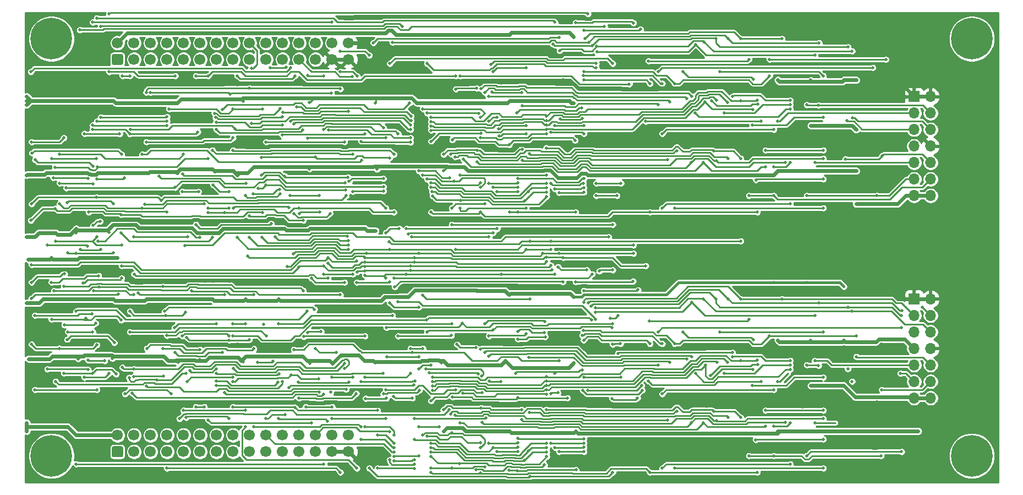
<source format=gbr>
%TF.GenerationSoftware,KiCad,Pcbnew,(5.1.9)-1*%
%TF.CreationDate,2021-05-31T11:51:56+02:00*%
%TF.ProjectId,periph_gpio,70657269-7068-45f6-9770-696f2e6b6963,v1.0*%
%TF.SameCoordinates,Original*%
%TF.FileFunction,Copper,L2,Bot*%
%TF.FilePolarity,Positive*%
%FSLAX46Y46*%
G04 Gerber Fmt 4.6, Leading zero omitted, Abs format (unit mm)*
G04 Created by KiCad (PCBNEW (5.1.9)-1) date 2021-05-31 11:51:56*
%MOMM*%
%LPD*%
G01*
G04 APERTURE LIST*
%TA.AperFunction,ComponentPad*%
%ADD10O,1.700000X1.700000*%
%TD*%
%TA.AperFunction,ComponentPad*%
%ADD11R,1.700000X1.700000*%
%TD*%
%TA.AperFunction,ComponentPad*%
%ADD12C,1.700000*%
%TD*%
%TA.AperFunction,ComponentPad*%
%ADD13C,0.800000*%
%TD*%
%TA.AperFunction,ComponentPad*%
%ADD14C,6.400000*%
%TD*%
%TA.AperFunction,ViaPad*%
%ADD15C,0.470000*%
%TD*%
%TA.AperFunction,Conductor*%
%ADD16C,0.600000*%
%TD*%
%TA.AperFunction,Conductor*%
%ADD17C,0.250000*%
%TD*%
%TA.AperFunction,Conductor*%
%ADD18C,0.400000*%
%TD*%
%TA.AperFunction,Conductor*%
%ADD19C,0.254000*%
%TD*%
%TA.AperFunction,Conductor*%
%ADD20C,0.100000*%
%TD*%
G04 APERTURE END LIST*
D10*
%TO.P,J4,14*%
%TO.N,+5V*%
X45085000Y-55880000D03*
%TO.P,J4,13*%
X42545000Y-55880000D03*
%TO.P,J4,12*%
%TO.N,/Port B/7*%
X45085000Y-53340000D03*
%TO.P,J4,11*%
%TO.N,/Port B/6*%
X42545000Y-53340000D03*
%TO.P,J4,10*%
%TO.N,/Port B/5*%
X45085000Y-50800000D03*
%TO.P,J4,9*%
%TO.N,/Port B/4*%
X42545000Y-50800000D03*
%TO.P,J4,8*%
%TO.N,GND*%
X45085000Y-48260000D03*
%TO.P,J4,7*%
%TO.N,+5V*%
X42545000Y-48260000D03*
%TO.P,J4,6*%
%TO.N,/Port B/3*%
X45085000Y-45720000D03*
%TO.P,J4,5*%
%TO.N,/Port B/2*%
X42545000Y-45720000D03*
%TO.P,J4,4*%
%TO.N,/Port B/1*%
X45085000Y-43180000D03*
%TO.P,J4,3*%
%TO.N,/Port B/0*%
X42545000Y-43180000D03*
%TO.P,J4,2*%
%TO.N,GND*%
X45085000Y-40640000D03*
D11*
%TO.P,J4,1*%
X42545000Y-40640000D03*
%TD*%
D10*
%TO.P,J3,14*%
%TO.N,+5V*%
X45085000Y-24765000D03*
%TO.P,J3,13*%
X42545000Y-24765000D03*
%TO.P,J3,12*%
%TO.N,/Port A/7*%
X45085000Y-22225000D03*
%TO.P,J3,11*%
%TO.N,/Port A/6*%
X42545000Y-22225000D03*
%TO.P,J3,10*%
%TO.N,/Port A/5*%
X45085000Y-19685000D03*
%TO.P,J3,9*%
%TO.N,/Port A/4*%
X42545000Y-19685000D03*
%TO.P,J3,8*%
%TO.N,GND*%
X45085000Y-17145000D03*
%TO.P,J3,7*%
%TO.N,+5V*%
X42545000Y-17145000D03*
%TO.P,J3,6*%
%TO.N,/ExtInterrupt/3*%
X45085000Y-14605000D03*
%TO.P,J3,5*%
%TO.N,/ExtInterrupt/2*%
X42545000Y-14605000D03*
%TO.P,J3,4*%
%TO.N,/ExtInterrupt/1*%
X45085000Y-12065000D03*
%TO.P,J3,3*%
%TO.N,/ExtInterrupt/0*%
X42545000Y-12065000D03*
%TO.P,J3,2*%
%TO.N,GND*%
X45085000Y-9525000D03*
D11*
%TO.P,J3,1*%
X42545000Y-9525000D03*
%TD*%
D12*
%TO.P,J2,30*%
%TO.N,GND*%
X-44450000Y-61595000D03*
%TO.P,J2,28*%
%TO.N,/DB7*%
X-46990000Y-61595000D03*
%TO.P,J2,26*%
%TO.N,/DB6*%
X-49530000Y-61595000D03*
%TO.P,J2,24*%
%TO.N,/DB5*%
X-52070000Y-61595000D03*
%TO.P,J2,22*%
%TO.N,/DB4*%
X-54610000Y-61595000D03*
%TO.P,J2,20*%
%TO.N,/DB3*%
X-57150000Y-61595000D03*
%TO.P,J2,18*%
%TO.N,/DB2*%
X-59690000Y-61595000D03*
%TO.P,J2,16*%
%TO.N,/DB1*%
X-62230000Y-61595000D03*
%TO.P,J2,14*%
%TO.N,/DB0*%
X-64770000Y-61595000D03*
%TO.P,J2,12*%
%TO.N,/CLK*%
X-67310000Y-61595000D03*
%TO.P,J2,10*%
%TO.N,/DB_OUT*%
X-69850000Y-61595000D03*
%TO.P,J2,8*%
%TO.N,/Int_Assert*%
X-72390000Y-61595000D03*
%TO.P,J2,6*%
%TO.N,/Int_Active*%
X-74930000Y-61595000D03*
%TO.P,J2,4*%
%TO.N,/Int_EN*%
X-77470000Y-61595000D03*
%TO.P,J2,2*%
%TO.N,+5V*%
X-80010000Y-61595000D03*
%TO.P,J2,29*%
%TO.N,GND*%
X-44450000Y-64135000D03*
%TO.P,J2,27*%
X-46990000Y-64135000D03*
%TO.P,J2,25*%
%TO.N,/Periph_R*%
X-49530000Y-64135000D03*
%TO.P,J2,23*%
%TO.N,/Periph_W*%
X-52070000Y-64135000D03*
%TO.P,J2,21*%
%TO.N,/Periph_Sync_D_A*%
X-54610000Y-64135000D03*
%TO.P,J2,19*%
%TO.N,/~RESET*%
X-57150000Y-64135000D03*
%TO.P,J2,17*%
%TO.N,/PeriphA7*%
X-59690000Y-64135000D03*
%TO.P,J2,15*%
%TO.N,/PeriphA6*%
X-62230000Y-64135000D03*
%TO.P,J2,13*%
%TO.N,/PeriphA5*%
X-64770000Y-64135000D03*
%TO.P,J2,11*%
%TO.N,/PeriphA4*%
X-67310000Y-64135000D03*
%TO.P,J2,9*%
%TO.N,/PeriphA3*%
X-69850000Y-64135000D03*
%TO.P,J2,7*%
%TO.N,/PeriphA2*%
X-72390000Y-64135000D03*
%TO.P,J2,5*%
%TO.N,/PeriphA1*%
X-74930000Y-64135000D03*
%TO.P,J2,3*%
%TO.N,/PeriphA0*%
X-77470000Y-64135000D03*
%TO.P,J2,1*%
%TO.N,+5V*%
%TA.AperFunction,ComponentPad*%
G36*
G01*
X-79410000Y-64985000D02*
X-80610000Y-64985000D01*
G75*
G02*
X-80860000Y-64735000I0J250000D01*
G01*
X-80860000Y-63535000D01*
G75*
G02*
X-80610000Y-63285000I250000J0D01*
G01*
X-79410000Y-63285000D01*
G75*
G02*
X-79160000Y-63535000I0J-250000D01*
G01*
X-79160000Y-64735000D01*
G75*
G02*
X-79410000Y-64985000I-250000J0D01*
G01*
G37*
%TD.AperFunction*%
%TD*%
%TO.P,J1,30*%
%TO.N,GND*%
X-44450000Y-1270000D03*
%TO.P,J1,28*%
%TO.N,/DB7*%
X-46990000Y-1270000D03*
%TO.P,J1,26*%
%TO.N,/DB6*%
X-49530000Y-1270000D03*
%TO.P,J1,24*%
%TO.N,/DB5*%
X-52070000Y-1270000D03*
%TO.P,J1,22*%
%TO.N,/DB4*%
X-54610000Y-1270000D03*
%TO.P,J1,20*%
%TO.N,/DB3*%
X-57150000Y-1270000D03*
%TO.P,J1,18*%
%TO.N,/DB2*%
X-59690000Y-1270000D03*
%TO.P,J1,16*%
%TO.N,/DB1*%
X-62230000Y-1270000D03*
%TO.P,J1,14*%
%TO.N,/DB0*%
X-64770000Y-1270000D03*
%TO.P,J1,12*%
%TO.N,/CLK*%
X-67310000Y-1270000D03*
%TO.P,J1,10*%
%TO.N,/DB_OUT*%
X-69850000Y-1270000D03*
%TO.P,J1,8*%
%TO.N,/Int_Assert*%
X-72390000Y-1270000D03*
%TO.P,J1,6*%
%TO.N,/Int_Active*%
X-74930000Y-1270000D03*
%TO.P,J1,4*%
%TO.N,/Int_EN*%
X-77470000Y-1270000D03*
%TO.P,J1,2*%
%TO.N,+5V*%
X-80010000Y-1270000D03*
%TO.P,J1,29*%
%TO.N,GND*%
X-44450000Y-3810000D03*
%TO.P,J1,27*%
X-46990000Y-3810000D03*
%TO.P,J1,25*%
%TO.N,/Periph_R*%
X-49530000Y-3810000D03*
%TO.P,J1,23*%
%TO.N,/Periph_W*%
X-52070000Y-3810000D03*
%TO.P,J1,21*%
%TO.N,/Periph_Sync_D_A*%
X-54610000Y-3810000D03*
%TO.P,J1,19*%
%TO.N,/~RESET*%
X-57150000Y-3810000D03*
%TO.P,J1,17*%
%TO.N,/PeriphA7*%
X-59690000Y-3810000D03*
%TO.P,J1,15*%
%TO.N,/PeriphA6*%
X-62230000Y-3810000D03*
%TO.P,J1,13*%
%TO.N,/PeriphA5*%
X-64770000Y-3810000D03*
%TO.P,J1,11*%
%TO.N,/PeriphA4*%
X-67310000Y-3810000D03*
%TO.P,J1,9*%
%TO.N,/PeriphA3*%
X-69850000Y-3810000D03*
%TO.P,J1,7*%
%TO.N,/PeriphA2*%
X-72390000Y-3810000D03*
%TO.P,J1,5*%
%TO.N,/PeriphA1*%
X-74930000Y-3810000D03*
%TO.P,J1,3*%
%TO.N,/PeriphA0*%
X-77470000Y-3810000D03*
%TO.P,J1,1*%
%TO.N,+5V*%
%TA.AperFunction,ComponentPad*%
G36*
G01*
X-79410000Y-4660000D02*
X-80610000Y-4660000D01*
G75*
G02*
X-80860000Y-4410000I0J250000D01*
G01*
X-80860000Y-3210000D01*
G75*
G02*
X-80610000Y-2960000I250000J0D01*
G01*
X-79410000Y-2960000D01*
G75*
G02*
X-79160000Y-3210000I0J-250000D01*
G01*
X-79160000Y-4410000D01*
G75*
G02*
X-79410000Y-4660000I-250000J0D01*
G01*
G37*
%TD.AperFunction*%
%TD*%
D13*
%TO.P,H4,1*%
%TO.N,N/C*%
X-88472944Y-63072944D03*
X-90170000Y-62370000D03*
X-91867056Y-63072944D03*
X-92570000Y-64770000D03*
X-91867056Y-66467056D03*
X-90170000Y-67170000D03*
X-88472944Y-66467056D03*
X-87770000Y-64770000D03*
D14*
X-90170000Y-64770000D03*
%TD*%
D13*
%TO.P,H3,1*%
%TO.N,N/C*%
X53132056Y-63072944D03*
X51435000Y-62370000D03*
X49737944Y-63072944D03*
X49035000Y-64770000D03*
X49737944Y-66467056D03*
X51435000Y-67170000D03*
X53132056Y-66467056D03*
X53835000Y-64770000D03*
D14*
X51435000Y-64770000D03*
%TD*%
D13*
%TO.P,H2,1*%
%TO.N,N/C*%
X53132056Y1062056D03*
X51435000Y1765000D03*
X49737944Y1062056D03*
X49035000Y-635000D03*
X49737944Y-2332056D03*
X51435000Y-3035000D03*
X53132056Y-2332056D03*
X53835000Y-635000D03*
D14*
X51435000Y-635000D03*
%TD*%
D13*
%TO.P,H1,1*%
%TO.N,N/C*%
X-88472944Y1062056D03*
X-90170000Y1765000D03*
X-91867056Y1062056D03*
X-92570000Y-635000D03*
X-91867056Y-2332056D03*
X-90170000Y-3035000D03*
X-88472944Y-2332056D03*
X-87770000Y-635000D03*
D14*
X-90170000Y-635000D03*
%TD*%
D15*
%TO.N,+5V*%
X-9837500Y-322500D03*
X-19685000Y0D03*
X-24765000Y0D03*
X-29845000Y0D03*
X-34925000Y0D03*
X21590000Y-6985000D03*
X26670000Y-6985000D03*
X31750000Y-6985000D03*
X26670000Y-13970000D03*
X31750000Y-13970000D03*
X31750000Y-20955000D03*
X26670000Y-20955000D03*
X21590000Y-20955000D03*
X-9837500Y-40327500D03*
X-34925000Y-40005000D03*
X21590000Y-46990000D03*
X26670000Y-46990000D03*
X31750000Y-46990000D03*
X26670000Y-53975000D03*
X31750000Y-53975000D03*
X31750000Y-60960000D03*
X26670000Y-60960000D03*
X21590000Y-60960000D03*
X-70797500Y-10472500D03*
X-40317500Y-10482500D03*
X-30157500Y-10472500D03*
X-19997500Y-10472500D03*
X-9837500Y-10482500D03*
X-80330000Y-21275000D03*
X-75250000Y-21270000D03*
X-70820001Y-21290001D03*
X-60010000Y-21275000D03*
X-8684955Y-21384960D03*
X-19685000Y-20955000D03*
X-29845000Y-20955000D03*
X-50477500Y-20642500D03*
X-80645000Y-10160000D03*
X-85725000Y-10160000D03*
X-90805000Y-10160000D03*
X-40317500Y-30167500D03*
X-46990000Y-29845000D03*
X-49530000Y-29845000D03*
X-89535000Y-30480000D03*
X-86360000Y-30480000D03*
X-90805000Y-40640000D03*
X-80645000Y-40640000D03*
X-75565000Y-40640000D03*
X-65405000Y-40640000D03*
X-60325000Y-40640000D03*
X-55245000Y-40640000D03*
X-80010000Y-34290000D03*
X-85090000Y-34290000D03*
X-90170000Y-34290000D03*
X-90490000Y-49850000D03*
X-86060001Y-49865001D03*
X-9837500Y-50477500D03*
X-19997500Y-50487500D03*
X-30157500Y-50477500D03*
X-40317500Y-50487500D03*
X-29845000Y-60960000D03*
X-19685000Y-60960000D03*
X-9525000Y-60960000D03*
X-60325000Y-44450000D03*
X-61579998Y-21574998D03*
X-65099629Y-21029990D03*
X-91245871Y-21486465D03*
X-46984957Y-50581519D03*
X-50397826Y-50554703D03*
X-19785010Y-40005000D03*
X-635000Y1804990D03*
X-40079990Y-20709703D03*
X-60637500Y-10234990D03*
X-50477500Y-10419979D03*
X-9525000Y1830010D03*
X-29845000Y-39370000D03*
X-24755010Y-39379990D03*
X-70485000Y-40640000D03*
X-70685446Y-50424979D03*
X-60643254Y-50324869D03*
X-81358487Y-30401513D03*
X-42924333Y-49274333D03*
X-44194333Y-49274333D03*
X-45472766Y-49479177D03*
X-62299958Y-44469866D03*
X33655000Y-20955000D03*
X33655000Y-14605000D03*
X33655000Y-6985000D03*
X33655000Y-26035000D03*
X-93980000Y-21590000D03*
X-93980000Y-10160000D03*
X-93980000Y-10795000D03*
X-93980000Y-9525000D03*
X-79052500Y-10472500D03*
X-79687500Y-10472500D03*
X41910000Y-60960000D03*
X43180000Y-60960000D03*
X42545000Y-60960000D03*
X31750000Y-38735000D03*
X26035000Y-38100000D03*
X20955000Y-38100000D03*
X-694112Y-37913977D03*
X-93980000Y-31115000D03*
X-93745001Y-34524999D03*
X-93980000Y-41275000D03*
X-93665000Y-49850000D03*
X-93980000Y-59690000D03*
X-93980000Y-60325000D03*
X-93980000Y-60960000D03*
X-80803515Y-49798844D03*
X-9525000Y-38025010D03*
X-19685000Y-60960000D03*
X-67364511Y-50000074D03*
%TO.N,GND*%
X-20619999Y-2875001D03*
X-25699999Y-2839999D03*
X-30779999Y-2875001D03*
X-35859999Y-2875001D03*
X-16809999Y-2875001D03*
X-11094999Y-2875001D03*
X4445000Y-8255000D03*
X3175000Y-8255000D03*
X6350000Y-8255000D03*
X13970000Y-8255000D03*
X16510000Y-8255000D03*
X3175000Y-17145000D03*
X5080000Y-17145000D03*
X6985000Y-17145000D03*
X7620000Y-17145000D03*
X14605000Y-17145000D03*
X16510000Y-17145000D03*
X-2540000Y-8255000D03*
X-6350000Y-8255000D03*
X-3810000Y-17145000D03*
X-1905000Y-17145000D03*
X20020001Y-9189999D03*
X25100001Y-9189999D03*
X30180001Y-9225001D03*
X25400000Y-17145000D03*
X30480000Y-17145000D03*
X20020001Y-23195001D03*
X25100001Y-23195001D03*
X30180001Y-23195001D03*
X10796705Y-8139966D03*
X12065000Y-8139966D03*
X12539991Y-17193672D03*
X10612172Y-17139959D03*
X7780009Y-8303672D03*
X-20619999Y-42880001D03*
X-25699999Y-42844999D03*
X-30779999Y-42880001D03*
X-35859999Y-42880001D03*
X4445000Y-48260000D03*
X3175000Y-48260000D03*
X6350000Y-48260000D03*
X13970000Y-48260000D03*
X16510000Y-48260000D03*
X3175000Y-57150000D03*
X5080000Y-57150000D03*
X6985000Y-57150000D03*
X7620000Y-57150000D03*
X14605000Y-57150000D03*
X16510000Y-57150000D03*
X-6350000Y-48260000D03*
X-3810000Y-57150000D03*
X-1905000Y-57150000D03*
X20020001Y-49194999D03*
X25100001Y-49194999D03*
X30180001Y-49230001D03*
X25400000Y-57150000D03*
X30480000Y-57150000D03*
X20020001Y-63200001D03*
X25100001Y-63200001D03*
X30180001Y-63200001D03*
X10796705Y-48144966D03*
X12065000Y-48144966D03*
X12539991Y-57198672D03*
X10612172Y-57144959D03*
X7780009Y-48308672D03*
X-31115000Y-7620000D03*
X-11430000Y-6985000D03*
X-76835000Y-7620000D03*
X-72390000Y-7620000D03*
X-66675000Y-7620000D03*
X-61595000Y-7620000D03*
X-51435000Y-7620000D03*
X-41275000Y-7620000D03*
X-36195000Y-7620000D03*
X-26035000Y-7620000D03*
X-15875000Y-16510000D03*
X-10795000Y-17780000D03*
X-20955000Y-17780000D03*
X-25400000Y-16510000D03*
X-31750000Y-17145000D03*
X-37465000Y-17145000D03*
X-46355000Y-17145000D03*
X-56515000Y-17145000D03*
X-60325000Y-17145000D03*
X-66675000Y-17145000D03*
X-70485000Y-17145000D03*
X-76835000Y-17145000D03*
X-61595000Y-17145000D03*
X-71755000Y-17145000D03*
X-81280000Y-17145000D03*
X-86360000Y-17145000D03*
X2540000Y-28575000D03*
X4445000Y-28575000D03*
X6350000Y-28575000D03*
X8255000Y-28575000D03*
X10160000Y-28575000D03*
X12065000Y-28575000D03*
X13970000Y-28575000D03*
X15875000Y-28575000D03*
X-1270000Y-28575000D03*
X-5080000Y-28575000D03*
X-91739999Y-28275001D03*
X-81579999Y-28239999D03*
X-86659999Y-28275001D03*
X-51435000Y-17145000D03*
X-41275000Y-27940000D03*
X-36311503Y-28487949D03*
X-60960000Y-38100000D03*
X-59690000Y-38100000D03*
X-55245000Y-38100000D03*
X-72390000Y-38100000D03*
X-76200000Y-38100000D03*
X-91739999Y-36494999D03*
X-81579999Y-36494999D03*
X-25400000Y-28575000D03*
X-15240000Y-28575000D03*
X-45720000Y-28575000D03*
X-40640000Y-39370000D03*
X-55880000Y-38100000D03*
X-61595000Y-38100000D03*
X-91739999Y-47325001D03*
X-86995000Y-47625000D03*
X-81280000Y-47625000D03*
X-61595000Y-47625000D03*
X-51209991Y-47399991D03*
X-41049991Y-47399991D03*
X-31340009Y-47399991D03*
X-25809991Y-47399991D03*
X-20729991Y-47399991D03*
X-16735009Y-47399991D03*
X-11204991Y-47399991D03*
X19050000Y-28575000D03*
X-91700011Y-17145000D03*
X-5080000Y-68580000D03*
X-1270000Y-68580000D03*
X2540000Y-68580000D03*
X4445000Y-68580000D03*
X6350000Y-68580000D03*
X8255000Y-68580000D03*
X10160000Y-68580000D03*
X12065000Y-68580000D03*
X13970000Y-68580000D03*
X15875000Y-68580000D03*
X19685000Y-68580000D03*
X-35560000Y-68580000D03*
X-26035000Y-68580000D03*
X-15240000Y-68580000D03*
X-76835000Y-57150000D03*
X-66040000Y-56515000D03*
X-60325000Y-56515000D03*
X-56515000Y-56515000D03*
X-46355000Y-56515000D03*
X-31649999Y-57049999D03*
X-26035000Y-56515000D03*
X-21205085Y-56899915D03*
X-15490085Y-56899915D03*
X-10410085Y-56899915D03*
X-11054979Y-42874077D03*
X37465000Y-47625000D03*
X37465000Y-48260000D03*
X37465000Y-48895000D03*
X36830000Y-62865000D03*
X36830000Y-62230000D03*
X36830000Y-63500000D03*
X36830000Y-57150000D03*
X36830000Y-56515000D03*
X36830000Y-57785000D03*
X38100000Y-38735000D03*
X38100000Y-37465000D03*
X38100000Y-38100000D03*
X-18415000Y-42545000D03*
X-18415000Y-38735000D03*
X37465000Y-7620000D03*
X37465000Y-8255000D03*
X37465000Y-8890000D03*
X37465000Y-16510000D03*
X37465000Y-17145000D03*
X37465000Y-17780000D03*
X37465000Y-22225000D03*
X37465000Y-22860000D03*
X37465000Y-23495000D03*
X38100000Y-27940000D03*
X38100000Y-28575000D03*
X38100000Y-29210000D03*
X-10795000Y2540000D03*
X37465000Y2540000D03*
X-41940020Y-17145000D03*
X-27305000Y-16510000D03*
X-67100000Y-28785000D03*
X-57229192Y-38025010D03*
X-46602510Y-39370000D03*
X-86685011Y-36530001D03*
X47625000Y-68580000D03*
X46990000Y-68580000D03*
X47625000Y-67945000D03*
X46990000Y2540000D03*
X46990000Y1905000D03*
X46990000Y1270000D03*
X-43815000Y2540000D03*
X-45085000Y2540000D03*
X-44450000Y2540000D03*
X-51535001Y-29310001D03*
X-55964901Y-28333124D03*
X-16319968Y-7494531D03*
X-20955000Y-7429968D03*
X-68611083Y-37799978D03*
X-66617446Y-37909968D03*
X-62807446Y-37909968D03*
X-65347446Y-37909968D03*
X-71755000Y-46990000D03*
X-35969991Y-47399991D03*
X-36639968Y-57440220D03*
X-2129209Y-48163372D03*
%TO.N,/DB7*%
X-41910000Y-37005065D03*
X-45720000Y-5715000D03*
X-38735000Y-37465000D03*
X-38735000Y-59055000D03*
X-46990000Y-59055000D03*
X-35560000Y-36830000D03*
X-12700000Y-36830000D03*
X-34925000Y-16545013D03*
X-40005000Y-66675000D03*
X-48260000Y-66040000D03*
X-86360000Y-66040000D03*
X-83375917Y-44379838D03*
X-14195297Y-46475000D03*
X-17145000Y-15275013D03*
X-21261599Y-15575023D03*
X-20955000Y-36830000D03*
X-18407791Y-46819946D03*
X-34290000Y-66745026D03*
X-34665021Y-55896118D03*
X-42530099Y-16419980D03*
X-43178251Y-6348251D03*
X-88190010Y-44660366D03*
X-37523372Y-55620021D03*
%TO.N,/DB6*%
X-21620020Y-24129989D03*
X-21620020Y-64134989D03*
X-47625000Y-34290000D03*
X-43180000Y-38100000D03*
X-41910000Y-36335052D03*
X-34925000Y-36230013D03*
X-13202446Y-36157728D03*
X-21590000Y-29845000D03*
X-35560000Y-29845000D03*
X-34925000Y-15875000D03*
X-47555019Y-14674981D03*
X-18415000Y-24160049D03*
X-43104695Y-36477523D03*
X-43179999Y-34850010D03*
X-14374099Y-45825000D03*
X-18415000Y-45684987D03*
X-17185040Y-13970000D03*
X-21369401Y-14455011D03*
X-34290000Y-66075013D03*
X-38135013Y-65405000D03*
X-93244990Y-35372862D03*
X-38178487Y-61038487D03*
X-38178487Y-38021513D03*
X-18394340Y-64125991D03*
%TO.N,/DB5*%
X-22260013Y-23495000D03*
X-22260013Y-63500000D03*
X-34925000Y-35560000D03*
X-48260000Y-35560000D03*
X-48260000Y-6350000D03*
X-41910000Y-35665039D03*
X-13339005Y-35492866D03*
X-22225000Y-30480000D03*
X-35242526Y-30682268D03*
X-36830000Y-15240000D03*
X-48260000Y-14605000D03*
X-52114927Y-35761900D03*
X-22860000Y-46355000D03*
X-79375000Y-35560000D03*
X-78981688Y-22051893D03*
X-21000122Y-53334957D03*
X-18415000Y-23490036D03*
X-17780000Y-8890000D03*
X-22860000Y-13335000D03*
X-21590000Y-12700000D03*
X-22382073Y-8820454D03*
X-34290000Y-65405000D03*
X-22790460Y-53294637D03*
X-50721513Y-6271513D03*
X-34290000Y-62230000D03*
X-83183958Y-22231993D03*
X-37465000Y-65545052D03*
X-17145000Y-46020000D03*
X-18425690Y-63456713D03*
%TO.N,/DB4*%
X-22860000Y-22860000D03*
X-22860000Y-62865000D03*
X-34290000Y-34960013D03*
X-41910000Y-34995026D03*
X-93345000Y-5715000D03*
X-53340000Y-5080000D03*
X-52850050Y-27510729D03*
X-13970000Y-34925000D03*
X-22860000Y-31115000D03*
X-34729934Y-31113736D03*
X-47625000Y-35118804D03*
X-34925000Y-14605000D03*
X-52860589Y-13743191D03*
X-23495000Y-44450000D03*
X-14295861Y-44117890D03*
X-47324977Y-27498811D03*
X-18415000Y-22820023D03*
X-22225000Y-5715000D03*
X-17145000Y-5080000D03*
X-33655000Y-64770000D03*
X-34290000Y-59055000D03*
X-23358908Y-58918908D03*
X-47699990Y-59409978D03*
X-37465000Y-64875039D03*
X-55245000Y-59055000D03*
X-18375283Y-62788600D03*
%TO.N,/DB3*%
X-34290000Y-34290000D03*
X-57150000Y-59055000D03*
X-56515000Y-5080000D03*
X-41910000Y-34325013D03*
X-13970000Y-34254987D03*
X-11430000Y-34290000D03*
X-34925000Y-13934987D03*
X-53373181Y-13311723D03*
X-53896606Y-35634990D03*
X-53450055Y-24765054D03*
X-49015053Y-24765000D03*
X-8255000Y-15240000D03*
X-13335000Y-15019997D03*
X-54054193Y-5000807D03*
X1270000Y-35560000D03*
X-8393487Y-54748487D03*
X713487Y-54688487D03*
X-37465000Y-64205026D03*
X-34404729Y-53895283D03*
X-53616884Y-54251884D03*
X-54238898Y-58447664D03*
%TO.N,/DB2*%
X-8255000Y-64135000D03*
X-12065000Y-64135000D03*
X-12065000Y-24310043D03*
X-33655000Y-33655000D03*
X-59430021Y-5154990D03*
X-14605000Y-33655000D03*
X-12065000Y-33655000D03*
X-59958801Y-34021199D03*
X-51435000Y-28575000D03*
X-59359999Y-13639999D03*
X-34846513Y-13221500D03*
X-41731698Y-33636493D03*
X-59754784Y-27869957D03*
X-12700000Y-13970000D03*
X-8255000Y-13970000D03*
X635000Y-53975000D03*
X-635000Y-33655000D03*
X-7621705Y-54725033D03*
X-42545000Y-62230000D03*
X-59055000Y-60325000D03*
X-42545000Y-53340000D03*
X-37465000Y-63535013D03*
X-42580013Y-60325000D03*
X-8258563Y-24229973D03*
X-34272516Y-53238445D03*
%TO.N,/DB1*%
X-12700000Y-63500000D03*
X-8255000Y-63464987D03*
X-52705000Y-6350000D03*
X-61595000Y-6350000D03*
X-38100000Y-33020000D03*
X-17145000Y-33020000D03*
X-13335000Y-33020000D03*
X-12774990Y-23701392D03*
X-52066511Y-27502293D03*
X-52984956Y-33729988D03*
X-52410578Y-11089422D03*
X-34846038Y-12551489D03*
X-48895000Y-27305000D03*
X-52876837Y-48431837D03*
X-12065000Y-50165000D03*
X-12250000Y-55060000D03*
X-13370011Y-55245000D03*
X-11931616Y-12959979D03*
X-8504483Y-12849988D03*
X-52724011Y-57294098D03*
X-37465000Y-62865000D03*
X-40005000Y-61595000D03*
X-40005000Y-57785000D03*
X-8255008Y-23559971D03*
X-34665021Y-48895000D03*
X-62230000Y-57224990D03*
%TO.N,/DB0*%
X-13335000Y-22860000D03*
X-13335000Y-62865000D03*
X-8255000Y-62794974D03*
X-37505020Y-27305000D03*
X-52070000Y-26670000D03*
X-66040000Y-27340015D03*
X-63500000Y-27340013D03*
X-16510000Y-31750000D03*
X-13335000Y-31750000D03*
X-35069447Y-10512578D03*
X-38192803Y-31814171D03*
X-34925000Y-48260000D03*
X-33020000Y-48260000D03*
X-16510000Y-40640000D03*
X-63875021Y-11529501D03*
X-8255000Y-52705000D03*
X-2540000Y-52705000D03*
X14605000Y-48895000D03*
X15875000Y-31750000D03*
X-37465000Y-61595000D03*
X-41910000Y-60325000D03*
X-41940020Y-52705000D03*
X-34925000Y-52070000D03*
X-8369143Y-22899752D03*
X-33020000Y-40075043D03*
X-3003907Y-49007967D03*
%TO.N,/CLK*%
X-67945000Y-6350000D03*
X-66040000Y-6350000D03*
X-92710000Y-43180000D03*
X-67666604Y-14961604D03*
X-78105000Y-15275013D03*
X-13970000Y-15240000D03*
X-24130000Y-15875000D03*
X-83922857Y-42932080D03*
X-82700000Y-28725000D03*
X-83749978Y-29348081D03*
X-67945000Y-29210000D03*
X-27305000Y-26670000D03*
X-17145000Y-26670000D03*
X-13970000Y-21590000D03*
X-27345020Y-21590000D03*
X-56381238Y-29057877D03*
X-14039190Y-55278403D03*
X-27940000Y-6350000D03*
X-92691831Y-19259001D03*
X-83802943Y-20244153D03*
X-84513884Y-50065500D03*
X-81990034Y-50165000D03*
X-83820000Y-14605000D03*
X-26844759Y-55163313D03*
X-24847014Y-66934979D03*
X-14325909Y-66159296D03*
%TO.N,/DB_OUT*%
X-69366938Y-46545032D03*
X-62865000Y-59055000D03*
X-62855974Y-46962079D03*
X-59750720Y-46915010D03*
X-69428370Y-58883754D03*
%TO.N,/Int_Assert*%
X-60249989Y-22860556D03*
X-73589978Y-21790012D03*
%TO.N,/Int_EN*%
X-78105000Y-6350000D03*
X-79274990Y-6350000D03*
%TO.N,/Periph_R*%
X-72739943Y-42545000D03*
X-77734463Y-55170010D03*
X-49709739Y-42236112D03*
X-48338895Y-55274180D03*
%TO.N,/Periph_W*%
X-48260000Y-36830000D03*
X-43815000Y-36835043D03*
X-43893487Y-6424990D03*
X-47219253Y-54985021D03*
X-51037510Y-57224990D03*
X-46990000Y-57224990D03*
%TO.N,/~RESET*%
X-84455000Y-27305000D03*
X-89908926Y-22003623D03*
X-79454193Y-27680021D03*
X-79453487Y-43893487D03*
X-84873156Y-43648564D03*
X-57720674Y-27399968D03*
X-84537505Y-22150531D03*
X-90157599Y-43782141D03*
X-57552257Y-44524990D03*
%TO.N,/PeriphA7*%
X-58421605Y-50424979D03*
X-56059139Y-50185754D03*
%TO.N,/PeriphA6*%
X-53640023Y-26635925D03*
X-62194987Y-26670000D03*
X-53338604Y-52346323D03*
X-62277007Y-53373361D03*
X-49037790Y-52964979D03*
%TO.N,/PeriphA5*%
X-63558916Y-55021103D03*
X-48943293Y-54985021D03*
%TO.N,/PeriphA4*%
X-66040000Y-59245032D03*
X-66675000Y-57224990D03*
X-67945000Y-57224990D03*
X-50165000Y-59690000D03*
%TO.N,/PeriphA3*%
X-68885042Y-51651069D03*
X-64775041Y-51435000D03*
%TO.N,/PeriphA2*%
X-72390000Y-66675000D03*
X-45720000Y-67310000D03*
X-46990000Y-52705000D03*
X-43811503Y-52705000D03*
X-72950010Y-52492078D03*
X-77544290Y-52627334D03*
%TO.N,/PeriphA1*%
X-45119142Y-50592719D03*
X-73952120Y-53104612D03*
X-78207736Y-52720903D03*
%TO.N,/PeriphA0*%
X-77470000Y-51435000D03*
X-45047579Y-51313130D03*
X-79266945Y-51168561D03*
%TO.N,/Port A/7*%
X-8255000Y-6985000D03*
X1905000Y-7519990D03*
X1670001Y-4044999D03*
X17145000Y-3810000D03*
X17145000Y-24765000D03*
X20955000Y-24765000D03*
%TO.N,/Port A/6*%
X-8330322Y-6319235D03*
X3810000Y-7519990D03*
X26035000Y-24765000D03*
X3175000Y-5715000D03*
X36830000Y-24765000D03*
X36195000Y-5080000D03*
%TO.N,/Port A/5*%
X-8247442Y-5654369D03*
X5715000Y-7519990D03*
X31989013Y-19124990D03*
X20320000Y-6350000D03*
X20320000Y-3810000D03*
X37669737Y-18614726D03*
X38200010Y-3827647D03*
%TO.N,/Port A/4*%
X27305000Y-19685000D03*
X27305000Y-3175000D03*
X8914414Y-1525578D03*
X-6215129Y-2641682D03*
%TO.N,/ExtInterrupt/3*%
X33020000Y-2540000D03*
X10240603Y-1075567D03*
X33069570Y-12784979D03*
X-6291824Y-1817583D03*
X-72390000Y-13970000D03*
X-83820000Y1905000D03*
X-46990000Y1905000D03*
X-45720000Y-2540000D03*
X-41275000Y-3175000D03*
X-40640000Y-1270000D03*
X-12102079Y-444968D03*
X-11986513Y-2461513D03*
X-83820000Y-13934987D03*
%TO.N,/ExtInterrupt/2*%
X12065000Y-635000D03*
X32385000Y-1905000D03*
X32249977Y-13234990D03*
X-83185000Y-13335000D03*
X-83185000Y2540000D03*
X-12700000Y1905000D03*
X-72390000Y-13299987D03*
X-6995812Y-1729597D03*
X-13005386Y-1456719D03*
%TO.N,/ExtInterrupt/1*%
X13970000Y-635000D03*
X26035000Y-10795000D03*
X27940000Y-1270000D03*
X27845001Y-10889999D03*
X-82550000Y1270000D03*
X-82550000Y-12700000D03*
X-36195000Y1270000D03*
X-72390000Y-12629974D03*
X-37704013Y-1195010D03*
X-7519826Y-1169587D03*
%TO.N,/ExtInterrupt/0*%
X15875000Y-635000D03*
X21590000Y-13335000D03*
X22225000Y-635000D03*
X-71120000Y-6350000D03*
X-81280000Y-5715000D03*
X-81280000Y3175000D03*
X-7620000Y3175000D03*
X-8094806Y-609577D03*
%TO.N,/Port B/7*%
X1905000Y-47524990D03*
X17145000Y-43815000D03*
X17145000Y-64770000D03*
X20955000Y-64770000D03*
X37465000Y-64770000D03*
X37565010Y-54610000D03*
X1790033Y-44049999D03*
X-8290013Y-46990000D03*
%TO.N,/Port B/6*%
X3810000Y-47524990D03*
X26035000Y-64770000D03*
X3175000Y-45720000D03*
X40640000Y-45085000D03*
X40640000Y-64135000D03*
X40459989Y-52094864D03*
X-8491863Y-46241085D03*
%TO.N,/Port B/5*%
X5715000Y-47524990D03*
X20320000Y-46355000D03*
X33655000Y-49530000D03*
X33655000Y-46355000D03*
X-8340225Y-45486657D03*
%TO.N,/Port B/4*%
X27305000Y-59690000D03*
X27305000Y-43180000D03*
X27284999Y-50144999D03*
X8371727Y-41170054D03*
X-6440020Y-42674196D03*
%TO.N,/Port B/3*%
X10160000Y-40640000D03*
X33020000Y-53340000D03*
X33020000Y-42545000D03*
X-6440020Y-41990043D03*
%TO.N,/Port B/2*%
X12065000Y-40640000D03*
X32385000Y-41910000D03*
X40640000Y-43180000D03*
X32349987Y-51399987D03*
X-7111831Y-41733294D03*
%TO.N,/Port B/1*%
X13970000Y-40640000D03*
X26035000Y-50800000D03*
X27940000Y-41275000D03*
X27845001Y-50894999D03*
X43815000Y-41910000D03*
X40718487Y-42466513D03*
X-7547544Y-41224304D03*
%TO.N,/Port B/0*%
X15875000Y-40640000D03*
X21590000Y-53340000D03*
X22225000Y-40640000D03*
X-8214980Y-41165606D03*
%TO.N,/S3*%
X-39121011Y-52074117D03*
X-62210086Y-51297939D03*
%TO.N,/S4*%
X-52078132Y-55885043D03*
X-43279501Y-55186116D03*
%TO.N,/S5*%
X-44371513Y-53414990D03*
X-52156861Y-53414990D03*
%TO.N,/S6*%
X-46355000Y-48895000D03*
X-49530000Y-48260000D03*
%TO.N,/S7*%
X-48682428Y-45645010D03*
X-50721513Y-45798487D03*
%TO.N,/Port A/ODR0*%
X-14005013Y-22860000D03*
X15875000Y-19050000D03*
X11430000Y-10160000D03*
X11720037Y-17910242D03*
X18493487Y-10716513D03*
X-31749096Y-22808478D03*
X-14044990Y-17419923D03*
%TO.N,/Port A/ODR1*%
X-13970000Y-23530013D03*
X13970000Y-19050000D03*
X23495000Y-10795000D03*
X13335000Y-12065000D03*
X-16609768Y-18330021D03*
X-31760853Y-23478387D03*
X-16769991Y-24143992D03*
%TO.N,/Port A/ODR2*%
X-13970000Y-24200026D03*
X12167857Y-19425021D03*
X28575000Y-19050000D03*
X-17703169Y-19319968D03*
X-31623010Y-24134066D03*
X-17384013Y-25549988D03*
%TO.N,/Port A/ODR3*%
X-13970000Y-24870039D03*
X10160000Y-19685000D03*
X28575000Y-17780000D03*
X19685000Y-17780000D03*
X19685000Y-20320000D03*
X-31552854Y-24802351D03*
X-27231548Y-25474990D03*
X-26785010Y-19139055D03*
%TO.N,/Port A/ODR4*%
X-32385000Y-22225000D03*
X-24209933Y-22782958D03*
X8255000Y-19685000D03*
X22764006Y-19624019D03*
X-24651847Y-19571848D03*
%TO.N,/Port A/ODR5*%
X-33020000Y-21590000D03*
X-24130000Y-23495000D03*
X6074532Y-17910405D03*
X5715000Y-26670000D03*
X28575000Y-26670000D03*
X-28709458Y-18367977D03*
X-28245050Y-22568960D03*
%TO.N,/Port A/ODR6*%
X-23495000Y-26035000D03*
X-28575000Y-26670000D03*
X4583734Y-19250608D03*
X23495000Y-26035000D03*
X3810000Y-26670000D03*
X-28103749Y-18780031D03*
%TO.N,/Port A/ODR7*%
X-31750000Y-27305000D03*
X-24130000Y-27305000D03*
X1905000Y-27305000D03*
X18415000Y-27305000D03*
%TO.N,/Port A/TRI7*%
X3211199Y-10800043D03*
X19050000Y-13335000D03*
X1270000Y-13335000D03*
X-29845000Y-18415000D03*
X-24720889Y-17792301D03*
X-17705010Y-10896267D03*
X-17774651Y-17645047D03*
%TO.N,/Port A/TRI6*%
X4984212Y-10350032D03*
X23495000Y-19685000D03*
X20955000Y-20320000D03*
X20955000Y-14605000D03*
X3810000Y-15240000D03*
X-31750000Y-16409990D03*
X-24100642Y-15205632D03*
X-22942083Y-9525000D03*
%TO.N,/Port A/TRI5*%
X-33020000Y-11430000D03*
X-23495000Y-8890000D03*
X7601264Y-9823725D03*
X28575000Y-22225000D03*
X6985000Y-5715000D03*
X17858487Y-6906513D03*
X18209978Y-22325010D03*
X-24130000Y-12735587D03*
%TO.N,/Port A/TRI4*%
X-32385000Y-12065000D03*
X8337585Y-9510580D03*
X8890000Y-12065000D03*
X23495000Y-11465013D03*
X-24050907Y-8332857D03*
X-24407527Y-12087665D03*
%TO.N,/Port A/TRI3*%
X-31750000Y-14710039D03*
X10392361Y-10340043D03*
X28575000Y-12700000D03*
X17649968Y-13933996D03*
X17701513Y-11508487D03*
X-13970000Y-14569987D03*
%TO.N,/Port A/TRI2*%
X-31750000Y-14040026D03*
X12143487Y-10081513D03*
X12700000Y-5715000D03*
X28575000Y-6350000D03*
X-13970000Y-13899974D03*
%TO.N,/Port A/TRI1*%
X-31750000Y-13370013D03*
X14605000Y-9525000D03*
X13867143Y-10407921D03*
X23495000Y-10124987D03*
X-13970000Y-13229961D03*
%TO.N,/Port A/TRI0*%
X-31750000Y-12700000D03*
X15875000Y-10160000D03*
X18405359Y-10052322D03*
X-13970000Y-12559948D03*
%TO.N,/A_Latch_TRI*%
X-6350000Y-22860000D03*
X-2540000Y-22860000D03*
X-22544074Y-4597250D03*
X-6350000Y-4445008D03*
X-6985000Y-36830000D03*
X-37465000Y-37465000D03*
X-38120037Y-41276039D03*
X-33655000Y-41910000D03*
X-33655000Y-49530000D03*
X-38529960Y-49530000D03*
%TO.N,/A_Latch_ODR*%
X-1270000Y-7620000D03*
X-27269987Y-6350000D03*
X-38735000Y-54610000D03*
X-27940000Y-54610000D03*
X-27940000Y-33020000D03*
X-635000Y-32385000D03*
%TO.N,/A_OE_ODR*%
X-38100000Y-4445000D03*
X-3810000Y-4445000D03*
X-69850000Y-57785000D03*
X-60325000Y-57785000D03*
X-60325000Y-60325000D03*
X-43180000Y-66675000D03*
X-41275000Y-66675000D03*
X-16510000Y-67945000D03*
X-3810000Y-67310000D03*
X-3810000Y-47625000D03*
X-6350000Y-24765000D03*
X-3175000Y-24765000D03*
X-2626638Y-47538362D03*
X-3810000Y-36195000D03*
X-5880010Y-36360010D03*
%TO.N,/A_OE_TRI*%
X-32385000Y-4445000D03*
X-6350000Y-5115021D03*
X-69335057Y-53340000D03*
X-62230000Y-52705000D03*
X-62230000Y-46355000D03*
X-28575000Y-44450000D03*
X-28575000Y-29210000D03*
X-3810000Y-29210000D03*
%TO.N,/A_OE_IDR*%
X-5080000Y1270000D03*
X-89535000Y-53340000D03*
X-89535000Y-31750000D03*
X-79375000Y-32385000D03*
X-83185000Y-31115000D03*
X-88900000Y-22860000D03*
X-85799998Y709998D03*
X-83741513Y-22938487D03*
X-69445203Y-52070100D03*
%TO.N,/Port B/ODR0*%
X-31750000Y-62865000D03*
X11720037Y-57915242D03*
X18493487Y-50721513D03*
X15873431Y-58874957D03*
X-14045324Y-57634925D03*
X-14005013Y-62865000D03*
X11206880Y-52391546D03*
%TO.N,/Port B/ODR1*%
X-31750000Y-63535013D03*
X-16672387Y-58100639D03*
X23495000Y-50800000D03*
X13335000Y-52070000D03*
X13968431Y-58874957D03*
X-13970000Y-63535013D03*
X-16769981Y-64061818D03*
%TO.N,/Port B/ODR2*%
X-31750000Y-64205026D03*
X28575000Y-59055000D03*
X12149698Y-59324968D03*
X-17854990Y-59204948D03*
X-13970000Y-64205026D03*
X-17393960Y-65477757D03*
%TO.N,/Port B/ODR3*%
X-31750000Y-64875039D03*
X10160000Y-59690000D03*
X28575000Y-57785000D03*
X19685000Y-57785000D03*
X19685000Y-60224990D03*
X-27345020Y-59684072D03*
X-13970000Y-64875039D03*
X-27409958Y-65935042D03*
%TO.N,/Port B/ODR4*%
X-24209933Y-62787958D03*
X8255000Y-59690000D03*
X22764006Y-59629019D03*
X-23918910Y-59615010D03*
X-32385000Y-61744989D03*
%TO.N,/Port B/ODR5*%
X-24130000Y-63500000D03*
X6074532Y-57915405D03*
X5715000Y-66675000D03*
X28575000Y-66675000D03*
X-28727268Y-58369584D03*
X-28567897Y-61219979D03*
X-33037069Y-61590969D03*
%TO.N,/Port B/ODR6*%
X-31750000Y-66639987D03*
X-28575000Y-66675000D03*
X4583734Y-59255608D03*
X23495000Y-66040000D03*
X3810000Y-66675000D03*
X-28069097Y-58494990D03*
X-23468036Y-66468080D03*
%TO.N,/Port B/ODR7*%
X-31750000Y-67310000D03*
X1905000Y-67310000D03*
X18415000Y-67310000D03*
X-24171904Y-67384990D03*
%TO.N,/Port B/TRI7*%
X3211199Y-50805043D03*
X19050000Y-53340000D03*
X-17857188Y-57634925D03*
X-16759139Y-49604990D03*
X-24070805Y-57411180D03*
X1645021Y-53237143D03*
X-29885981Y-57709006D03*
%TO.N,/Port B/TRI6*%
X4984212Y-50355032D03*
X23495000Y-59690000D03*
X20955000Y-54610000D03*
X3810000Y-55245000D03*
X20955000Y-60224990D03*
X-31777007Y-56314989D03*
X-22880031Y-49429990D03*
X-23937551Y-55041146D03*
%TO.N,/Port B/TRI5*%
X-23495000Y-48895000D03*
X28575000Y-62230000D03*
X6985000Y-45720000D03*
X17858487Y-46911513D03*
X18189167Y-62294457D03*
X7601264Y-49905021D03*
X-32534988Y-51426409D03*
X-23966662Y-52529359D03*
%TO.N,/Port B/TRI4*%
X8337585Y-49515580D03*
X23495000Y-51470013D03*
X-24130000Y-48360010D03*
X-24514598Y-52132145D03*
X8928144Y-52108152D03*
X-32084977Y-52008396D03*
%TO.N,/Port B/TRI3*%
X28575000Y-52705000D03*
X17649968Y-53938996D03*
X17701513Y-51513487D03*
X-13970000Y-54605027D03*
X10484223Y-50805043D03*
X-31522238Y-54680788D03*
%TO.N,/Port B/TRI2*%
X12700000Y-45720000D03*
X28575000Y-45720000D03*
X-13970000Y-53935014D03*
X12233964Y-50355032D03*
X-31558271Y-54011746D03*
%TO.N,/Port B/TRI1*%
X13867143Y-50412921D03*
X23495000Y-50129987D03*
X-13970000Y-53265001D03*
X14605000Y-49565013D03*
X-31523288Y-53342648D03*
%TO.N,/Port B/TRI0*%
X15875000Y-50165000D03*
X18405359Y-50057322D03*
X-13970000Y-52594988D03*
X-31525051Y-52672639D03*
%TO.N,/B_Latch_TRI*%
X0Y-55880000D03*
X-22194987Y-45399236D03*
X-3909500Y-55938884D03*
X-33655000Y-51435000D03*
X-31750000Y-50800000D03*
X-32385000Y-45720000D03*
X-39110021Y-55245000D03*
X-33577198Y-54688530D03*
X-3975417Y-45092033D03*
%TO.N,/B_Latch_ODR*%
X-41831513Y-55958487D03*
X-38660010Y-55903759D03*
X-38620033Y-45054131D03*
X-26929979Y-44391116D03*
X-3813779Y-44441810D03*
%TO.N,/B_OE_ODR*%
X-36837796Y-41055284D03*
X-70485000Y-59055000D03*
X-36830000Y-46355000D03*
X-29028346Y-57650938D03*
X-28651124Y-46274149D03*
X-6438421Y-43820140D03*
%TO.N,/B_OE_TRI*%
X-32459990Y-43889990D03*
X-78105000Y-45720000D03*
X-71755000Y-55245000D03*
X-78854474Y-55245000D03*
X-7103991Y-43897161D03*
%TO.N,/B_OE_IDR*%
X-4445000Y-31115000D03*
X-69657735Y-32424200D03*
X-68580000Y-39370000D03*
X-59055000Y-40005000D03*
X-73025000Y-48260000D03*
X-59037735Y-48290720D03*
X-3006269Y-43191757D03*
X-4154961Y-43627014D03*
%TO.N,/A_Latch_Int*%
X-72390000Y-27305000D03*
X-89613487Y-26748487D03*
X-93345000Y-28575000D03*
X-73025000Y-38735000D03*
X-92710000Y-54610000D03*
X-83185000Y-54610000D03*
X-83820000Y-45720000D03*
X-87630000Y-45720000D03*
X-88265000Y-38735000D03*
X-41945013Y-46355000D03*
X-51435000Y-39370000D03*
X-51356513Y-46433487D03*
%TO.N,/A_OE_Int*%
X-71120000Y-48895000D03*
X-76834380Y-39745020D03*
X-63500000Y-40005000D03*
X-63875021Y-48846442D03*
%TO.N,/ExtInterrupt/EN_0*%
X-55714990Y-31106514D03*
X-54309041Y-21733984D03*
X-57899967Y-21573382D03*
X-44570656Y-21929803D03*
X-44695787Y-31040010D03*
%TO.N,/ExtInterrupt/EN_1*%
X-58349978Y-23644943D03*
X-57200052Y-23112954D03*
X-44935011Y-23928952D03*
X-57785000Y-31205021D03*
X-44462759Y-31668193D03*
%TO.N,/ExtInterrupt/EN_2*%
X-44450000Y-32349987D03*
X-39110021Y-22125499D03*
X-59116153Y-24494935D03*
X-55095203Y-23805661D03*
X-44375010Y-22570613D03*
X-59690000Y-31205021D03*
%TO.N,/ExtInterrupt/EN_3*%
X-60325000Y-24765000D03*
X-39110021Y-24068313D03*
X-44450000Y-33019988D03*
X-55020075Y-24471448D03*
X-43815000Y-24130000D03*
X-61595000Y-31205021D03*
%TO.N,/ExtInterrupt/FLAG_0*%
X-66040000Y-19050000D03*
X-66040000Y-26670000D03*
X-62865000Y-26670000D03*
X-89613487Y-20398487D03*
X-43815000Y-18415000D03*
X-65405000Y-17780000D03*
X-83137406Y-20321461D03*
%TO.N,/ExtInterrupt/FLAG_1*%
X-80645000Y-33554990D03*
X-87630000Y-33554990D03*
X-45085000Y-38100000D03*
X-86360000Y-42545000D03*
X-86360000Y-33655000D03*
X-79490033Y-30480000D03*
X-65405000Y-31205021D03*
X-50165000Y-37465000D03*
X-50800000Y-42545000D03*
%TO.N,/ExtInterrupt/FLAG_2*%
X-82809979Y-38809990D03*
X-45720000Y-40005000D03*
X-83024211Y-31765433D03*
X-67310000Y-31205021D03*
X-89795053Y-39397975D03*
%TO.N,/ExtInterrupt/FLAG_3*%
X-88265000Y-52070000D03*
X-77470000Y-40005000D03*
X-83820000Y-52070000D03*
X-83700670Y-39409054D03*
X-47625000Y-37465000D03*
X-77470000Y-31115000D03*
X-69215000Y-31115000D03*
X-77451844Y-36854672D03*
X-80227769Y-52192608D03*
%TO.N,Net-(U1-Pad7)*%
X-55186119Y-52169504D03*
X-64770000Y-52105013D03*
%TO.N,Net-(U1-Pad6)*%
X-64770000Y-53975000D03*
X-54626905Y-53340000D03*
%TO.N,Net-(U1-Pad5)*%
X-55323487Y-53414990D03*
X-64770000Y-53304987D03*
%TO.N,/Match*%
X-78105000Y-42545000D03*
X-69576638Y-42723588D03*
X-72593830Y-43213087D03*
X-72390000Y-46280010D03*
X-57127692Y-46356660D03*
%TO.N,Net-(U3-Pad4)*%
X-44840878Y-54535010D03*
X-75565000Y-54049990D03*
%TO.N,/UNUSED*%
X-75495045Y-48260000D03*
X-67317212Y-48430052D03*
%TO.N,Net-(U6-Pad4)*%
X-64770000Y-44450000D03*
X-71218424Y-45026450D03*
%TO.N,Net-(U7-Pad4)*%
X-70031933Y-46368127D03*
X-62896756Y-46289030D03*
%TO.N,/RESET*%
X-8255000Y-22119961D03*
X-8255000Y-62124961D03*
X-72083435Y-11421676D03*
X-62230000Y-11430000D03*
X-57664947Y-11430000D03*
X-12700000Y-52070000D03*
X-12226230Y-35721230D03*
X-55245000Y-44450000D03*
X-38735000Y-30480000D03*
X-36680011Y-29820311D03*
X-37699450Y-43189645D03*
X-18415000Y-22150010D03*
X-18790021Y-52056890D03*
X-18605032Y-12059957D03*
X-38178487Y-18975010D03*
X-49548604Y-18790021D03*
X-57827654Y-18880034D03*
X-8558337Y-11279965D03*
X-8504483Y-51584989D03*
X-7804997Y-36195000D03*
X-11490265Y-38025010D03*
X-37358287Y-38785261D03*
X-18417377Y-62048779D03*
%TO.N,/Port A/~Latch_ODR*%
X-9525000Y-27305000D03*
X-19685000Y-27305000D03*
X-18415000Y-27305000D03*
%TO.N,/Port A/~Latch_TRI*%
X-24765000Y-8255000D03*
X-27940000Y-8355010D03*
X-19754155Y-16934273D03*
X-9604192Y-16269903D03*
X-28500010Y-16186622D03*
%TO.N,/Port A/~OE_ODR*%
X-33655000Y-20955000D03*
X-28946598Y-22008959D03*
%TO.N,/Port A/~OE_IDR*%
X435524Y834476D03*
X-8255000Y635000D03*
%TO.N,/Port B/~Latch_ODR*%
X-9466116Y-66934979D03*
X-19732538Y-66942948D03*
X-18457654Y-67046047D03*
%TO.N,/Port B/~Latch_TRI*%
X-24865010Y-48135001D03*
X-10795000Y-55880000D03*
X-18415000Y-55805010D03*
X-28468336Y-55730916D03*
X-27777137Y-47630889D03*
%TO.N,/Port B/~OE_ODR*%
X-30480000Y-60325000D03*
X-33655000Y-60325000D03*
%TO.N,/Port B/~OE_IDR*%
X-8255000Y-39369990D03*
X74990Y-39254731D03*
%TO.N,/ExtInterrupt/~OE*%
X-38735000Y-26670000D03*
X-75834144Y-26055861D03*
%TO.N,/ExtInterrupt/INT_2*%
X-71120000Y-23495000D03*
X-39110021Y-23364807D03*
X-87889979Y-23574192D03*
X-88141454Y-36795161D03*
X-93244990Y-38100000D03*
%TO.N,/ExtInterrupt/INT_3*%
X-66675000Y-26035000D03*
X-76200000Y-26670000D03*
X-76200000Y-18415000D03*
X-88900000Y-26035000D03*
X-88974990Y-48249749D03*
X-42436958Y-19309569D03*
X-93244990Y-47625000D03*
X-83185000Y-47699990D03*
%TO.N,/ExtInterrupt/INT_1*%
X-73312621Y-25495851D03*
X-44825021Y-24751863D03*
X-83259990Y-25023846D03*
X-93244990Y-26035000D03*
%TO.N,/ExtInterrupt/INT_0*%
X-88265000Y-15875000D03*
X-69850000Y-18415000D03*
X-88900000Y-18415000D03*
X-45001202Y-22808941D03*
X-93244990Y-16510000D03*
X-70008809Y-21431191D03*
%TO.N,Net-(U53-Pad4)*%
X-85090000Y-15224998D03*
X-79675022Y-15271083D03*
%TO.N,Net-(U54-Pad4)*%
X-90805000Y-32385000D03*
X-84655608Y-32523734D03*
%TO.N,Net-(U55-Pad4)*%
X-79375000Y-37465000D03*
X-85280032Y-38161604D03*
%TO.N,Net-(U56-Pad4)*%
X-90805000Y-51435000D03*
X-84554501Y-51493884D03*
%TO.N,Net-(U57-Pad4)*%
X-90104990Y-19050000D03*
X-83242933Y-19096004D03*
%TO.N,Net-(U58-Pad4)*%
X-80645000Y-26035000D03*
X-87779989Y-25866343D03*
%TO.N,Net-(U59-Pad4)*%
X-90170000Y-38100000D03*
X-82922231Y-37089979D03*
%TO.N,Net-(U60-Pad4)*%
X-80492774Y-47372764D03*
X-87744351Y-46889990D03*
%TO.N,Net-(U61-Pad4)*%
X-79375000Y-18415000D03*
X-93142769Y-18212769D03*
%TO.N,Net-(U62-Pad4)*%
X-85725000Y-33020000D03*
X-82550000Y-33020000D03*
%TO.N,Net-(U63-Pad4)*%
X-79910475Y-39930010D03*
X-93244990Y-40539990D03*
%TO.N,Net-(U64-Pad4)*%
X-85090000Y-52705000D03*
X-81280000Y-52070000D03*
%TO.N,Net-(U71-Pad4)*%
X-67550010Y-24145002D03*
X-70020055Y-24130000D03*
%TO.N,Net-(U72-Pad4)*%
X-62865000Y-24130000D03*
X-65289002Y-23115032D03*
%TO.N,/ExtInterrupt/RisingEdge_Detector/Past_3*%
X-51534501Y-14663884D03*
X-64770000Y-14605000D03*
%TO.N,Net-(U74-Pad8)*%
X-38735000Y-15877009D03*
X-50721513Y-15949990D03*
%TO.N,Net-(U74-Pad6)*%
X-41940020Y-15240000D03*
X-54610000Y-15462958D03*
%TO.N,/ExtInterrupt/RisingEdge_Detector/Past_2*%
X-54658175Y-13892935D03*
X-64847817Y-13441102D03*
%TO.N,Net-(U74-Pad4)*%
X-45085000Y-16510000D03*
X-57150000Y-16510000D03*
%TO.N,/ExtInterrupt/RisingEdge_Detector/Past_1*%
X-54688487Y-12621513D03*
X-64919683Y-12742028D03*
%TO.N,Net-(U74-Pad2)*%
X-54600359Y-11957322D03*
X-44450000Y-11794935D03*
%TO.N,/ExtInterrupt/RisingEdge_Detector/Past_0*%
X-54968492Y-11355010D03*
X-65102234Y-12080297D03*
%TO.N,/ExtInterrupt/RisingEdge_Detector/Now_3*%
X-61913789Y-14525328D03*
X-39110012Y-14306986D03*
X-78044019Y-14544019D03*
%TO.N,/ExtInterrupt/RisingEdge_Detector/Now_2*%
X-37465000Y-18415000D03*
X-62230000Y-17780000D03*
X-75565000Y-16510000D03*
X-62230000Y-15875000D03*
%TO.N,/ExtInterrupt/RisingEdge_Detector/Now_1*%
X-47105010Y-9005010D03*
X-62663158Y-9187856D03*
X-74930000Y-8890000D03*
%TO.N,/ExtInterrupt/RisingEdge_Detector/Now_0*%
X-59690000Y-8255000D03*
X-75600013Y-8890000D03*
X-45720000Y-8345021D03*
%TD*%
D16*
%TO.N,+5V*%
X-19685000Y0D02*
X-34925000Y0D01*
X43815000Y-24765000D02*
X42545000Y-24765000D01*
X43815000Y-24765000D02*
X45085000Y-24765000D01*
X26670000Y-13970000D02*
X31750000Y-13970000D01*
X31515001Y-7219999D02*
X21824999Y-7219999D01*
X21824999Y-7219999D02*
X21590000Y-6985000D01*
X31750000Y-6985000D02*
X31515001Y-7219999D01*
X21922340Y-20955000D02*
X21590000Y-20955000D01*
X26670000Y-53975000D02*
X31750000Y-53975000D01*
X21922340Y-60960000D02*
X21590000Y-60960000D01*
X31750000Y-60960000D02*
X21922340Y-60960000D01*
X31515001Y-47224999D02*
X21824999Y-47224999D01*
X31750000Y-46990000D02*
X31515001Y-47224999D01*
X21824999Y-47224999D02*
X21590000Y-46990000D01*
X42545000Y-55880000D02*
X45085000Y-55880000D01*
X-61280000Y-21275000D02*
X-60010000Y-21275000D01*
X-61579998Y-21574998D02*
X-61280000Y-21275000D01*
X20955000Y-21590000D02*
X21590000Y-20955000D01*
X-7697159Y-21590000D02*
X20955000Y-21590000D01*
X-7902199Y-21384960D02*
X-7697159Y-21590000D01*
X-8684955Y-21384960D02*
X-7902199Y-21384960D01*
X-26670000Y-20320000D02*
X-26035000Y-20955000D01*
X-26035000Y-20955000D02*
X-19685000Y-20955000D01*
D17*
X-29210000Y-20320000D02*
X-29845000Y-20955000D01*
D16*
X-29210000Y-20320000D02*
X-26670000Y-20320000D01*
D17*
X-50800000Y-20320000D02*
X-50477500Y-20642500D01*
D16*
X-50800000Y-20320000D02*
X-40640000Y-20320000D01*
X-80332500Y-10472500D02*
X-80645000Y-10160000D01*
X-40317500Y-30167500D02*
X-41587500Y-30167500D01*
X-41587500Y-30167500D02*
X-41910000Y-29845000D01*
X-41910000Y-29845000D02*
X-49530000Y-29845000D01*
D17*
X-86360000Y-30480000D02*
X-86360000Y-29845000D01*
D16*
X-80645000Y-40640000D02*
X-90805000Y-40640000D01*
D17*
X-20320000Y-50165000D02*
X-19997500Y-50487500D01*
X-30470000Y-50165000D02*
X-30157500Y-50477500D01*
X-30480000Y-50165000D02*
X-30470000Y-50165000D01*
X-40640000Y-50165000D02*
X-40317500Y-50487500D01*
D16*
X-60010000Y-21275000D02*
X-59055000Y-20320000D01*
X-59055000Y-20320000D02*
X-50800000Y-20320000D01*
X-9144358Y-61340642D02*
X-9525000Y-60960000D01*
X21541698Y-61340642D02*
X-9144358Y-61340642D01*
X21922340Y-60960000D02*
X21541698Y-61340642D01*
X-19450001Y-61194999D02*
X-19685000Y-60960000D01*
X-9525000Y-60960000D02*
X-9759999Y-61194999D01*
X-9759999Y-61194999D02*
X-19450001Y-61194999D01*
X-61879996Y-21275000D02*
X-62214998Y-20939998D01*
X-62214998Y-20939998D02*
X-61579998Y-21574998D01*
X-60010000Y-21275000D02*
X-61879996Y-21275000D01*
X-62214998Y-20939998D02*
X-65009637Y-20939998D01*
X-65009637Y-20939998D02*
X-65099629Y-21029990D01*
X-75035002Y-21055002D02*
X-75250000Y-21270000D01*
X-70820001Y-21290001D02*
X-71055000Y-21055002D01*
X-71055000Y-21055002D02*
X-75035002Y-21055002D01*
X-19685000Y-10160000D02*
X-19997500Y-10472500D01*
X-10492340Y-10160000D02*
X-19685000Y-10160000D01*
X-10169840Y-10482500D02*
X-10492340Y-10160000D01*
X-9837500Y-10482500D02*
X-10169840Y-10482500D01*
X-50800000Y-50165000D02*
X-47401476Y-50165000D01*
X-47401476Y-50165000D02*
X-46984957Y-50581519D01*
D17*
X-50800000Y-50165000D02*
X-50787529Y-50165000D01*
X-50787529Y-50165000D02*
X-50397826Y-50554703D01*
D16*
X42545000Y-48260000D02*
X41109990Y-46824990D01*
X41109990Y-46824990D02*
X37133624Y-46824990D01*
X37133624Y-46824990D02*
X36733615Y-47224999D01*
X31984999Y-47224999D02*
X31750000Y-46990000D01*
X36733615Y-47224999D02*
X31984999Y-47224999D01*
X42545000Y-55880000D02*
X42379990Y-55714990D01*
X33489990Y-55714990D02*
X31750000Y-53975000D01*
X42379990Y-55714990D02*
X33489990Y-55714990D01*
X-29310001Y-20219999D02*
X-29210000Y-20320000D01*
X-40640000Y-20320000D02*
X-40539999Y-20219999D01*
X-40539999Y-20219999D02*
X-29310001Y-20219999D01*
D17*
X-40640000Y-20320000D02*
X-40469693Y-20320000D01*
X-40469693Y-20320000D02*
X-40079990Y-20709703D01*
D16*
X-34021721Y-10472500D02*
X-34716645Y-9777576D01*
X-19997500Y-10472500D02*
X-34021721Y-10472500D01*
X-20410020Y-39379990D02*
X-19785010Y-40005000D01*
X-24755010Y-39379990D02*
X-20410020Y-39379990D01*
X-70485000Y-40640000D02*
X-75565000Y-40640000D01*
X-65405000Y-40640000D02*
X-70485000Y-40640000D01*
D17*
X-71120000Y-50165000D02*
X-70860021Y-50424979D01*
X-70860021Y-50424979D02*
X-70685446Y-50424979D01*
X-60960000Y-50165000D02*
X-60800131Y-50324869D01*
X-60800131Y-50324869D02*
X-60643254Y-50324869D01*
D16*
X-60960000Y-50165000D02*
X-60245753Y-49450753D01*
X-60245753Y-49450753D02*
X-51514247Y-49450753D01*
X-51514247Y-49450753D02*
X-50800000Y-50165000D01*
X-45677771Y-49274333D02*
X-46984957Y-50581519D01*
D17*
X-81280000Y-29845000D02*
X-81280000Y-30323026D01*
X-81280000Y-30323026D02*
X-81358487Y-30401513D01*
D16*
X-80410001Y-40874999D02*
X-80645000Y-40640000D01*
X-75799999Y-40874999D02*
X-80410001Y-40874999D01*
X-75565000Y-40640000D02*
X-75799999Y-40874999D01*
X-44194333Y-49274333D02*
X-45677771Y-49274333D01*
X-42924333Y-49274333D02*
X-44194333Y-49274333D01*
X-86360000Y-29845000D02*
X-87229999Y-30714999D01*
X-87229999Y-30714999D02*
X-89300001Y-30714999D01*
X-89300001Y-30714999D02*
X-89535000Y-30480000D01*
X-65170001Y-40874999D02*
X-65405000Y-40640000D01*
X-60325000Y-40640000D02*
X-60559999Y-40874999D01*
X-60559999Y-40874999D02*
X-65170001Y-40874999D01*
X-86142197Y-34524999D02*
X-85907198Y-34290000D01*
X-85907198Y-34290000D02*
X-80010000Y-34290000D01*
X-89935001Y-34524999D02*
X-86142197Y-34524999D01*
X-90170000Y-34290000D02*
X-89935001Y-34524999D01*
D17*
X-60325000Y-44450000D02*
X-62280092Y-44450000D01*
X-62280092Y-44450000D02*
X-62299958Y-44469866D01*
D16*
X31115000Y-20955000D02*
X33655000Y-20955000D01*
X31750000Y-20955000D02*
X31115000Y-20955000D01*
X31115000Y-20955000D02*
X21922340Y-20955000D01*
X33655000Y-6985000D02*
X31750000Y-6985000D01*
X33020000Y-13970000D02*
X33655000Y-14605000D01*
X31750000Y-13970000D02*
X33020000Y-13970000D01*
X42545000Y-24765000D02*
X41275000Y-24765000D01*
X40005000Y-26035000D02*
X33655000Y-26035000D01*
X41275000Y-24765000D02*
X40005000Y-26035000D01*
X-93876465Y-21486465D02*
X-93980000Y-21590000D01*
X-91245871Y-21486465D02*
X-93876465Y-21486465D01*
X-93345000Y-10160000D02*
X-93980000Y-10795000D01*
X-91440000Y-10160000D02*
X-93345000Y-10160000D01*
X-90805000Y-10160000D02*
X-91440000Y-10160000D01*
X-91440000Y-10160000D02*
X-93980000Y-10160000D01*
X-93345000Y-10160000D02*
X-93980000Y-9525000D01*
X-90805000Y-10160000D02*
X-93345000Y-10160000D01*
X-90805000Y-10160000D02*
X-80645000Y-10160000D01*
X-70797500Y-10472500D02*
X-79052500Y-10472500D01*
X-79687500Y-10472500D02*
X-80332500Y-10472500D01*
X-79052500Y-10472500D02*
X-79687500Y-10472500D01*
X-81280000Y-29845000D02*
X-81518082Y-30083082D01*
X-86121918Y-30083082D02*
X-86360000Y-29845000D01*
X-81518082Y-30083082D02*
X-86121918Y-30083082D01*
X-80010000Y-61595000D02*
X-86360000Y-61595000D01*
X-86360000Y-61595000D02*
X-87630000Y-60325000D01*
X-90805000Y-40640000D02*
X-91440000Y-40640000D01*
X-91440000Y-40640000D02*
X-92075000Y-41275000D01*
X-89535000Y-30480000D02*
X-92075000Y-30480000D01*
X-92075000Y-30480000D02*
X-92710000Y-31115000D01*
D17*
X-60707424Y-9777576D02*
X-60707424Y-10165066D01*
X-60707424Y-10165066D02*
X-60637500Y-10234990D01*
X-49912424Y-9777576D02*
X-49912424Y-9907424D01*
D16*
X-49912424Y-9777576D02*
X-60707424Y-9777576D01*
D17*
X-50424979Y-10419979D02*
X-50477500Y-10419979D01*
X-49912424Y-9907424D02*
X-50424979Y-10419979D01*
X-40257576Y-10422576D02*
X-40317500Y-10482500D01*
X-40257576Y-9777576D02*
X-40257576Y-10422576D01*
D16*
X-34716645Y-9777576D02*
X-40257576Y-9777576D01*
X-40257576Y-9777576D02*
X-49912424Y-9777576D01*
X-13434998Y-20854999D02*
X-12223628Y-22066369D01*
X-9366364Y-22066369D02*
X-8684955Y-21384960D01*
X-12223628Y-22066369D02*
X-9366364Y-22066369D01*
X-14322801Y-20854999D02*
X-13434998Y-20854999D01*
X-14422802Y-20955000D02*
X-14322801Y-20854999D01*
X-19685000Y-20955000D02*
X-14422802Y-20955000D01*
X31750000Y-60960000D02*
X41910000Y-60960000D01*
X41910000Y-60960000D02*
X43180000Y-60960000D01*
D17*
X-29845000Y-50165000D02*
X-30157500Y-50477500D01*
D16*
X-30480000Y-50165000D02*
X-29845000Y-50165000D01*
D18*
X-9837500Y-40327500D02*
X-8577500Y-40327500D01*
X-8577500Y-40327500D02*
X-8255000Y-40005000D01*
X-8255000Y-40005000D02*
X4445000Y-40005000D01*
X4445000Y-40005000D02*
X6350000Y-38100000D01*
X31115000Y-38100000D02*
X31750000Y-38735000D01*
X26035000Y-38100000D02*
X31115000Y-38100000D01*
X6350000Y-38100000D02*
X26035000Y-38100000D01*
D16*
X-63758888Y-29854989D02*
X-64373909Y-30470011D01*
X-54096090Y-30110011D02*
X-54351112Y-29854989D01*
X-68540385Y-29702419D02*
X-76728683Y-29702419D01*
X-54351112Y-29854989D02*
X-63758888Y-29854989D01*
X-80654990Y-29219990D02*
X-81280000Y-29845000D01*
X-67772793Y-30470011D02*
X-68540385Y-29702419D01*
X-50678910Y-30110011D02*
X-54096090Y-30110011D01*
X-50413899Y-29845000D02*
X-50678910Y-30110011D01*
X-77211112Y-29219989D02*
X-80654990Y-29219990D01*
X-76728683Y-29702419D02*
X-77211112Y-29219989D01*
X-64373909Y-30470011D02*
X-67772793Y-30470011D01*
X-49530000Y-29845000D02*
X-50413899Y-29845000D01*
X-55245000Y-40640000D02*
X-55479999Y-40874999D01*
X-60090001Y-40874999D02*
X-60325000Y-40640000D01*
X-55479999Y-40874999D02*
X-60090001Y-40874999D01*
X-72197701Y-50165000D02*
X-71120000Y-50165000D01*
X-90490000Y-49850000D02*
X-90069999Y-49429999D01*
X-72932702Y-49429999D02*
X-72197701Y-50165000D01*
X-19550011Y-39770001D02*
X-19785010Y-40005000D01*
X-10394999Y-39770001D02*
X-19550011Y-39770001D01*
X-9837500Y-40327500D02*
X-10394999Y-39770001D01*
X-40640000Y-50165000D02*
X-42033666Y-50165000D01*
X-42033666Y-50165000D02*
X-42924333Y-49274333D01*
X-29845000Y-50165000D02*
X-29219990Y-50790010D01*
X-29219990Y-50790010D02*
X-20945010Y-50790010D01*
X-20945010Y-50790010D02*
X-20320000Y-50165000D01*
X-10555275Y-51195275D02*
X-9837500Y-50477500D01*
X-19289725Y-51195275D02*
X-10555275Y-51195275D01*
X-20320000Y-50165000D02*
X-19289725Y-51195275D01*
D17*
X-9509977Y1814987D02*
X-9525000Y1830010D01*
X-635000Y1804990D02*
X-869999Y2039989D01*
X-869999Y2039989D02*
X-6783308Y2039989D01*
X-6783308Y2039989D02*
X-7008310Y1814987D01*
X-7008310Y1814987D02*
X-9509977Y1814987D01*
D16*
X-78505001Y234999D02*
X-80010000Y-1270000D01*
X-34925000Y0D02*
X-37216102Y0D01*
X-37216102Y0D02*
X-37841112Y625010D01*
X-37841112Y625010D02*
X-38358888Y625010D01*
X-38748899Y234999D02*
X-78505001Y234999D01*
X-38358888Y625010D02*
X-38748899Y234999D01*
X-10450034Y290034D02*
X-19394966Y290034D01*
X-19394966Y290034D02*
X-19685000Y0D01*
X-9837500Y-322500D02*
X-10450034Y290034D01*
X-60707424Y-9777576D02*
X-60852706Y-9922858D01*
X-70247858Y-9922858D02*
X-70797500Y-10472500D01*
X-60852706Y-9922858D02*
X-70247858Y-9922858D01*
X-80745001Y-49429999D02*
X-72932702Y-49429999D01*
D17*
X-85190001Y-49429999D02*
X-85624999Y-49429999D01*
D16*
X-90069999Y-49429999D02*
X-85190001Y-49429999D01*
D17*
X-85624999Y-49429999D02*
X-86060001Y-49865001D01*
D16*
X-26418279Y-60960000D02*
X-26893301Y-60484978D01*
X-26893301Y-60484978D02*
X-29369978Y-60484978D01*
X-19685000Y-60960000D02*
X-26418279Y-60960000D01*
X-29369978Y-60484978D02*
X-29845000Y-60960000D01*
X-92710000Y-31115000D02*
X-93980000Y-31115000D01*
X-92075000Y-41275000D02*
X-93980000Y-41275000D01*
X-93980000Y-60960000D02*
X-93980000Y-60325000D01*
X-93980000Y-59690000D02*
X-93980000Y-60325000D01*
X-90490000Y-49850000D02*
X-93665000Y-49850000D01*
X-90404999Y-34524999D02*
X-90170000Y-34290000D01*
X-93745001Y-34524999D02*
X-90404999Y-34524999D01*
X-87630000Y-60325000D02*
X-93980000Y-60325000D01*
X-83057297Y-21270000D02*
X-83292310Y-21505013D01*
X-91010872Y-21251466D02*
X-91245871Y-21486465D01*
X-84601237Y-21251466D02*
X-91010872Y-21251466D01*
X-84437174Y-21415529D02*
X-84601237Y-21251466D01*
X-84184703Y-21415529D02*
X-84437174Y-21415529D01*
X-84095219Y-21505013D02*
X-84184703Y-21415529D01*
X-75250000Y-21270000D02*
X-83057297Y-21270000D01*
X-83292310Y-21505013D02*
X-84095219Y-21505013D01*
X-85090501Y-49330499D02*
X-80844501Y-49330499D01*
X-85190001Y-49429999D02*
X-85090501Y-49330499D01*
X-80844501Y-49330499D02*
X-80745001Y-49429999D01*
D17*
X-80745001Y-49740330D02*
X-80803515Y-49798844D01*
X-80745001Y-49429999D02*
X-80745001Y-49740330D01*
X-780125Y-37999990D02*
X-9499980Y-37999990D01*
X-694112Y-37913977D02*
X-780125Y-37999990D01*
X-9499980Y-37999990D02*
X-9525000Y-38025010D01*
D16*
X-24794967Y-39340033D02*
X-24755010Y-39379990D01*
X-34260033Y-39340033D02*
X-24794967Y-39340033D01*
X-34925000Y-40005000D02*
X-34260033Y-39340033D01*
X-39422801Y-40874999D02*
X-55010001Y-40874999D01*
X-34925000Y-40005000D02*
X-35240274Y-40320274D01*
X-38868076Y-40320274D02*
X-39422801Y-40874999D01*
X-35240274Y-40320274D02*
X-38868076Y-40320274D01*
X-55010001Y-40874999D02*
X-55245000Y-40640000D01*
X-40640000Y-50165000D02*
X-40539999Y-50265001D01*
X-40539999Y-50265001D02*
X-33368900Y-50265001D01*
X-32202804Y-50165000D02*
X-32102802Y-50064998D01*
X-30580002Y-50064998D02*
X-30480000Y-50165000D01*
X-33368900Y-50265001D02*
X-33268898Y-50165000D01*
X-33268898Y-50165000D02*
X-32202804Y-50165000D01*
X-32102802Y-50064998D02*
X-30580002Y-50064998D01*
D17*
X-67310000Y-50054585D02*
X-67364511Y-50000074D01*
X-67310000Y-50165000D02*
X-67310000Y-50054585D01*
D16*
X-67961498Y-50165000D02*
X-67310000Y-50165000D01*
X-68110453Y-50016045D02*
X-67961498Y-50165000D01*
X-70971045Y-50016045D02*
X-68110453Y-50016045D01*
X-71120000Y-50165000D02*
X-70971045Y-50016045D01*
X-61462084Y-49662916D02*
X-60960000Y-50165000D01*
X-65922607Y-49662916D02*
X-61462084Y-49662916D01*
X-66424691Y-50165000D02*
X-65922607Y-49662916D01*
X-67310000Y-50165000D02*
X-66424691Y-50165000D01*
X-70361611Y-20696189D02*
X-70820001Y-21154579D01*
X-65099629Y-21029990D02*
X-65433430Y-20696189D01*
X-65433430Y-20696189D02*
X-70361611Y-20696189D01*
X-70820001Y-21154579D02*
X-70820001Y-21290001D01*
%TO.N,GND*%
X-35859999Y-2875001D02*
X-16809999Y-2875001D01*
X42545000Y-9525000D02*
X43180000Y-9525000D01*
X43180000Y-9525000D02*
X45085000Y-9525000D01*
X3175000Y-17145000D02*
X5080000Y-17145000D01*
X5080000Y-17145000D02*
X5715000Y-16510000D01*
X5715000Y-16510000D02*
X6350000Y-16510000D01*
X6350000Y-16510000D02*
X6985000Y-17145000D01*
X39370000Y-17145000D02*
X40640000Y-15875000D01*
X40640000Y-15875000D02*
X41275000Y-15875000D01*
X-2540000Y-8255000D02*
X-6350000Y-8255000D01*
X-1905000Y-17145000D02*
X-3810000Y-17145000D01*
X3175000Y-17145000D02*
X-1905000Y-17145000D01*
D18*
X41275000Y-15875000D02*
X43815000Y-15875000D01*
D16*
X43815000Y-15875000D02*
X45085000Y-17145000D01*
X41275000Y-8255000D02*
X42545000Y-9525000D01*
X20020001Y-8554999D02*
X20320000Y-8255000D01*
X20020001Y-9189999D02*
X20020001Y-8554999D01*
X25100001Y-8554999D02*
X25400000Y-8255000D01*
X25100001Y-9189999D02*
X25100001Y-8554999D01*
X20320000Y-8255000D02*
X25400000Y-8255000D01*
X30180001Y-8554999D02*
X30480000Y-8255000D01*
X30180001Y-9225001D02*
X30180001Y-8554999D01*
X25400000Y-8255000D02*
X30480000Y-8255000D01*
X25165001Y-16910001D02*
X25400000Y-17145000D01*
X7219999Y-16910001D02*
X25165001Y-16910001D01*
X6985000Y-17145000D02*
X7219999Y-16910001D01*
X25400000Y-17145000D02*
X25634999Y-16910001D01*
X25634999Y-16910001D02*
X30245001Y-16910001D01*
X30245001Y-16910001D02*
X30480000Y-17145000D01*
X20352341Y-23195001D02*
X30180001Y-23195001D01*
X20020001Y-23195001D02*
X20352341Y-23195001D01*
X17531102Y-8255000D02*
X20320000Y-8255000D01*
X17351067Y-8074965D02*
X17531102Y-8255000D01*
X10349475Y-8255000D02*
X10529510Y-8074965D01*
X10529510Y-8074965D02*
X17351067Y-8074965D01*
X3175000Y-8255000D02*
X10349475Y-8255000D01*
X3175000Y-57150000D02*
X5080000Y-57150000D01*
X5080000Y-57150000D02*
X5715000Y-56515000D01*
X5715000Y-56515000D02*
X6350000Y-56515000D01*
X6350000Y-56515000D02*
X6985000Y-57150000D01*
X-1905000Y-57150000D02*
X-3810000Y-57150000D01*
X3175000Y-57150000D02*
X-1905000Y-57150000D01*
X20020001Y-48559999D02*
X20320000Y-48260000D01*
X20020001Y-49194999D02*
X20020001Y-48559999D01*
X25100001Y-48559999D02*
X25400000Y-48260000D01*
X25100001Y-49194999D02*
X25100001Y-48559999D01*
X20320000Y-48260000D02*
X25400000Y-48260000D01*
X30180001Y-48559999D02*
X30480000Y-48260000D01*
X30180001Y-49230001D02*
X30180001Y-48559999D01*
X25400000Y-48260000D02*
X30480000Y-48260000D01*
X25165001Y-56915001D02*
X25400000Y-57150000D01*
X7219999Y-56915001D02*
X25165001Y-56915001D01*
X6985000Y-57150000D02*
X7219999Y-56915001D01*
X25400000Y-57150000D02*
X25634999Y-56915001D01*
X25634999Y-56915001D02*
X30245001Y-56915001D01*
X30245001Y-56915001D02*
X30480000Y-57150000D01*
X20352341Y-63200001D02*
X30180001Y-63200001D01*
X20020001Y-63200001D02*
X20352341Y-63200001D01*
X17531102Y-48260000D02*
X20320000Y-48260000D01*
X17351067Y-48079965D02*
X17531102Y-48260000D01*
X10349475Y-48260000D02*
X10529510Y-48079965D01*
X10529510Y-48079965D02*
X17351067Y-48079965D01*
X3175000Y-48260000D02*
X10349475Y-48260000D01*
X-44450000Y-3810000D02*
X-46990000Y-3810000D01*
X-11964999Y-7519999D02*
X-11430000Y-6985000D01*
X-72390000Y-7620000D02*
X-76835000Y-7620000D01*
X-66675000Y-7620000D02*
X-72390000Y-7620000D01*
X-36195000Y-7620000D02*
X-41275000Y-7620000D01*
X-31115000Y-7620000D02*
X-36195000Y-7620000D01*
X-31115000Y-7620000D02*
X-26035000Y-7620000D01*
X-12599999Y-7519999D02*
X-11964999Y-7519999D01*
X-25400000Y-16510000D02*
X-27305000Y-16510000D01*
X-66675000Y-17145000D02*
X-70485000Y-17145000D01*
X-76835000Y-17145000D02*
X-77470000Y-17145000D01*
X-60325000Y-17145000D02*
X-61595000Y-17145000D01*
X-70485000Y-17145000D02*
X-71755000Y-17145000D01*
X-77470000Y-17145000D02*
X-81280000Y-17145000D01*
X42545000Y-40640000D02*
X45085000Y-40640000D01*
D17*
X-86959998Y-28575000D02*
X-86659999Y-28275001D01*
X-86360000Y-28575000D02*
X-86959998Y-28575000D01*
X-81280000Y-28539998D02*
X-81579999Y-28239999D01*
X-81280000Y-28575000D02*
X-81280000Y-28539998D01*
D16*
X-51435000Y-17145000D02*
X-56515000Y-17145000D01*
X-10795000Y-17780000D02*
X-12065000Y-16510000D01*
X-12065000Y-16510000D02*
X-15875000Y-16510000D01*
X-3950087Y-17004913D02*
X-10019913Y-17004913D01*
X-3810000Y-17145000D02*
X-3950087Y-17004913D01*
X-10019913Y-17004913D02*
X-10795000Y-17780000D01*
D17*
X-41275000Y-27940000D02*
X-41275000Y-28575000D01*
D16*
X-36398554Y-28575000D02*
X-36311503Y-28487949D01*
X-41275000Y-28575000D02*
X-36398554Y-28575000D01*
X-46990000Y-64135000D02*
X-44450000Y-64135000D01*
X-86659999Y-28275001D02*
X-91739999Y-28275001D01*
X-86360000Y-28575000D02*
X-86659999Y-28275001D01*
X-15240000Y-28575000D02*
X-25400000Y-28575000D01*
X-5080000Y-28575000D02*
X-15240000Y-28575000D01*
X-41275000Y-28575000D02*
X-45720000Y-28575000D01*
X-55880000Y-38100000D02*
X-55245000Y-38100000D01*
X-61595000Y-38100000D02*
X-55880000Y-38100000D01*
X-6350000Y-48260000D02*
X-8255003Y-48260000D01*
X-8255003Y-48260000D02*
X-9115011Y-47399991D01*
X-31340009Y-47399991D02*
X-41049991Y-47399991D01*
X-20729991Y-47399991D02*
X-25809991Y-47399991D01*
X-11204991Y-47399991D02*
X-16735009Y-47399991D01*
X-9115011Y-47399991D02*
X-11204991Y-47399991D01*
X19050000Y-28575000D02*
X15875000Y-28575000D01*
X-92710000Y-17145000D02*
X-91700011Y-17145000D01*
X-81280000Y-17145000D02*
X-91700011Y-17145000D01*
X-26035000Y-68580000D02*
X-35560000Y-68580000D01*
X19685000Y-68580000D02*
X-15240000Y-68580000D01*
X-30379999Y-57049999D02*
X-30480000Y-57150000D01*
X-3810000Y-57150000D02*
X-4060085Y-56899915D01*
X-56515000Y-56515000D02*
X-60325000Y-56515000D01*
X-30379999Y-57049999D02*
X-31649999Y-57049999D01*
X-15490085Y-56899915D02*
X-21205085Y-56899915D01*
X-10410085Y-56899915D02*
X-15490085Y-56899915D01*
X-4060085Y-56899915D02*
X-10410085Y-56899915D01*
X-45820001Y-57049999D02*
X-46355000Y-56515000D01*
X-2439999Y-8355001D02*
X-2540000Y-8255000D01*
X3074999Y-8355001D02*
X-2439999Y-8355001D01*
X3175000Y-8255000D02*
X3074999Y-8355001D01*
X-6350000Y-8255000D02*
X-9138899Y-8255000D01*
X-9873900Y-7519999D02*
X-12599999Y-7519999D01*
X-9138899Y-8255000D02*
X-9873900Y-7519999D01*
X36830000Y-48260000D02*
X37465000Y-47625000D01*
X30480000Y-48260000D02*
X36830000Y-48260000D01*
X36830000Y-48260000D02*
X37465000Y-48260000D01*
X36830000Y-48260000D02*
X37465000Y-48895000D01*
X30180001Y-63200001D02*
X35859999Y-63200001D01*
X36195000Y-62865000D02*
X36830000Y-62865000D01*
X35859999Y-63200001D02*
X36195000Y-62865000D01*
X36195000Y-62865000D02*
X36830000Y-62230000D01*
X35859999Y-63200001D02*
X35895001Y-63200001D01*
X36195000Y-63500000D02*
X36830000Y-63500000D01*
X35895001Y-63200001D02*
X36195000Y-63500000D01*
X35560000Y-57150000D02*
X36195000Y-57150000D01*
X36195000Y-57150000D02*
X36830000Y-56515000D01*
X30480000Y-57150000D02*
X35560000Y-57150000D01*
X35560000Y-57150000D02*
X36830000Y-57150000D01*
X36195000Y-57150000D02*
X36830000Y-57785000D01*
X37465000Y-38100000D02*
X38100000Y-38735000D01*
X37465000Y-38100000D02*
X38100000Y-37465000D01*
X37465000Y-38100000D02*
X38100000Y-38100000D01*
X-18079999Y-42880001D02*
X-18415000Y-42545000D01*
X-17480001Y-42880001D02*
X-18079999Y-42880001D01*
X-35859999Y-42880001D02*
X-17480001Y-42880001D01*
X37465000Y-8255000D02*
X41275000Y-8255000D01*
X30480000Y-8255000D02*
X37465000Y-8255000D01*
X37465000Y-7620000D02*
X37465000Y-8890000D01*
X36830000Y-17145000D02*
X37465000Y-16510000D01*
X30480000Y-17145000D02*
X36830000Y-17145000D01*
X36830000Y-17145000D02*
X39370000Y-17145000D01*
X36830000Y-17145000D02*
X37465000Y-17145000D01*
X36830000Y-17145000D02*
X37465000Y-17780000D01*
X30180001Y-23195001D02*
X36494999Y-23195001D01*
X36494999Y-23195001D02*
X37465000Y-22225000D01*
X37129999Y-23195001D02*
X37465000Y-22860000D01*
X36494999Y-23195001D02*
X37129999Y-23195001D01*
X37165001Y-23195001D02*
X37465000Y-23495000D01*
X36494999Y-23195001D02*
X37165001Y-23195001D01*
X37465000Y-28575000D02*
X38100000Y-27940000D01*
X37465000Y-28575000D02*
X38100000Y-28575000D01*
X37465000Y-28575000D02*
X38100000Y-29210000D01*
X36830000Y-28575000D02*
X37465000Y-28575000D01*
X19050000Y-28575000D02*
X36830000Y-28575000D01*
X-45720000Y-28575000D02*
X-46072801Y-28927801D01*
X-46072801Y-28927801D02*
X-50699999Y-28927801D01*
X-50699999Y-28927801D02*
X-51082199Y-29310001D01*
X-31750000Y-17145000D02*
X-31984999Y-17379999D01*
X-31984999Y-17379999D02*
X-37230001Y-17379999D01*
X-37230001Y-17379999D02*
X-37465000Y-17145000D01*
X-37465000Y-17145000D02*
X-41940020Y-17145000D01*
X-10795000Y2540000D02*
X-10560001Y2774999D01*
X-17474077Y-42874077D02*
X-11054979Y-42874077D01*
X-17480001Y-42880001D02*
X-17474077Y-42874077D01*
X-86995000Y-47625000D02*
X-88447198Y-47625000D01*
X-88447198Y-47625000D02*
X-88747197Y-47325001D01*
X-88747197Y-47325001D02*
X-91739999Y-47325001D01*
D17*
X-40640000Y-39370000D02*
X-46602510Y-39370000D01*
D16*
X-61595000Y-17145000D02*
X-61829999Y-16910001D01*
X-61829999Y-16910001D02*
X-66440001Y-16910001D01*
X-66440001Y-16910001D02*
X-66675000Y-17145000D01*
X42545000Y-40640000D02*
X40005000Y-40640000D01*
X40005000Y-40640000D02*
X38100000Y-38735000D01*
X-91305160Y-36060160D02*
X-91739999Y-36494999D01*
X-81579999Y-36494999D02*
X-82014838Y-36060160D01*
X-81280000Y-28575000D02*
X-81762198Y-28575000D01*
X-82532213Y-27804985D02*
X-83870142Y-27804985D01*
X-81762198Y-28575000D02*
X-82532213Y-27804985D01*
X-84640157Y-28575000D02*
X-86360000Y-28575000D01*
X-83870142Y-27804985D02*
X-84640157Y-28575000D01*
X46355000Y-68580000D02*
X46990000Y-68580000D01*
X46990000Y-68580000D02*
X47625000Y-68580000D01*
X19685000Y-68580000D02*
X46355000Y-68580000D01*
X47625000Y-68580000D02*
X47625000Y-67945000D01*
X37465000Y2540000D02*
X46990000Y2540000D01*
X46990000Y2540000D02*
X46990000Y1270000D01*
X-45085000Y2540000D02*
X-43815000Y2540000D01*
X-51082199Y-29310001D02*
X-51535001Y-29310001D01*
X-67282196Y-28785000D02*
X-67100000Y-28785000D01*
X-76546322Y-28753394D02*
X-68576198Y-28753394D01*
X-76879737Y-28419979D02*
X-76546322Y-28753394D01*
X-81280000Y-28575000D02*
X-81124979Y-28419979D01*
X-67592198Y-28474998D02*
X-67282196Y-28785000D01*
X-68297802Y-28474998D02*
X-67592198Y-28474998D01*
X-81124979Y-28419979D02*
X-76879737Y-28419979D01*
X-68576198Y-28753394D02*
X-68297802Y-28474998D01*
X-16275037Y-16910037D02*
X-18278762Y-16910037D01*
X-15875000Y-16510000D02*
X-16275037Y-16910037D01*
X-18278762Y-16910037D02*
X-19148725Y-17780000D01*
X-19148725Y-17780000D02*
X-20955000Y-17780000D01*
X-21405736Y-17780000D02*
X-22125723Y-17060013D01*
X-22125723Y-17060013D02*
X-24657690Y-17060013D01*
X-20955000Y-17780000D02*
X-21405736Y-17780000D01*
X-25207703Y-16510000D02*
X-25400000Y-16510000D01*
X-24657690Y-17060013D02*
X-25207703Y-16510000D01*
X-26035000Y-7620000D02*
X-25600431Y-7185431D01*
X-12934567Y-7185431D02*
X-12599999Y-7519999D01*
X-53764714Y-29310001D02*
X-54654737Y-28419978D01*
X-55878047Y-28419978D02*
X-55964901Y-28333124D01*
X-54654737Y-28419978D02*
X-55878047Y-28419978D01*
X-51535001Y-29310001D02*
X-53764714Y-29310001D01*
X-67100000Y-28785000D02*
X-66919967Y-28604967D01*
X-56734040Y-28322875D02*
X-55975150Y-28322875D01*
X-57016132Y-28604967D02*
X-56734040Y-28322875D01*
X-66919967Y-28604967D02*
X-57016132Y-28604967D01*
X-55975150Y-28322875D02*
X-55964901Y-28333124D01*
X-76200000Y-38100000D02*
X-75834977Y-37734977D01*
X-61960023Y-37734977D02*
X-61595000Y-38100000D01*
X-72305012Y-47074988D02*
X-76919988Y-47074988D01*
X-76919988Y-47074988D02*
X-78105000Y-48260000D01*
X-80645000Y-48260000D02*
X-81280000Y-47625000D01*
X-78105000Y-48260000D02*
X-80645000Y-48260000D01*
X-71839988Y-47074988D02*
X-71755000Y-46990000D01*
X-72305012Y-47074988D02*
X-71839988Y-47074988D01*
X-20575026Y-47554956D02*
X-20729991Y-47399991D01*
X-16854974Y-47519956D02*
X-17659628Y-47519956D01*
X-17659628Y-47519956D02*
X-17694628Y-47554956D01*
X-16735009Y-47399991D02*
X-16854974Y-47519956D01*
X-17694628Y-47554956D02*
X-20575026Y-47554956D01*
X-21428822Y-56676178D02*
X-25873822Y-56676178D01*
X-21205085Y-56899915D02*
X-21428822Y-56676178D01*
X-25873822Y-56676178D02*
X-26035000Y-56515000D01*
X-44732199Y-17245001D02*
X-44642188Y-17154990D01*
X-41950010Y-17154990D02*
X-41940020Y-17145000D01*
X-44642188Y-17154990D02*
X-41950010Y-17154990D01*
X-45537802Y-17145000D02*
X-45437801Y-17245001D01*
X-46355000Y-17145000D02*
X-45537802Y-17145000D01*
X-45437801Y-17245001D02*
X-44732199Y-17245001D01*
X-56797198Y-17245002D02*
X-60224998Y-17245002D01*
X-60224998Y-17245002D02*
X-60325000Y-17145000D01*
X-56697196Y-17145000D02*
X-56797198Y-17245002D01*
X-56515000Y-17145000D02*
X-56697196Y-17145000D01*
X-46355000Y-17145000D02*
X-51102660Y-17145000D01*
X-51102660Y-17145000D02*
X-51435000Y-17145000D01*
X-6932197Y2774999D02*
X37230001Y2774999D01*
X-8307803Y2774999D02*
X-7972802Y2439998D01*
X-7267198Y2439998D02*
X-6932197Y2774999D01*
X37230001Y2774999D02*
X37465000Y2540000D01*
X-10560001Y2774999D02*
X-8307803Y2774999D01*
X-7972802Y2439998D02*
X-7267198Y2439998D01*
X-40487195Y-2875001D02*
X-42092196Y-1270000D01*
X-35859999Y-2875001D02*
X-40487195Y-2875001D01*
X-42092196Y-1270000D02*
X-44450000Y-1270000D01*
X-43579946Y2775054D02*
X-43815000Y2540000D01*
X-10560001Y2774999D02*
X-10560056Y2775054D01*
X-10560056Y2775054D02*
X-43579946Y2775054D01*
D17*
X-16309569Y-7484132D02*
X-16319968Y-7494531D01*
D16*
X-25600431Y-7185431D02*
X-16309569Y-7185431D01*
D17*
X-16309569Y-7185431D02*
X-16309569Y-7484132D01*
D16*
X-16309569Y-7185431D02*
X-12934567Y-7185431D01*
X-11329999Y-2875001D02*
X-11094999Y-2875001D01*
X-16809999Y-2875001D02*
X-13883898Y-2875001D01*
X-11729999Y-3275001D02*
X-11329999Y-2875001D01*
X-13483898Y-3275001D02*
X-11729999Y-3275001D01*
X-13883898Y-2875001D02*
X-13483898Y-3275001D01*
X-75112198Y-17145000D02*
X-75347197Y-17379999D01*
X-75347197Y-17379999D02*
X-76600001Y-17379999D01*
X-71755000Y-17145000D02*
X-75112198Y-17145000D01*
X-76600001Y-17379999D02*
X-76835000Y-17145000D01*
X-63748898Y-7620000D02*
X-66675000Y-7620000D01*
X-61595000Y-7371102D02*
X-61971112Y-6994990D01*
X-63123888Y-6994990D02*
X-63748898Y-7620000D01*
X-61971112Y-6994990D02*
X-63123888Y-6994990D01*
X-61595000Y-7620000D02*
X-61595000Y-7371102D01*
X-28171747Y-17145000D02*
X-31750000Y-17145000D01*
X-28080768Y-17054021D02*
X-28171747Y-17145000D01*
X-27305000Y-16510000D02*
X-27849021Y-17054021D01*
X-27849021Y-17054021D02*
X-28080768Y-17054021D01*
X-41275000Y-7620000D02*
X-41284989Y-7610011D01*
X-41284989Y-7610011D02*
X-51425011Y-7610011D01*
X-51425011Y-7610011D02*
X-51435000Y-7620000D01*
X-51435000Y-7620000D02*
X-51629978Y-7425022D01*
X-51629978Y-7425022D02*
X-61400022Y-7425022D01*
X-61400022Y-7425022D02*
X-61595000Y-7620000D01*
D17*
X-86685011Y-36235309D02*
X-86860160Y-36060160D01*
X-86685011Y-36530001D02*
X-86685011Y-36235309D01*
D16*
X-86860160Y-36060160D02*
X-91305160Y-36060160D01*
X-82014838Y-36060160D02*
X-86860160Y-36060160D01*
D17*
X-72120023Y-37830023D02*
X-72390000Y-38100000D01*
X-72120023Y-37734977D02*
X-72120023Y-37830023D01*
D16*
X-75834977Y-37734977D02*
X-72120023Y-37734977D01*
X-72120023Y-37734977D02*
X-61960023Y-37734977D01*
X-86334988Y-46964988D02*
X-86995000Y-47625000D01*
X-81280000Y-47625000D02*
X-81940012Y-46964988D01*
X-81940012Y-46964988D02*
X-86334988Y-46964988D01*
X-78100280Y-37474989D02*
X-79080270Y-36494999D01*
X-79080270Y-36494999D02*
X-81579999Y-36494999D01*
X-77221101Y-38100000D02*
X-77846112Y-37474989D01*
X-77846112Y-37474989D02*
X-78100280Y-37474989D01*
X-76200000Y-38100000D02*
X-77221101Y-38100000D01*
X-36000022Y-38540022D02*
X-18609978Y-38540022D01*
X-18609978Y-38540022D02*
X-18415000Y-38735000D01*
X-36980263Y-39520263D02*
X-36000022Y-38540022D01*
X-40640000Y-39370000D02*
X-40489737Y-39520263D01*
X-40489737Y-39520263D02*
X-36980263Y-39520263D01*
D17*
X-36295001Y-57095253D02*
X-36295001Y-57049999D01*
X-36639968Y-57440220D02*
X-36295001Y-57095253D01*
D16*
X-36295001Y-57049999D02*
X-45820001Y-57049999D01*
X-31649999Y-57049999D02*
X-36295001Y-57049999D01*
X-29795917Y-56465917D02*
X-30379999Y-57049999D01*
X-26084083Y-56465917D02*
X-29795917Y-56465917D01*
X-26035000Y-56515000D02*
X-26084083Y-56465917D01*
X-28634041Y-47399991D02*
X-31340009Y-47399991D01*
X-25809991Y-47399991D02*
X-26314094Y-46895888D01*
X-28129938Y-46895888D02*
X-28634041Y-47399991D01*
X-26314094Y-46895888D02*
X-28129938Y-46895888D01*
X-69814794Y-47184980D02*
X-71560020Y-47184980D01*
X-71560020Y-47184980D02*
X-71755000Y-46990000D01*
X-69338345Y-47661429D02*
X-69814794Y-47184980D01*
X-63082137Y-47661429D02*
X-69338345Y-47661429D01*
X-62883567Y-47859999D02*
X-63082137Y-47661429D01*
X-61595000Y-47625000D02*
X-61829999Y-47859999D01*
X-61829999Y-47859999D02*
X-62883567Y-47859999D01*
X-51209991Y-47399991D02*
X-51444990Y-47634990D01*
X-59147899Y-47399991D02*
X-59397919Y-47650011D01*
X-58893907Y-47399991D02*
X-59147899Y-47399991D01*
X-51444990Y-47634990D02*
X-58658908Y-47634990D01*
X-58658908Y-47634990D02*
X-58893907Y-47399991D01*
X-59397919Y-47650011D02*
X-61569989Y-47650011D01*
X-61569989Y-47650011D02*
X-61595000Y-47625000D01*
X-50617804Y-38100000D02*
X-49582803Y-39135001D01*
X-55245000Y-38100000D02*
X-50617804Y-38100000D01*
X-49582803Y-39135001D02*
X-40874999Y-39135001D01*
X-40874999Y-39135001D02*
X-40640000Y-39370000D01*
X-43556112Y-46999989D02*
X-50809989Y-46999989D01*
X-43156111Y-47399991D02*
X-43556112Y-46999989D01*
X-41049991Y-47399991D02*
X-43156111Y-47399991D01*
X-50809989Y-46999989D02*
X-51209991Y-47399991D01*
X-25634999Y-28340001D02*
X-36163555Y-28340001D01*
X-25400000Y-28575000D02*
X-25634999Y-28340001D01*
X-36163555Y-28340001D02*
X-36311503Y-28487949D01*
X-4262804Y-28575000D02*
X-4027805Y-28340001D01*
X-4027805Y-28340001D02*
X15640001Y-28340001D01*
X15640001Y-28340001D02*
X15875000Y-28575000D01*
X-5080000Y-28575000D02*
X-4262804Y-28575000D01*
X-60325000Y-56515000D02*
X-60350011Y-56489989D01*
X-60350011Y-56489989D02*
X-66014989Y-56489989D01*
X-66014989Y-56489989D02*
X-66040000Y-56515000D01*
X-66040000Y-56515000D02*
X-66065012Y-56489988D01*
X-66065012Y-56489988D02*
X-76174988Y-56489988D01*
X-76174988Y-56489988D02*
X-76835000Y-57150000D01*
X-52535979Y-56515000D02*
X-56515000Y-56515000D01*
X-48099121Y-56489989D02*
X-48229177Y-56620045D01*
X-46380011Y-56489989D02*
X-48099121Y-56489989D01*
X-51595273Y-56489988D02*
X-51725330Y-56620045D01*
X-51725330Y-56620045D02*
X-52430934Y-56620045D01*
X-50684708Y-56489988D02*
X-51595273Y-56489988D01*
X-50554651Y-56620045D02*
X-50684708Y-56489988D01*
X-48229177Y-56620045D02*
X-50554651Y-56620045D01*
X-52430934Y-56620045D02*
X-52535979Y-56515000D01*
X-46355000Y-56515000D02*
X-46380011Y-56489989D01*
X-35560000Y-68580000D02*
X-40888899Y-68580000D01*
X-40888899Y-68580000D02*
X-42010001Y-67458898D01*
X-42010001Y-67458898D02*
X-42010001Y-66574999D01*
X-42010001Y-66574999D02*
X-44450000Y-64135000D01*
X3175000Y-48260000D02*
X-2032581Y-48260000D01*
X-2032581Y-48260000D02*
X-2129209Y-48163372D01*
X-18415000Y-38735000D02*
X-18180001Y-38969999D01*
X-7902199Y-38634989D02*
X-7802188Y-38735000D01*
X-18180001Y-38969999D02*
X-8942811Y-38969999D01*
X-8942811Y-38969999D02*
X-8607801Y-38634989D01*
X-8607801Y-38634989D02*
X-7902199Y-38634989D01*
X-7802188Y-38735000D02*
X-493083Y-38735000D01*
X-493083Y-38735000D02*
X-277812Y-38519729D01*
X-277812Y-38519729D02*
X215271Y-38519729D01*
X215271Y-38519729D02*
X1370001Y-37364999D01*
X1370001Y-37364999D02*
X36729999Y-37364999D01*
X36729999Y-37364999D02*
X37465000Y-38100000D01*
X-15240000Y-68580000D02*
X-15341071Y-68681071D01*
X-15341071Y-68681071D02*
X-25933929Y-68681071D01*
X-25933929Y-68681071D02*
X-26035000Y-68580000D01*
X-2979440Y-48273364D02*
X-2239201Y-48273364D01*
X-3260570Y-48163372D02*
X-3089432Y-48163372D01*
X-6350000Y-48260000D02*
X-6115001Y-48494999D01*
X-3089432Y-48163372D02*
X-2979440Y-48273364D01*
X-2239201Y-48273364D02*
X-2129209Y-48163372D01*
X-3592197Y-48494999D02*
X-3260570Y-48163372D01*
X-6115001Y-48494999D02*
X-3592197Y-48494999D01*
D17*
%TO.N,/DB7*%
X-41850066Y-37064999D02*
X-41910000Y-37005065D01*
X-38969999Y-37230001D02*
X-38735000Y-37465000D01*
X-38969999Y-37064999D02*
X-38969999Y-37230001D01*
X-38969999Y-37064999D02*
X-41850066Y-37064999D01*
X-46990000Y-59055000D02*
X-38735000Y-59055000D01*
X-48260000Y-66040000D02*
X-86360000Y-66040000D01*
X-17145000Y-15275013D02*
X-20724188Y-15275013D01*
X-20724188Y-15275013D02*
X-21024198Y-15575023D01*
X-21024198Y-15575023D02*
X-21261599Y-15575023D01*
X-20955000Y-36830000D02*
X-35560000Y-36830000D01*
X-12700000Y-36830000D02*
X-20955000Y-36830000D01*
X-40005000Y-66675000D02*
X-34360026Y-66675000D01*
X-34360026Y-66675000D02*
X-34290000Y-66745026D01*
X-34925000Y-16545013D02*
X-34960013Y-16510000D01*
X-34960013Y-16510000D02*
X-42440079Y-16510000D01*
X-42440079Y-16510000D02*
X-42530099Y-16419980D01*
X-45720000Y-5715000D02*
X-43811502Y-5715000D01*
X-43811502Y-5715000D02*
X-43178251Y-6348251D01*
X-83375917Y-44379838D02*
X-83656445Y-44660366D01*
X-83656445Y-44660366D02*
X-88190010Y-44660366D01*
X-38735000Y-36830000D02*
X-38969999Y-37064999D01*
X-35560000Y-36830000D02*
X-38735000Y-36830000D01*
X-34665021Y-55896118D02*
X-37247275Y-55896118D01*
X-37247275Y-55896118D02*
X-37523372Y-55620021D01*
X-14195297Y-46475000D02*
X-16771196Y-46475000D01*
X-16771196Y-46475000D02*
X-17116142Y-46819946D01*
X-17116142Y-46819946D02*
X-18407791Y-46819946D01*
%TO.N,/DB6*%
X-34925000Y-36230013D02*
X-41804961Y-36230013D01*
X-41804961Y-36230013D02*
X-41910000Y-36335052D01*
X-34925000Y-36230013D02*
X-13274731Y-36230013D01*
X-13274731Y-36230013D02*
X-13202446Y-36157728D01*
X-21590000Y-29845000D02*
X-35560000Y-29845000D01*
X-21620020Y-24129989D02*
X-18445060Y-24129989D01*
X-18445060Y-24129989D02*
X-18415000Y-24160049D01*
X-42962224Y-36335052D02*
X-43104695Y-36477523D01*
X-47625000Y-34291411D02*
X-46986380Y-34930031D01*
X-46986380Y-34930031D02*
X-43260020Y-34930031D01*
X-41910000Y-36335052D02*
X-42962224Y-36335052D01*
X-43260020Y-34930031D02*
X-43179999Y-34850010D01*
X-47625000Y-34290000D02*
X-47625000Y-34291411D01*
X-18040011Y-45309998D02*
X-18415000Y-45684987D01*
X-16726198Y-45309998D02*
X-18040011Y-45309998D01*
X-16211196Y-45825000D02*
X-16726198Y-45309998D01*
X-14374099Y-45825000D02*
X-16211196Y-45825000D01*
X-17185040Y-13970000D02*
X-20758376Y-13970000D01*
X-20758376Y-13970000D02*
X-21243387Y-14455011D01*
X-21243387Y-14455011D02*
X-21369401Y-14455011D01*
X-34925000Y-15875000D02*
X-37465000Y-15875000D01*
X-37465000Y-15875000D02*
X-38023001Y-15316999D01*
X-41574999Y-14674981D02*
X-47555019Y-14674981D01*
X-40932981Y-15316999D02*
X-41574999Y-14674981D01*
X-38023001Y-15316999D02*
X-40932981Y-15316999D01*
X-77527972Y-34999998D02*
X-85733297Y-34999998D01*
X-48050086Y-34715086D02*
X-51860087Y-34715086D01*
X-53340001Y-36195000D02*
X-76332970Y-36195000D01*
X-85733297Y-34999998D02*
X-86106161Y-35372862D01*
X-86106161Y-35372862D02*
X-93244990Y-35372862D01*
X-76332970Y-36195000D02*
X-77527972Y-34999998D01*
X-51860087Y-34715086D02*
X-53340001Y-36195000D01*
X-47625000Y-34290000D02*
X-48050086Y-34715086D01*
X-37767300Y-66105053D02*
X-38135013Y-65737340D01*
X-34290000Y-66075013D02*
X-34320040Y-66105053D01*
X-38135013Y-65737340D02*
X-38135013Y-65405000D01*
X-34320040Y-66105053D02*
X-37767300Y-66105053D01*
X-38256974Y-60960000D02*
X-38178487Y-61038487D01*
X-42738802Y-60960000D02*
X-38256974Y-60960000D01*
X-43278803Y-60419999D02*
X-42738802Y-60960000D01*
X-48353589Y-60419999D02*
X-43278803Y-60419999D01*
X-49530000Y-61595000D02*
X-49528590Y-61595000D01*
X-49528590Y-61595000D02*
X-48353589Y-60419999D01*
X-43180000Y-38100000D02*
X-38256974Y-38100000D01*
X-38256974Y-38100000D02*
X-38178487Y-38021513D01*
X-21278682Y-64125991D02*
X-18394340Y-64125991D01*
X-21287680Y-64134989D02*
X-21278682Y-64125991D01*
X-21620020Y-64134989D02*
X-21287680Y-64134989D01*
%TO.N,/DB5*%
X-34925000Y-35560000D02*
X-41804961Y-35560000D01*
X-41804961Y-35560000D02*
X-41910000Y-35665039D01*
X-35040258Y-30480000D02*
X-35242526Y-30682268D01*
X-22225000Y-30480000D02*
X-35040258Y-30480000D01*
X-51913027Y-35560000D02*
X-52114927Y-35761900D01*
X-48260000Y-35560000D02*
X-51913027Y-35560000D01*
X-22260013Y-23495000D02*
X-18419964Y-23495000D01*
X-18419964Y-23495000D02*
X-18415000Y-23490036D01*
X-42424774Y-35560000D02*
X-41804961Y-35560000D01*
X-42724797Y-35860023D02*
X-42424774Y-35560000D01*
X-48260000Y-35560000D02*
X-47544967Y-36275033D01*
X-47544967Y-36275033D02*
X-43694178Y-36275033D01*
X-43694178Y-36275033D02*
X-43279169Y-35860023D01*
X-43279169Y-35860023D02*
X-42724797Y-35860023D01*
X-22225000Y-12700000D02*
X-22860000Y-13335000D01*
X-21590000Y-12700000D02*
X-22225000Y-12700000D01*
X-22312527Y-8890000D02*
X-22382073Y-8820454D01*
X-17780000Y-8890000D02*
X-22312527Y-8890000D01*
X-13574004Y-35727865D02*
X-13339005Y-35492866D01*
X-27780601Y-35727865D02*
X-13574004Y-35727865D01*
X-34925000Y-35560000D02*
X-27948466Y-35560000D01*
X-27948466Y-35560000D02*
X-27780601Y-35727865D01*
X-76504426Y-36659955D02*
X-77604381Y-35560000D01*
X-52114927Y-35761900D02*
X-53012982Y-36659955D01*
X-77604381Y-35560000D02*
X-79375000Y-35560000D01*
X-53012982Y-36659955D02*
X-76504426Y-36659955D01*
X-22860000Y-46355000D02*
X-22764944Y-46259944D01*
X-22764944Y-46259944D02*
X-17751825Y-46259944D01*
X-21000122Y-53334957D02*
X-22750140Y-53334957D01*
X-22750140Y-53334957D02*
X-22790460Y-53294637D01*
X-36830000Y-15240000D02*
X-37203012Y-14866988D01*
X-47823821Y-14114979D02*
X-48260000Y-14551158D01*
X-48260000Y-14551158D02*
X-48260000Y-14605000D01*
X-47246207Y-14154989D02*
X-47286217Y-14114979D01*
X-40376601Y-14866988D02*
X-41088600Y-14154989D01*
X-47286217Y-14114979D02*
X-47823821Y-14114979D01*
X-41088600Y-14154989D02*
X-47246207Y-14154989D01*
X-37203012Y-14866988D02*
X-40376601Y-14866988D01*
X-50643026Y-6350000D02*
X-50721513Y-6271513D01*
X-48260000Y-6350000D02*
X-50643026Y-6350000D01*
X-79161788Y-22231993D02*
X-83183958Y-22231993D01*
X-78981688Y-22051893D02*
X-79161788Y-22231993D01*
X-34290000Y-65405000D02*
X-34622340Y-65405000D01*
X-34622340Y-65405000D02*
X-34762392Y-65545052D01*
X-34762392Y-65545052D02*
X-37465000Y-65545052D01*
X-26061965Y-64108034D02*
X-27304999Y-62865000D01*
X-22260013Y-63500000D02*
X-22868047Y-64108034D01*
X-22868047Y-64108034D02*
X-26061965Y-64108034D01*
X-31040001Y-62304999D02*
X-34215001Y-62304999D01*
X-27304999Y-62865000D02*
X-30480000Y-62865000D01*
X-34215001Y-62304999D02*
X-34290000Y-62230000D01*
X-30480000Y-62865000D02*
X-31040001Y-62304999D01*
X-17384944Y-46259944D02*
X-17145000Y-46020000D01*
X-17751825Y-46259944D02*
X-17384944Y-46259944D01*
X-18468977Y-63500000D02*
X-18425690Y-63456713D01*
X-22260013Y-63500000D02*
X-18468977Y-63500000D01*
%TO.N,/DB4*%
X-34290000Y-34960013D02*
X-41874987Y-34960013D01*
X-41874987Y-34960013D02*
X-41910000Y-34995026D01*
X-34728670Y-31115000D02*
X-34729934Y-31113736D01*
X-22860000Y-31115000D02*
X-34728670Y-31115000D01*
X-34925000Y-14605000D02*
X-35257340Y-14605000D01*
X-46913417Y-13214957D02*
X-48196621Y-13214957D01*
X-36607373Y-13254967D02*
X-46873408Y-13254967D01*
X-35257340Y-14605000D02*
X-36607373Y-13254967D01*
X-48489855Y-13508192D02*
X-52625590Y-13508192D01*
X-46873408Y-13254967D02*
X-46913417Y-13214957D01*
X-48196621Y-13214957D02*
X-48489855Y-13508192D01*
X-52625590Y-13508192D02*
X-52860589Y-13743191D01*
X-53416410Y-59129999D02*
X-53265001Y-59129999D01*
X-47841165Y-28014999D02*
X-47324977Y-27498811D01*
X-52850050Y-27510729D02*
X-52235790Y-28124989D01*
X-51703801Y-28014999D02*
X-47841165Y-28014999D01*
X-52235790Y-28124989D02*
X-51813791Y-28124989D01*
X-51813791Y-28124989D02*
X-51703801Y-28014999D01*
X-18454977Y-22860000D02*
X-18415000Y-22820023D01*
X-22860000Y-22860000D02*
X-18454977Y-22860000D01*
X-43880578Y-35825022D02*
X-46918782Y-35825022D01*
X-41910000Y-34995026D02*
X-42496211Y-34995026D01*
X-42496211Y-34995026D02*
X-42911197Y-35410012D01*
X-42911197Y-35410012D02*
X-43465568Y-35410012D01*
X-43465568Y-35410012D02*
X-43880578Y-35825022D01*
X-46918782Y-35825022D02*
X-47625000Y-35118804D01*
X-14453786Y-43959965D02*
X-14295861Y-44117890D01*
X-23004965Y-43959965D02*
X-14453786Y-43959965D01*
X-23495000Y-44450000D02*
X-23004965Y-43959965D01*
X-22225000Y-5715000D02*
X-21590000Y-5080000D01*
X-21590000Y-5080000D02*
X-17145000Y-5080000D01*
X-27602000Y-35270055D02*
X-14315055Y-35270055D01*
X-34290000Y-34960013D02*
X-27912042Y-34960013D01*
X-27912042Y-34960013D02*
X-27602000Y-35270055D01*
X-14315055Y-35270055D02*
X-13970000Y-34925000D01*
X-23495000Y-59055000D02*
X-23358908Y-58918908D01*
X-34290000Y-59055000D02*
X-23495000Y-59055000D01*
X-92784998Y-5154998D02*
X-60883592Y-5154998D01*
X-60883592Y-5154998D02*
X-60323590Y-5715000D01*
X-60323590Y-5715000D02*
X-53976411Y-5715000D01*
X-93345000Y-5715000D02*
X-92784998Y-5154998D01*
X-53976411Y-5715000D02*
X-53341411Y-5080000D01*
X-53341411Y-5080000D02*
X-53340000Y-5080000D01*
X-33655000Y-64770000D02*
X-37359961Y-64770000D01*
X-37359961Y-64770000D02*
X-37465000Y-64875039D01*
X-47979969Y-59129999D02*
X-47699990Y-59409978D01*
X-53265001Y-59129999D02*
X-47979969Y-59129999D01*
X-55170001Y-59129999D02*
X-55245000Y-59055000D01*
X-53265001Y-59129999D02*
X-55170001Y-59129999D01*
X-18451683Y-62865000D02*
X-18375283Y-62788600D01*
X-22860000Y-62865000D02*
X-18451683Y-62865000D01*
%TO.N,/DB3*%
X-34290000Y-34290000D02*
X-41874987Y-34290000D01*
X-41874987Y-34290000D02*
X-41910000Y-34325013D01*
X-13970000Y-34254987D02*
X-11465013Y-34254987D01*
X-11465013Y-34254987D02*
X-11430000Y-34290000D01*
X-49015053Y-24765000D02*
X-53450001Y-24765000D01*
X-53450001Y-24765000D02*
X-53450055Y-24765054D01*
X-36055031Y-12804956D02*
X-46687007Y-12804956D01*
X-46727017Y-12764946D02*
X-48383021Y-12764946D01*
X-46687007Y-12804956D02*
X-46727017Y-12764946D01*
X-48383021Y-12764946D02*
X-48663128Y-13045053D01*
X-48663128Y-13045053D02*
X-53106511Y-13045053D01*
X-34925000Y-13934987D02*
X-36055031Y-12804956D01*
X-53106511Y-13045053D02*
X-53373181Y-13311723D01*
X-49495199Y-34265075D02*
X-52046484Y-34265075D01*
X-43808398Y-34480020D02*
X-46164983Y-34480018D01*
X-42144999Y-34090014D02*
X-43418391Y-34090014D01*
X-43418391Y-34090014D02*
X-43808398Y-34480020D01*
X-41910000Y-34325013D02*
X-42144999Y-34090014D01*
X-52046484Y-34265075D02*
X-53416399Y-35634990D01*
X-46990000Y-33655000D02*
X-48885124Y-33655000D01*
X-53416399Y-35634990D02*
X-53896606Y-35634990D01*
X-46164983Y-34480018D02*
X-46990000Y-33655000D01*
X-48885124Y-33655000D02*
X-49495199Y-34265075D01*
X-8475003Y-15019997D02*
X-13335000Y-15019997D01*
X-8255000Y-15240000D02*
X-8475003Y-15019997D01*
X-56515000Y-5080000D02*
X-54133386Y-5080000D01*
X-54133386Y-5080000D02*
X-54054193Y-5000807D01*
X1270000Y-35560000D02*
X-2540000Y-35560000D01*
X-3810000Y-34290000D02*
X-11430000Y-34290000D01*
X-2540000Y-35560000D02*
X-3810000Y-34290000D01*
X-8393487Y-54748487D02*
X-7856939Y-55285035D01*
X-7856939Y-55285035D02*
X116939Y-55285035D01*
X116939Y-55285035D02*
X713487Y-54688487D01*
X-55785001Y-62959999D02*
X-39042367Y-62959999D01*
X-37797340Y-64205026D02*
X-37465000Y-64205026D01*
X-57150000Y-61595000D02*
X-55785001Y-62959999D01*
X-39042367Y-62959999D02*
X-37797340Y-64205026D01*
X-14527376Y-34480023D02*
X-14302340Y-34254987D01*
X-14302340Y-34254987D02*
X-13970000Y-34254987D01*
X-28581601Y-34480023D02*
X-14527376Y-34480023D01*
X-28771624Y-34290000D02*
X-28581601Y-34480023D01*
X-34290000Y-34290000D02*
X-28771624Y-34290000D01*
X-53616884Y-54251884D02*
X-53340000Y-53975000D01*
X-34484446Y-53975000D02*
X-34404729Y-53895283D01*
X-53340000Y-53975000D02*
X-34484446Y-53975000D01*
X-56210324Y-58447664D02*
X-54238898Y-58447664D01*
X-56817660Y-59055000D02*
X-56210324Y-58447664D01*
X-57150000Y-59055000D02*
X-56817660Y-59055000D01*
%TO.N,/DB2*%
X-8255000Y-64135000D02*
X-12065000Y-64135000D01*
X-59097681Y-5154990D02*
X-59430021Y-5154990D01*
X-58514999Y-4572308D02*
X-59097681Y-5154990D01*
X-58514999Y-2445001D02*
X-58514999Y-4572308D01*
X-59690000Y-1270000D02*
X-58514999Y-2445001D01*
X-12065000Y-33655000D02*
X-14605000Y-33655000D01*
X-14605000Y-33655000D02*
X-13970000Y-33655000D01*
X-33655000Y-33655000D02*
X-41713191Y-33655000D01*
X-41713191Y-33655000D02*
X-41731698Y-33636493D01*
X-48569421Y-12314935D02*
X-46540617Y-12314935D01*
X-46500607Y-12354945D02*
X-35868631Y-12354945D01*
X-35868631Y-12354945D02*
X-35002077Y-13221500D01*
X-46540617Y-12314935D02*
X-46500607Y-12354945D01*
X-48849528Y-12595042D02*
X-48569421Y-12314935D01*
X-59359999Y-13639999D02*
X-58089999Y-13639999D01*
X-35002077Y-13221500D02*
X-34846513Y-13221500D01*
X-58089999Y-13639999D02*
X-57749987Y-13299987D01*
X-53485304Y-12595042D02*
X-48849528Y-12595042D01*
X-54190249Y-13299987D02*
X-53485304Y-12595042D01*
X-57749987Y-13299987D02*
X-54190249Y-13299987D01*
X-59958801Y-34021199D02*
X-59690000Y-34290000D01*
X-52232886Y-33815064D02*
X-49681599Y-33815064D01*
X-49681599Y-33815064D02*
X-49071525Y-33204989D01*
X-49071525Y-33204989D02*
X-46803600Y-33204989D01*
X-45978581Y-34030009D02*
X-43994797Y-34030008D01*
X-59690000Y-34290000D02*
X-52707822Y-34290000D01*
X-43601281Y-33636493D02*
X-41731698Y-33636493D01*
X-43994797Y-34030008D02*
X-43601281Y-33636493D01*
X-46803600Y-33204989D02*
X-45978581Y-34030009D01*
X-52707822Y-34290000D02*
X-52232886Y-33815064D01*
X-54395850Y-27794968D02*
X-55619158Y-27794968D01*
X-55619158Y-27794968D02*
X-55716262Y-27697864D01*
X-51435000Y-28575000D02*
X-53615817Y-28575000D01*
X-53615817Y-28575000D02*
X-54395850Y-27794968D01*
X-57023391Y-27697864D02*
X-57305483Y-27979956D01*
X-55716262Y-27697864D02*
X-57023391Y-27697864D01*
X-59644785Y-27979956D02*
X-59754784Y-27869957D01*
X-57305483Y-27979956D02*
X-59644785Y-27979956D01*
X-12700000Y-13970000D02*
X-8255000Y-13970000D01*
X-635000Y-33655000D02*
X-12065000Y-33655000D01*
X635000Y-53975000D02*
X-115033Y-54725033D01*
X-115033Y-54725033D02*
X-7621705Y-54725033D01*
X-37623789Y-63535013D02*
X-37465000Y-63535013D01*
X-38928802Y-62230000D02*
X-37623789Y-63535013D01*
X-42545000Y-62230000D02*
X-38928802Y-62230000D01*
X-8338633Y-24310043D02*
X-8258563Y-24229973D01*
X-12065000Y-24310043D02*
X-8338633Y-24310043D01*
X-42545000Y-53340000D02*
X-34706411Y-53340000D01*
X-34706411Y-53340000D02*
X-34604856Y-53238445D01*
X-34604856Y-53238445D02*
X-34272516Y-53238445D01*
X-14605000Y-33655000D02*
X-14980012Y-34030012D01*
X-28395201Y-34030012D02*
X-28770213Y-33655000D01*
X-28770213Y-33655000D02*
X-33655000Y-33655000D01*
X-14980012Y-34030012D02*
X-28395201Y-34030012D01*
X-59055000Y-60325000D02*
X-48895000Y-60325000D01*
X-42935025Y-59969988D02*
X-42580013Y-60325000D01*
X-48895000Y-60325000D02*
X-48539988Y-59969988D01*
X-48539988Y-59969988D02*
X-42935025Y-59969988D01*
%TO.N,/DB1*%
X-8290013Y-63500000D02*
X-8255000Y-63464987D01*
X-12700000Y-63500000D02*
X-8290013Y-63500000D01*
X-13335000Y-33020000D02*
X-17145000Y-33020000D01*
X-51869218Y-27305000D02*
X-52066511Y-27502293D01*
X-48895000Y-27305000D02*
X-51869218Y-27305000D01*
X-52410578Y-11089422D02*
X-51778399Y-11089422D01*
X-35492593Y-11904934D02*
X-34846038Y-12551489D01*
X-51172801Y-11695020D02*
X-49222328Y-11695020D01*
X-42740068Y-11234933D02*
X-42070067Y-11904934D01*
X-51778399Y-11089422D02*
X-51172801Y-11695020D01*
X-42070067Y-11904934D02*
X-35492593Y-11904934D01*
X-48762241Y-11234933D02*
X-42740068Y-11234933D01*
X-49222328Y-11695020D02*
X-48762241Y-11234933D01*
X-49257924Y-32754978D02*
X-49867999Y-33365053D01*
X-49867999Y-33365053D02*
X-52620019Y-33365053D01*
X-52620019Y-33365053D02*
X-52984956Y-33729990D01*
X-38100000Y-33020000D02*
X-43621200Y-33020000D01*
X-46617200Y-32754978D02*
X-49257924Y-32754978D01*
X-45792181Y-33579998D02*
X-46617200Y-32754978D01*
X-44181198Y-33579998D02*
X-45792181Y-33579998D01*
X-43621200Y-33020000D02*
X-44181198Y-33579998D01*
X-12250000Y-55060000D02*
X-13150000Y-55060000D01*
X-13335000Y-55245000D02*
X-13370011Y-55245000D01*
X-13150000Y-55060000D02*
X-13335000Y-55245000D01*
X-11821617Y-13069978D02*
X-11931616Y-12959979D01*
X-8504483Y-12849988D02*
X-8600203Y-12849988D01*
X-8820193Y-13069978D02*
X-11821617Y-13069978D01*
X-8600203Y-12849988D02*
X-8820193Y-13069978D01*
X-52705000Y-6350000D02*
X-53155011Y-6800011D01*
X-61146400Y-6800011D02*
X-61595000Y-6351411D01*
X-61595000Y-6351411D02*
X-61595000Y-6350000D01*
X-53155011Y-6800011D02*
X-61146400Y-6800011D01*
X-38735000Y-61595000D02*
X-40005000Y-61595000D01*
X-37465000Y-62865000D02*
X-38735000Y-61595000D01*
X-8566949Y-23559971D02*
X-8255008Y-23559971D01*
X-8708370Y-23701392D02*
X-8566949Y-23559971D01*
X-12774990Y-23701392D02*
X-8708370Y-23701392D01*
X-21590000Y-50165000D02*
X-25400000Y-50165000D01*
X-26670000Y-48895000D02*
X-34665021Y-48895000D01*
X-25400000Y-50165000D02*
X-26670000Y-48895000D01*
X-20955000Y-49530000D02*
X-21590000Y-50165000D01*
X-18415000Y-49530000D02*
X-20955000Y-49530000D01*
X-17780000Y-50165000D02*
X-18415000Y-49530000D01*
X-12065000Y-50165000D02*
X-17780000Y-50165000D01*
X-38100000Y-33020000D02*
X-28768802Y-33020000D01*
X-28768802Y-33020000D02*
X-28208801Y-33580001D01*
X-17705001Y-33580001D02*
X-17145000Y-33020000D01*
X-28208801Y-33580001D02*
X-17705001Y-33580001D01*
X-52876837Y-48431837D02*
X-51357941Y-48431837D01*
X-42419769Y-48895000D02*
X-34665021Y-48895000D01*
X-51357941Y-48431837D02*
X-50551104Y-47625000D01*
X-42665446Y-48649323D02*
X-42419769Y-48895000D01*
X-42790677Y-48649323D02*
X-42665446Y-48649323D01*
X-50551104Y-47625000D02*
X-43815000Y-47625000D01*
X-43815000Y-47625000D02*
X-42790677Y-48649323D01*
X-40005000Y-57785000D02*
X-52233109Y-57785000D01*
X-52233109Y-57785000D02*
X-52724011Y-57294098D01*
X-52724011Y-57294098D02*
X-52793119Y-57224990D01*
X-52793119Y-57224990D02*
X-62230000Y-57224990D01*
%TO.N,/DB0*%
X-8325026Y-62865000D02*
X-8255000Y-62794974D01*
X-13335000Y-62865000D02*
X-8325026Y-62865000D01*
X-66040000Y-27340013D02*
X-63500000Y-27340013D01*
X-16510000Y-31750000D02*
X-13335000Y-31750000D01*
X-61631423Y-27340013D02*
X-63500000Y-27340013D01*
X-40640000Y-27305000D02*
X-41275000Y-26670000D01*
X-55937749Y-26839967D02*
X-57989475Y-26839967D01*
X-41275000Y-26670000D02*
X-52838125Y-26670000D01*
X-37505020Y-27305000D02*
X-40640000Y-27305000D01*
X-57989475Y-26839967D02*
X-58004497Y-26854989D01*
X-55437703Y-27340013D02*
X-55937749Y-26839967D01*
X-61146400Y-26854989D02*
X-61631423Y-27340013D01*
X-58004497Y-26854989D02*
X-61146400Y-26854989D01*
X-52838125Y-26670000D02*
X-53508138Y-27340013D01*
X-53508138Y-27340013D02*
X-55437703Y-27340013D01*
X-34925000Y-48260000D02*
X-33020000Y-48260000D01*
X-51701990Y-10529420D02*
X-52679380Y-10529420D01*
X-52944960Y-10795000D02*
X-63140520Y-10795000D01*
X-52679380Y-10529420D02*
X-52944960Y-10795000D01*
X-48948641Y-10784922D02*
X-49408728Y-11245009D01*
X-63140520Y-10795000D02*
X-63875021Y-11529501D01*
X-50986401Y-11245009D02*
X-51701990Y-10529420D01*
X-49408728Y-11245009D02*
X-50986401Y-11245009D01*
X-42135637Y-10784922D02*
X-48948641Y-10784922D01*
X-41465636Y-11454923D02*
X-42135637Y-10784922D01*
X-36011792Y-11454923D02*
X-41465636Y-11454923D01*
X-35069447Y-10512578D02*
X-36011792Y-11454923D01*
X-8255000Y-52705000D02*
X-2540000Y-52705000D01*
X15875000Y-31750000D02*
X-13335000Y-31750000D01*
X-37465000Y-61595000D02*
X-37465000Y-60960000D01*
X-38100000Y-60325000D02*
X-41910000Y-60325000D01*
X-37465000Y-60960000D02*
X-38100000Y-60325000D01*
X-13053609Y-23141391D02*
X-8921081Y-23141391D01*
X-8921081Y-23141391D02*
X-8679442Y-22899752D01*
X-13335000Y-22860000D02*
X-13053609Y-23141391D01*
X-8679442Y-22899752D02*
X-8369143Y-22899752D01*
X-32455043Y-40640000D02*
X-33020000Y-40075043D01*
X-16510000Y-40640000D02*
X-32455043Y-40640000D01*
X-35560000Y-52705000D02*
X-34925000Y-52070000D01*
X-41940020Y-52705000D02*
X-35560000Y-52705000D01*
X-16510000Y-31750000D02*
X-17781410Y-31750000D01*
X-17781410Y-31750000D02*
X-18231421Y-32200011D01*
X-18231421Y-32200011D02*
X-37806963Y-32200011D01*
X-37806963Y-32200011D02*
X-38192803Y-31814171D01*
X-2014948Y-48898375D02*
X-2894315Y-48898375D01*
X-2011573Y-48895000D02*
X-2014948Y-48898375D01*
X-2894315Y-48898375D02*
X-3003907Y-49007967D01*
X14605000Y-48895000D02*
X-2011573Y-48895000D01*
%TO.N,/CLK*%
X-67945000Y-6350000D02*
X-66040000Y-6350000D01*
X-67980013Y-15275013D02*
X-78105000Y-15275013D01*
X-67666604Y-14961604D02*
X-67980013Y-15275013D01*
X-92710000Y-43180000D02*
X-86166196Y-43180000D01*
X-85918276Y-42932080D02*
X-83922857Y-42932080D01*
X-86166196Y-43180000D02*
X-85918276Y-42932080D01*
X-83126897Y-28725000D02*
X-83749978Y-29348081D01*
X-82700000Y-28725000D02*
X-83126897Y-28725000D01*
X-13970000Y-21590000D02*
X-23495000Y-21590000D01*
X-23495000Y-21590000D02*
X-27345020Y-21590000D01*
X-26033590Y-26670000D02*
X-17145000Y-26670000D01*
X-26483599Y-27120009D02*
X-26033590Y-26670000D01*
X-27187331Y-27120009D02*
X-26483599Y-27120009D01*
X-27305000Y-27002340D02*
X-27187331Y-27120009D01*
X-27305000Y-26670000D02*
X-27305000Y-27002340D01*
X-20647779Y-15835015D02*
X-20947789Y-16135025D01*
X-21530401Y-16135025D02*
X-21790426Y-15875000D01*
X-21790426Y-15875000D02*
X-24130000Y-15875000D01*
X-16876198Y-15835015D02*
X-20647779Y-15835015D01*
X-13970000Y-15240000D02*
X-16281183Y-15240000D01*
X-20947789Y-16135025D02*
X-21530401Y-16135025D01*
X-16281183Y-15240000D02*
X-16876198Y-15835015D01*
X-67945000Y-29210000D02*
X-67310000Y-29845000D01*
X-56553339Y-29229978D02*
X-56381238Y-29057877D01*
X-64017776Y-29229978D02*
X-56553339Y-29229978D01*
X-64632797Y-29845000D02*
X-64017776Y-29229978D01*
X-67310000Y-29845000D02*
X-64632797Y-29845000D01*
X-13970000Y-55245000D02*
X-14005787Y-55245000D01*
X-14005787Y-55245000D02*
X-14039190Y-55278403D01*
X-27940000Y-6350000D02*
X-41910000Y-6350000D01*
X-41910000Y-6350000D02*
X-42545000Y-6985000D01*
X-42545000Y-6985000D02*
X-50800000Y-6985000D01*
X-50800000Y-6985000D02*
X-52070000Y-5715000D01*
X-52070000Y-5715000D02*
X-53340000Y-5715000D01*
X-53340000Y-5715000D02*
X-53975000Y-6350000D01*
X-53975000Y-6350000D02*
X-60325000Y-6350000D01*
X-60325000Y-6350000D02*
X-60960000Y-5715000D01*
X-65405000Y-5715000D02*
X-66040000Y-6350000D01*
X-60960000Y-5715000D02*
X-65405000Y-5715000D01*
X-92691831Y-19259001D02*
X-92265832Y-19685000D01*
X-92265832Y-19685000D02*
X-84362096Y-19685000D01*
X-84362096Y-19685000D02*
X-83802943Y-20244153D01*
X-84414384Y-50165000D02*
X-84513884Y-50065500D01*
X-83185000Y-50165000D02*
X-84414384Y-50165000D01*
X-81990034Y-50165000D02*
X-83185000Y-50165000D01*
X-78775013Y-14605000D02*
X-78105000Y-15275013D01*
X-83820000Y-14605000D02*
X-78775013Y-14605000D01*
X-14039190Y-55278403D02*
X-14072593Y-55245000D01*
X-14072593Y-55245000D02*
X-21590000Y-55245000D01*
X-21590000Y-55245000D02*
X-21946156Y-55601156D01*
X-21946156Y-55601156D02*
X-24868895Y-55601156D01*
X-25306738Y-55163313D02*
X-26844759Y-55163313D01*
X-24868895Y-55601156D02*
X-25306738Y-55163313D01*
X-23683112Y-67044978D02*
X-20666457Y-67044978D01*
X-19408742Y-66486037D02*
X-18077792Y-66486037D01*
X-18077792Y-66486037D02*
X-17968862Y-66594967D01*
X-17261593Y-66594967D02*
X-17151602Y-66484976D01*
X-23903102Y-66824988D02*
X-23683112Y-67044978D01*
X-24737023Y-66824988D02*
X-23903102Y-66824988D01*
X-20666457Y-67044978D02*
X-19997524Y-66376046D01*
X-19518733Y-66376046D02*
X-19408742Y-66486037D01*
X-17151602Y-66484976D02*
X-14651589Y-66484976D01*
X-14651589Y-66484976D02*
X-14325909Y-66159296D01*
X-17968862Y-66594967D02*
X-17261593Y-66594967D01*
X-24847014Y-66934979D02*
X-24737023Y-66824988D01*
X-19997524Y-66376046D02*
X-19518733Y-66376046D01*
%TO.N,/DB_OUT*%
X-59805034Y-46990000D02*
X-62828053Y-46990000D01*
X-69366938Y-46545032D02*
X-68949891Y-46962079D01*
X-62828053Y-46990000D02*
X-62855974Y-46962079D01*
X-68949891Y-46962079D02*
X-62855974Y-46962079D01*
X-62865000Y-59055000D02*
X-63234978Y-58685022D01*
X-69229638Y-58685022D02*
X-69428370Y-58883754D01*
X-63234978Y-58685022D02*
X-69229638Y-58685022D01*
%TO.N,/Int_Assert*%
X-64256400Y-22105011D02*
X-73274979Y-22105011D01*
X-60249989Y-22860556D02*
X-63500855Y-22860556D01*
X-63500855Y-22860556D02*
X-64256400Y-22105011D01*
X-73274979Y-22105011D02*
X-73589978Y-21790012D01*
%TO.N,/Int_EN*%
X-78105000Y-6350000D02*
X-79274990Y-6350000D01*
%TO.N,/Periph_R*%
X-72104943Y-41910000D02*
X-50035851Y-41910000D01*
X-72739943Y-42545000D02*
X-72104943Y-41910000D01*
X-50035851Y-41910000D02*
X-49709739Y-42236112D01*
X-48674465Y-55545023D02*
X-49212069Y-55545023D01*
X-48338895Y-55274180D02*
X-48403622Y-55274180D01*
X-53068376Y-55805001D02*
X-77099472Y-55805001D01*
X-52588408Y-55325033D02*
X-53068376Y-55805001D01*
X-77099472Y-55805001D02*
X-77734463Y-55170010D01*
X-48403622Y-55274180D02*
X-48674465Y-55545023D01*
X-49212069Y-55545023D02*
X-49432059Y-55325033D01*
X-49432059Y-55325033D02*
X-52588408Y-55325033D01*
%TO.N,/Periph_W*%
X-43820043Y-36830000D02*
X-43815000Y-36835043D01*
X-48260000Y-36830000D02*
X-43820043Y-36830000D01*
X-45838812Y-6424990D02*
X-43893487Y-6424990D01*
X-46548802Y-5715000D02*
X-45838812Y-6424990D01*
X-50165000Y-5715000D02*
X-46548802Y-5715000D01*
X-52070000Y-3810000D02*
X-50165000Y-5715000D01*
X-46990000Y-57224990D02*
X-47015020Y-57250010D01*
X-51012490Y-57250010D02*
X-51037510Y-57224990D01*
X-47015020Y-57250010D02*
X-51012490Y-57250010D01*
%TO.N,/~RESET*%
X-83453802Y-43254998D02*
X-80091976Y-43254998D01*
X-84096364Y-43897560D02*
X-83453802Y-43254998D01*
X-85172560Y-43897560D02*
X-84096364Y-43897560D01*
X-80091976Y-43254998D02*
X-79453487Y-43893487D01*
X-84513884Y-43756116D02*
X-84765604Y-43756116D01*
X-84765604Y-43756116D02*
X-84873156Y-43648564D01*
X-85122152Y-43897560D02*
X-84873156Y-43648564D01*
X-85172560Y-43897560D02*
X-85122152Y-43897560D01*
X-84329974Y-27179974D02*
X-82273325Y-27179974D01*
X-82273325Y-27179974D02*
X-81883277Y-27570022D01*
X-81883277Y-27570022D02*
X-79564192Y-27570022D01*
X-79564192Y-27570022D02*
X-79454193Y-27680021D01*
X-84455000Y-27305000D02*
X-84329974Y-27179974D01*
X-76462801Y-27680021D02*
X-76202822Y-27940000D01*
X-68646703Y-27940000D02*
X-68556690Y-27849987D01*
X-60653631Y-27940000D02*
X-60023586Y-27309955D01*
X-79454193Y-27680021D02*
X-76462801Y-27680021D01*
X-68556690Y-27849987D02*
X-67333310Y-27849987D01*
X-60023586Y-27309955D02*
X-57810687Y-27309955D01*
X-57810687Y-27309955D02*
X-57720674Y-27399968D01*
X-76202822Y-27940000D02*
X-68646703Y-27940000D01*
X-67333310Y-27849987D02*
X-67243297Y-27940000D01*
X-67243297Y-27940000D02*
X-60653631Y-27940000D01*
X-84684413Y-22003623D02*
X-84537505Y-22150531D01*
X-89908926Y-22003623D02*
X-84684413Y-22003623D01*
X-89825259Y-43782141D02*
X-90157599Y-43782141D01*
X-85172560Y-43897560D02*
X-85287979Y-43782141D01*
X-85287979Y-43782141D02*
X-89825259Y-43782141D01*
%TO.N,/PeriphA7*%
X-56298364Y-50424979D02*
X-56059139Y-50185754D01*
X-58421605Y-50424979D02*
X-56298364Y-50424979D01*
%TO.N,/PeriphA6*%
X-53885992Y-26389956D02*
X-58175875Y-26389956D01*
X-58190899Y-26404980D02*
X-61929967Y-26404980D01*
X-58175875Y-26389956D02*
X-58190899Y-26404980D01*
X-53640023Y-26635925D02*
X-53885992Y-26389956D01*
X-61929967Y-26404980D02*
X-62194987Y-26670000D01*
X-61415128Y-52843822D02*
X-61944667Y-53373361D01*
X-55315757Y-52779990D02*
X-55379589Y-52843822D01*
X-61944667Y-53373361D02*
X-62277007Y-53373361D01*
X-53772271Y-52779990D02*
X-55315757Y-52779990D01*
X-53338604Y-52346323D02*
X-53772271Y-52779990D01*
X-55379589Y-52843822D02*
X-61415128Y-52843822D01*
X-51784845Y-52964979D02*
X-52403501Y-52346323D01*
X-49037790Y-52964979D02*
X-51784845Y-52964979D01*
X-52403501Y-52346323D02*
X-53338604Y-52346323D01*
%TO.N,/PeriphA5*%
X-49053292Y-54875022D02*
X-48943293Y-54985021D01*
X-63558916Y-55021103D02*
X-63296623Y-55283396D01*
X-63296623Y-55283396D02*
X-53183181Y-55283396D01*
X-52774807Y-54875022D02*
X-49053292Y-54875022D01*
X-53183181Y-55283396D02*
X-52774807Y-54875022D01*
%TO.N,/PeriphA4*%
X-67945000Y-57224990D02*
X-66675000Y-57224990D01*
X-65595032Y-59690000D02*
X-66040000Y-59245032D01*
X-50165000Y-59690000D02*
X-65595032Y-59690000D01*
%TO.N,/PeriphA3*%
X-67494990Y-51885010D02*
X-68700060Y-51885010D01*
X-68395010Y-51885010D02*
X-68806936Y-51885010D01*
X-67494990Y-51885010D02*
X-68395010Y-51885010D01*
X-68395010Y-51885010D02*
X-68651101Y-51885010D01*
X-68651101Y-51885010D02*
X-68885042Y-51651069D01*
X-67494990Y-51885010D02*
X-65412402Y-51885010D01*
X-64962392Y-51435000D02*
X-64775041Y-51435000D01*
X-65412402Y-51885010D02*
X-64962392Y-51435000D01*
%TO.N,/PeriphA2*%
X-46355000Y-66675000D02*
X-45720000Y-67310000D01*
X-72390000Y-66675000D02*
X-46355000Y-66675000D01*
X-44143843Y-52705000D02*
X-43811503Y-52705000D01*
X-46990000Y-52705000D02*
X-44143843Y-52705000D01*
X-72950010Y-52492078D02*
X-77409034Y-52492078D01*
X-77409034Y-52492078D02*
X-77544290Y-52627334D01*
%TO.N,/PeriphA1*%
X-73952120Y-53104612D02*
X-74016755Y-53039977D01*
X-77896476Y-53364503D02*
X-78207736Y-53053243D01*
X-74016755Y-53039977D02*
X-76817789Y-53039977D01*
X-76817789Y-53039977D02*
X-76852792Y-53074980D01*
X-76852792Y-53074980D02*
X-77207801Y-53074980D01*
X-77207801Y-53074980D02*
X-77497324Y-53364503D01*
X-77497324Y-53364503D02*
X-77896476Y-53364503D01*
X-78207736Y-53053243D02*
X-78207736Y-52720903D01*
X-71714825Y-53104612D02*
X-73952120Y-53104612D01*
X-69701280Y-51091067D02*
X-71714825Y-53104612D01*
X-68555741Y-51091067D02*
X-69701280Y-51091067D01*
X-68211808Y-51435000D02*
X-68555741Y-51091067D01*
X-65598802Y-51435000D02*
X-68211808Y-51435000D01*
X-64901740Y-50737938D02*
X-65598802Y-51435000D01*
X-61941285Y-50737938D02*
X-64901740Y-50737938D01*
X-61244223Y-51435000D02*
X-61941285Y-50737938D01*
X-55879999Y-51435000D02*
X-61244223Y-51435000D01*
X-55506722Y-51061722D02*
X-55879999Y-51435000D01*
X-52024884Y-51061722D02*
X-55506722Y-51061722D01*
X-51391618Y-51694988D02*
X-52024884Y-51061722D01*
X-46221411Y-51694988D02*
X-51391618Y-51694988D01*
X-45119142Y-50592719D02*
X-46221411Y-51694988D01*
%TO.N,/PeriphA0*%
X-79000506Y-51435000D02*
X-79266945Y-51168561D01*
X-77470000Y-51435000D02*
X-79000506Y-51435000D01*
X-56066400Y-50984989D02*
X-55431399Y-50349989D01*
X-68369341Y-50641056D02*
X-68025408Y-50984989D01*
X-51883600Y-50349989D02*
X-50988612Y-51244977D01*
X-61754885Y-50287927D02*
X-61057823Y-50984989D01*
X-69887680Y-50641056D02*
X-68369341Y-50641056D01*
X-55431399Y-50349989D02*
X-51883600Y-50349989D01*
X-61057823Y-50984989D02*
X-56066400Y-50984989D01*
X-68025408Y-50984989D02*
X-65785202Y-50984989D01*
X-65088140Y-50287927D02*
X-61754885Y-50287927D01*
X-77470000Y-51435000D02*
X-70681624Y-51435000D01*
X-65785202Y-50984989D02*
X-65088140Y-50287927D01*
X-70681624Y-51435000D02*
X-69887680Y-50641056D01*
X-44716967Y-49899344D02*
X-44425767Y-50190544D01*
X-50988612Y-51244977D02*
X-46600204Y-51244977D01*
X-46600204Y-51244977D02*
X-45394405Y-50039178D01*
X-45394405Y-50039178D02*
X-45203965Y-50039178D01*
X-45203965Y-50039178D02*
X-45064131Y-49899344D01*
X-45064131Y-49899344D02*
X-44716967Y-49899344D01*
X-44425767Y-50190544D02*
X-44425767Y-50691318D01*
X-44425767Y-50691318D02*
X-45047579Y-51313130D01*
%TO.N,/Port A/7*%
X-8255000Y-6985000D02*
X1370010Y-6985000D01*
X1370010Y-6985000D02*
X1905000Y-7519990D01*
X16910001Y-4044999D02*
X17145000Y-3810000D01*
X1670001Y-4044999D02*
X16910001Y-4044999D01*
X17145000Y-24765000D02*
X20955000Y-24765000D01*
X21515002Y-25325002D02*
X38811408Y-25325002D01*
X20955000Y-24765000D02*
X21515002Y-25325002D01*
X38811408Y-25325002D02*
X40641410Y-23495000D01*
X43815000Y-23495000D02*
X45085000Y-22225000D01*
X40641410Y-23495000D02*
X43815000Y-23495000D01*
%TO.N,/Port A/6*%
X42545000Y-22225000D02*
X41275000Y-22225000D01*
X41275000Y-22225000D02*
X38735000Y-24765000D01*
X-8330322Y-6319235D02*
X2314022Y-6319235D01*
X3514777Y-7519990D02*
X3810000Y-7519990D01*
X2314022Y-6319235D02*
X3514777Y-7519990D01*
X3175000Y-5715000D02*
X3810000Y-5080000D01*
X3810000Y-5080000D02*
X28575000Y-5080000D01*
X28575000Y-5080000D02*
X34290000Y-5080000D01*
X36830000Y-24765000D02*
X26035000Y-24765000D01*
X38735000Y-24765000D02*
X36830000Y-24765000D01*
X34290000Y-5080000D02*
X36195000Y-5080000D01*
%TO.N,/Port A/5*%
X5715000Y-7519990D02*
X6450010Y-7519990D01*
X6450010Y-7519990D02*
X6985000Y-6985000D01*
X6985000Y-6985000D02*
X17145000Y-6985000D01*
X17145000Y-6985000D02*
X17780000Y-7620000D01*
X17780000Y-7620000D02*
X19050000Y-7620000D01*
X19050000Y-7620000D02*
X20320000Y-6350000D01*
X45085000Y-19685000D02*
X43779727Y-18379727D01*
X37159473Y-19124990D02*
X37669737Y-18614726D01*
X31989013Y-19124990D02*
X37159473Y-19124990D01*
X43779727Y-18379727D02*
X37904736Y-18379727D01*
X37904736Y-18379727D02*
X37669737Y-18614726D01*
X20320000Y-3810000D02*
X38182363Y-3810000D01*
X38182363Y-3810000D02*
X38200010Y-3827647D01*
X4470011Y-6275001D02*
X5715000Y-7519990D01*
X2906199Y-6275001D02*
X4470011Y-6275001D01*
X2306221Y-5675023D02*
X2906199Y-6275001D01*
X-8226788Y-5675023D02*
X2306221Y-5675023D01*
X-8247442Y-5654369D02*
X-8226788Y-5675023D01*
%TO.N,/Port A/4*%
X42545000Y-19685000D02*
X30480000Y-19685000D01*
X30480000Y-19685000D02*
X27305000Y-19685000D01*
X27305000Y-3175000D02*
X10563836Y-3175000D01*
X10563836Y-3175000D02*
X8914414Y-1525578D01*
X8914414Y-1525578D02*
X7798310Y-2641682D01*
X7798310Y-2641682D02*
X-6215129Y-2641682D01*
%TO.N,/ExtInterrupt/3*%
X33020000Y-2540000D02*
X11705036Y-2540000D01*
X11705036Y-2540000D02*
X10240603Y-1075567D01*
X33401910Y-12784979D02*
X33069570Y-12784979D01*
X33933988Y-13317057D02*
X33401910Y-12784979D01*
X43797057Y-13317057D02*
X33933988Y-13317057D01*
X45085000Y-14605000D02*
X43797057Y-13317057D01*
X7713061Y-1817583D02*
X-6291824Y-1817583D01*
X10240603Y-1075567D02*
X10130604Y-965568D01*
X8565076Y-965568D02*
X7713061Y-1817583D01*
X10130604Y-965568D02*
X8565076Y-965568D01*
X-83820000Y1905000D02*
X-58420000Y1905000D01*
X-58420000Y1905000D02*
X-48260000Y1905000D01*
X-48260000Y1905000D02*
X-47625000Y1905000D01*
X-47625000Y1905000D02*
X-46990000Y1905000D01*
X-41910000Y-2540000D02*
X-41275000Y-3175000D01*
X-45720000Y-2540000D02*
X-41910000Y-2540000D01*
X-40640000Y-1270000D02*
X-40005000Y-635000D01*
X-13458850Y-444968D02*
X-12102079Y-444968D01*
X-6291824Y-1817583D02*
X-7014241Y-2540000D01*
X-40005000Y-635000D02*
X-13648882Y-635000D01*
X-13648882Y-635000D02*
X-13458850Y-444968D01*
X-8568486Y-2226514D02*
X-11751514Y-2226514D01*
X-8255000Y-2540000D02*
X-8568486Y-2226514D01*
X-11751514Y-2226514D02*
X-11986513Y-2461513D01*
X-7014241Y-2540000D02*
X-8255000Y-2540000D01*
X-72390000Y-13970000D02*
X-83784987Y-13970000D01*
X-83784987Y-13970000D02*
X-83820000Y-13934987D01*
%TO.N,/ExtInterrupt/2*%
X12065000Y-635000D02*
X12065000Y-1270000D01*
X12700000Y-1905000D02*
X32385000Y-1905000D01*
X12065000Y-1270000D02*
X12700000Y-1905000D01*
X32359976Y-13344989D02*
X32249977Y-13234990D01*
X42545000Y-14605000D02*
X34538899Y-14605000D01*
X34538899Y-14605000D02*
X33278888Y-13344989D01*
X33278888Y-13344989D02*
X32359976Y-13344989D01*
X-72425013Y-13335000D02*
X-72390000Y-13299987D01*
X-83185000Y-13335000D02*
X-72425013Y-13335000D01*
X-46796198Y2540000D02*
X-46161198Y1905000D01*
X-46161198Y1905000D02*
X-39235619Y1905000D01*
X-83185000Y2540000D02*
X-46796198Y2540000D01*
X-39235619Y1905000D02*
X-38990576Y2150043D01*
X-12945043Y2150043D02*
X-12700000Y1905000D01*
X-38990576Y2150043D02*
X-12945043Y2150043D01*
X12065000Y-635000D02*
X11945557Y-515557D01*
X-5981248Y-715033D02*
X-6995812Y-1729597D01*
X8378676Y-515557D02*
X8179200Y-715033D01*
X11945557Y-515557D02*
X8378676Y-515557D01*
X8179200Y-715033D02*
X-5981248Y-715033D01*
X-12732508Y-1729597D02*
X-13005386Y-1456719D01*
X-6995812Y-1729597D02*
X-12732508Y-1729597D01*
%TO.N,/ExtInterrupt/1*%
X26129999Y-10889999D02*
X26035000Y-10795000D01*
X43909999Y-10889999D02*
X26129999Y-10889999D01*
X45085000Y-12065000D02*
X43909999Y-10889999D01*
X13970000Y-635000D02*
X14605000Y-1270000D01*
X14605000Y-1270000D02*
X27940000Y-1270000D01*
X-82550000Y-12700000D02*
X-72460026Y-12700000D01*
X-72460026Y-12700000D02*
X-72390000Y-12629974D01*
X-38804176Y1700032D02*
X-39159209Y1344998D01*
X-82475002Y1344998D02*
X-82550000Y1270000D01*
X-39159209Y1344998D02*
X-82475002Y1344998D01*
X-36625032Y1700032D02*
X-38804176Y1700032D01*
X-36195000Y1270000D02*
X-36625032Y1700032D01*
X8192276Y-65546D02*
X7992800Y-265022D01*
X7992800Y-265022D02*
X-6615261Y-265022D01*
X13400546Y-65546D02*
X8192276Y-65546D01*
X13970000Y-635000D02*
X13400546Y-65546D01*
X-6615261Y-265022D02*
X-7519826Y-1169587D01*
X-13274188Y-896717D02*
X-12736584Y-896717D01*
X-12463714Y-1169587D02*
X-7519826Y-1169587D01*
X-13572481Y-1195010D02*
X-13274188Y-896717D01*
X-37704013Y-1195010D02*
X-13572481Y-1195010D01*
X-12736584Y-896717D02*
X-12463714Y-1169587D01*
%TO.N,/ExtInterrupt/0*%
X22225000Y-635000D02*
X15875000Y-635000D01*
X42545000Y-12065000D02*
X23192340Y-12065000D01*
X23192340Y-12065000D02*
X21922340Y-13335000D01*
X21922340Y-13335000D02*
X21590000Y-13335000D01*
X-71120000Y-6350000D02*
X-76835000Y-6350000D01*
X-77470000Y-5715000D02*
X-81280000Y-5715000D01*
X-76835000Y-6350000D02*
X-77470000Y-5715000D01*
X-81045001Y3409999D02*
X-7854999Y3409999D01*
X-81280000Y3175000D02*
X-81045001Y3409999D01*
X-7854999Y3409999D02*
X-7620000Y3175000D01*
X-7300240Y184989D02*
X-8094806Y-609577D01*
X15875000Y-635000D02*
X14855535Y384465D01*
X14855535Y384465D02*
X8005876Y384465D01*
X8005876Y384465D02*
X7806400Y184989D01*
X7806400Y184989D02*
X-7300240Y184989D01*
%TO.N,/Port B/7*%
X17145000Y-64770000D02*
X20955000Y-64770000D01*
X25766199Y-65330001D02*
X25206198Y-64770000D01*
X26303801Y-65330001D02*
X25766199Y-65330001D01*
X26863802Y-64770000D02*
X26303801Y-65330001D01*
X25206198Y-64770000D02*
X20955000Y-64770000D01*
X37465000Y-64770000D02*
X26863802Y-64770000D01*
X45085000Y-53340000D02*
X43815000Y-54610000D01*
X43815000Y-54610000D02*
X37565010Y-54610000D01*
X16910001Y-44049999D02*
X1790033Y-44049999D01*
X17145000Y-43815000D02*
X16910001Y-44049999D01*
X-6081198Y-46429998D02*
X-7730011Y-46429998D01*
X-5532836Y-46978360D02*
X-6081198Y-46429998D01*
X1358370Y-46978360D02*
X-5532836Y-46978360D01*
X-7730011Y-46429998D02*
X-8290013Y-46990000D01*
X1905000Y-47524990D02*
X1358370Y-46978360D01*
%TO.N,/Port B/6*%
X3175000Y-45720000D02*
X3810000Y-45085000D01*
X3810000Y-45085000D02*
X28575000Y-45085000D01*
X28575000Y-45085000D02*
X40640000Y-45085000D01*
X26035000Y-64770000D02*
X26670000Y-64135000D01*
X26670000Y-64135000D02*
X40640000Y-64135000D01*
X42545000Y-53340000D02*
X41299864Y-52094864D01*
X41299864Y-52094864D02*
X40459989Y-52094864D01*
X-8075202Y-45979987D02*
X-8336300Y-46241085D01*
X2276905Y-46324235D02*
X-5550550Y-46324235D01*
X3477660Y-47524990D02*
X2276905Y-46324235D01*
X-8336300Y-46241085D02*
X-8491863Y-46241085D01*
X-5894798Y-45979987D02*
X-8075202Y-45979987D01*
X-5550550Y-46324235D02*
X-5894798Y-45979987D01*
X3810000Y-47524990D02*
X3477660Y-47524990D01*
%TO.N,/Port B/5*%
X5715000Y-47524990D02*
X6450010Y-47524990D01*
X6450010Y-47524990D02*
X6985000Y-46990000D01*
X6985000Y-46990000D02*
X17145000Y-46990000D01*
X17145000Y-46990000D02*
X17780000Y-47625000D01*
X17780000Y-47625000D02*
X19050000Y-47625000D01*
X19050000Y-47625000D02*
X20320000Y-46355000D01*
X43909999Y-49624999D02*
X33749999Y-49624999D01*
X45085000Y-50800000D02*
X43909999Y-49624999D01*
X33749999Y-49624999D02*
X33655000Y-49530000D01*
X20320000Y-46355000D02*
X27940000Y-46355000D01*
X27940000Y-46355000D02*
X33655000Y-46355000D01*
X2906199Y-46280001D02*
X2322414Y-45696216D01*
X2322414Y-45696216D02*
X-5542158Y-45696216D01*
X4470011Y-46280001D02*
X2906199Y-46280001D01*
X5715000Y-47524990D02*
X4470011Y-46280001D01*
X-5542158Y-45696216D02*
X-5751717Y-45486657D01*
X-5751717Y-45486657D02*
X-8340225Y-45486657D01*
%TO.N,/Port B/4*%
X30480000Y-59690000D02*
X27305000Y-59690000D01*
X42545000Y-50800000D02*
X29845000Y-50800000D01*
X29189999Y-50144999D02*
X27284999Y-50144999D01*
X29845000Y-50800000D02*
X29189999Y-50144999D01*
X10381673Y-43180000D02*
X8371727Y-41170054D01*
X27305000Y-43180000D02*
X10381673Y-43180000D01*
X6910025Y-42631756D02*
X-6397580Y-42631756D01*
X-6397580Y-42631756D02*
X-6440020Y-42674196D01*
X8371727Y-41170054D02*
X6910025Y-42631756D01*
%TO.N,/Port B/3*%
X10160000Y-40640000D02*
X12065000Y-42545000D01*
X12065000Y-42545000D02*
X33020000Y-42545000D01*
X41116867Y-44544999D02*
X43909999Y-44544999D01*
X39116868Y-42545000D02*
X41116867Y-44544999D01*
X33020000Y-42545000D02*
X39116868Y-42545000D01*
X43909999Y-44544999D02*
X45085000Y-45720000D01*
X10130044Y-40610044D02*
X7761666Y-40610044D01*
X6381667Y-41990043D02*
X-6440020Y-41990043D01*
X7761666Y-40610044D02*
X6381667Y-41990043D01*
X10160000Y-40640000D02*
X10130044Y-40610044D01*
%TO.N,/Port B/2*%
X12065000Y-40640000D02*
X12065000Y-41275000D01*
X12700000Y-41910000D02*
X32385000Y-41910000D01*
X12065000Y-41275000D02*
X12700000Y-41910000D01*
X40388279Y-43180000D02*
X40640000Y-43180000D01*
X39118279Y-41910000D02*
X40388279Y-43180000D01*
X32385000Y-41910000D02*
X39118279Y-41910000D01*
X-6808570Y-41430033D02*
X-7111831Y-41733294D01*
X12065000Y-40640000D02*
X11050033Y-39625033D01*
X11050033Y-39625033D02*
X8110266Y-39625033D01*
X6305266Y-41430033D02*
X-6808570Y-41430033D01*
X8110266Y-39625033D02*
X6305266Y-41430033D01*
%TO.N,/Port B/1*%
X26129999Y-50894999D02*
X26035000Y-50800000D01*
X13970000Y-40640000D02*
X14605000Y-41275000D01*
X14605000Y-41275000D02*
X27940000Y-41275000D01*
X43815000Y-41910000D02*
X45085000Y-43180000D01*
X27750002Y-50800000D02*
X27845001Y-50894999D01*
X26035000Y-50800000D02*
X27750002Y-50800000D01*
X27940000Y-41275000D02*
X39119691Y-41275000D01*
X40311204Y-42466513D02*
X40718487Y-42466513D01*
X39119691Y-41275000D02*
X40311204Y-42466513D01*
X6118866Y-40980022D02*
X-7303262Y-40980022D01*
X7923866Y-39175022D02*
X6118866Y-40980022D01*
X12505022Y-39175022D02*
X7923866Y-39175022D01*
X-7303262Y-40980022D02*
X-7547544Y-41224304D01*
X13970000Y-40640000D02*
X12505022Y-39175022D01*
%TO.N,/Port B/0*%
X22225000Y-40640000D02*
X15875000Y-40640000D01*
X23192340Y-52070000D02*
X21922340Y-53340000D01*
X21922340Y-53340000D02*
X21590000Y-53340000D01*
X40630011Y-41265011D02*
X42545000Y-43180000D01*
X39121102Y-40640000D02*
X39746112Y-41265011D01*
X39746112Y-41265011D02*
X40630011Y-41265011D01*
X22225000Y-40640000D02*
X39121102Y-40640000D01*
X15875000Y-40640000D02*
X13960011Y-38725011D01*
X7737466Y-38725011D02*
X5932466Y-40530011D01*
X-7911725Y-40530011D02*
X-8214980Y-40833266D01*
X5932466Y-40530011D02*
X-7911725Y-40530011D01*
X13960011Y-38725011D02*
X7737466Y-38725011D01*
X-8214980Y-40833266D02*
X-8214980Y-41165606D01*
%TO.N,/S3*%
X-43815000Y-52070000D02*
X-44008802Y-52070000D01*
X-43815000Y-52070000D02*
X-43810883Y-52074117D01*
X-39453351Y-52074117D02*
X-39121011Y-52074117D01*
X-43810883Y-52074117D02*
X-39453351Y-52074117D01*
X-52211284Y-51511733D02*
X-55320322Y-51511733D01*
X-61584774Y-51885011D02*
X-62171846Y-51297939D01*
X-43815000Y-52070000D02*
X-43889999Y-52144999D01*
X-43889999Y-52144999D02*
X-51578018Y-52144999D01*
X-55320322Y-51511733D02*
X-55693600Y-51885011D01*
X-55693600Y-51885011D02*
X-61584774Y-51885011D01*
X-62171846Y-51297939D02*
X-62210086Y-51297939D01*
X-51578018Y-52144999D02*
X-52211284Y-51511733D01*
%TO.N,/S4*%
X-49398469Y-55995034D02*
X-48488065Y-55995034D01*
X-49528526Y-55864977D02*
X-49398469Y-55995034D01*
X-52058066Y-55864977D02*
X-49528526Y-55864977D01*
X-48488065Y-55995034D02*
X-48358009Y-55864978D01*
X-52078132Y-55885043D02*
X-52058066Y-55864977D01*
X-43958363Y-55864978D02*
X-43279501Y-55186116D01*
X-48358009Y-55864978D02*
X-43958363Y-55864978D01*
%TO.N,/S5*%
X-44481512Y-53524989D02*
X-52046862Y-53524989D01*
X-44371513Y-53414990D02*
X-44481512Y-53524989D01*
X-52046862Y-53524989D02*
X-52156861Y-53414990D01*
%TO.N,/S6*%
X-46355000Y-48895000D02*
X-48895000Y-48895000D01*
X-48895000Y-48895000D02*
X-49530000Y-48260000D01*
%TO.N,/S7*%
X-50568036Y-45645010D02*
X-50721513Y-45798487D01*
X-48682428Y-45645010D02*
X-50568036Y-45645010D01*
%TO.N,/Port A/ODR0*%
X14735242Y-17910242D02*
X11720037Y-17910242D01*
X15875000Y-19050000D02*
X14735242Y-17910242D01*
X11430000Y-10160000D02*
X12237923Y-10967923D01*
X12237923Y-10967923D02*
X17413275Y-10967923D01*
X17413275Y-10967923D02*
X17664685Y-10716513D01*
X17664685Y-10716513D02*
X18493487Y-10716513D01*
X5338888Y-17770011D02*
X-6737625Y-17770011D01*
X6946073Y-17989971D02*
X6176101Y-17219999D01*
X6176101Y-17219999D02*
X5888900Y-17219999D01*
X-10407374Y-18405010D02*
X-11182626Y-18405010D01*
X-6737625Y-17770011D02*
X-6877712Y-17629924D01*
X-9632288Y-17629924D02*
X-10407374Y-18405010D01*
X-6877712Y-17629924D02*
X-9632288Y-17629924D01*
X-11182626Y-18405010D02*
X-12167713Y-17419923D01*
X5888900Y-17219999D02*
X5338888Y-17770011D01*
X8040797Y-17989971D02*
X6946073Y-17989971D01*
X8330799Y-17699969D02*
X8040797Y-17989971D01*
X11509764Y-17699969D02*
X8330799Y-17699969D01*
X-12167713Y-17419923D02*
X-14044990Y-17419923D01*
X11720037Y-17910242D02*
X11509764Y-17699969D01*
X-22495210Y-24055002D02*
X-26558444Y-24055002D01*
X-30400261Y-23578972D02*
X-31170755Y-22808478D01*
X-18146199Y-24720050D02*
X-21830162Y-24720050D01*
X-16286149Y-22860000D02*
X-18146199Y-24720050D01*
X-31170755Y-22808478D02*
X-31749096Y-22808478D01*
X-26558444Y-24055002D02*
X-27034474Y-23578972D01*
X-21830162Y-24720050D02*
X-22495210Y-24055002D01*
X-14005013Y-22860000D02*
X-16286149Y-22860000D01*
X-27034474Y-23578972D02*
X-30400261Y-23578972D01*
%TO.N,/Port A/ODR1*%
X13338488Y-12068488D02*
X13335000Y-12065000D01*
X19243802Y-10795000D02*
X17970314Y-12068488D01*
X17970314Y-12068488D02*
X13338488Y-12068488D01*
X23495000Y-10795000D02*
X19243802Y-10795000D01*
X-9259488Y-18529946D02*
X-10034574Y-19305032D01*
X11832822Y-18815001D02*
X11167800Y-18149978D01*
X11167800Y-18149978D02*
X8517200Y-18149978D01*
X5711688Y-18670033D02*
X-7110425Y-18670033D01*
X-7110425Y-18670033D02*
X-7250512Y-18529946D01*
X-10034574Y-19305032D02*
X-11555423Y-19305032D01*
X-11555423Y-19305032D02*
X-12430511Y-18429944D01*
X13970000Y-19050000D02*
X13735001Y-18815001D01*
X-12430511Y-18429944D02*
X-16509845Y-18429944D01*
X8067189Y-18599989D02*
X5781732Y-18599989D01*
X-7250512Y-18529946D02*
X-9259488Y-18529946D01*
X13735001Y-18815001D02*
X11832822Y-18815001D01*
X5781732Y-18599989D02*
X5711688Y-18670033D01*
X8517200Y-18149978D02*
X8067189Y-18599989D01*
X-16509845Y-18429944D02*
X-16609768Y-18330021D01*
X-22681610Y-24505013D02*
X-26744844Y-24505013D01*
X-26744844Y-24505013D02*
X-27220874Y-24028983D01*
X-16319751Y-23530013D02*
X-17959799Y-25170061D01*
X-22016562Y-25170061D02*
X-22681610Y-24505013D01*
X-30586661Y-24028983D02*
X-31137257Y-23478387D01*
X-13970000Y-23530013D02*
X-16319751Y-23530013D01*
X-17959799Y-25170061D02*
X-22016562Y-25170061D01*
X-27220874Y-24028983D02*
X-30586661Y-24028983D01*
X-31137257Y-23478387D02*
X-31760853Y-23478387D01*
%TO.N,/Port A/ODR2*%
X17168570Y-19660020D02*
X12402856Y-19660020D01*
X12402856Y-19660020D02*
X12167857Y-19425021D01*
X17778590Y-19050000D02*
X17168570Y-19660020D01*
X28575000Y-19050000D02*
X17778590Y-19050000D01*
X-16034051Y-24200026D02*
X-17384013Y-25549988D01*
X-13970000Y-24200026D02*
X-16034051Y-24200026D01*
X-14954489Y-19329966D02*
X-15054490Y-19429967D01*
X-15054490Y-19429967D02*
X-17593170Y-19429967D01*
X-17593170Y-19429967D02*
X-17703169Y-19319968D01*
X-12803311Y-19329966D02*
X-14954489Y-19329966D01*
X-11928223Y-20205054D02*
X-12803311Y-19329966D01*
X-9661774Y-20205054D02*
X-11928223Y-20205054D01*
X-8886688Y-19429968D02*
X-9661774Y-20205054D01*
X-7623312Y-19429968D02*
X-8886688Y-19429968D01*
X-6988312Y-20064968D02*
X-7623312Y-19429968D01*
X4953164Y-20064968D02*
X-6988312Y-20064968D01*
X5968132Y-19050000D02*
X4953164Y-20064968D01*
X8253590Y-19050000D02*
X5968132Y-19050000D01*
X8703600Y-18599989D02*
X8253590Y-19050000D01*
X10981400Y-18599989D02*
X8703600Y-18599989D01*
X12167857Y-19425021D02*
X11806431Y-19425021D01*
X11806431Y-19425021D02*
X10981400Y-18599989D01*
X-22868010Y-24955024D02*
X-22163047Y-25659987D01*
X-26933694Y-24955024D02*
X-22868010Y-24955024D01*
X-30773061Y-24478994D02*
X-27409724Y-24478994D01*
X-31117989Y-24134066D02*
X-30773061Y-24478994D01*
X-27409724Y-24478994D02*
X-26933694Y-24955024D01*
X-31623010Y-24134066D02*
X-31117989Y-24134066D01*
X-22163047Y-25659987D02*
X-17494012Y-25659987D01*
X-17494012Y-25659987D02*
X-17384013Y-25549988D01*
%TO.N,/Port A/ODR3*%
X28575000Y-17780000D02*
X19685000Y-17780000D01*
X19685000Y-20320000D02*
X19050000Y-20320000D01*
X19050000Y-20320000D02*
X18415000Y-20955000D01*
X11430000Y-20955000D02*
X10160000Y-19685000D01*
X18415000Y-20955000D02*
X11430000Y-20955000D01*
X-13970000Y-24870039D02*
X-15209959Y-26109998D01*
X-15209959Y-26109998D02*
X-22349447Y-26109998D01*
X-22349447Y-26109998D02*
X-23054410Y-25405035D01*
X-23054410Y-25405035D02*
X-30950170Y-25405035D01*
X-30950170Y-25405035D02*
X-31552854Y-24802351D01*
X-7996112Y-20329990D02*
X-8513888Y-20329990D01*
X-25594076Y-20329989D02*
X-26785010Y-19139055D01*
X-14681690Y-20329989D02*
X-25594076Y-20329989D01*
X-14581689Y-20229988D02*
X-14681690Y-20329989D01*
X-12301023Y-21105076D02*
X-13176111Y-20229988D01*
X8880010Y-20964990D02*
X-7361112Y-20964990D01*
X-8513888Y-20329990D02*
X-9288974Y-21105076D01*
X10160000Y-19685000D02*
X8880010Y-20964990D01*
X-9288974Y-21105076D02*
X-12301023Y-21105076D01*
X-7361112Y-20964990D02*
X-7996112Y-20329990D01*
X-13176111Y-20229988D02*
X-14581689Y-20229988D01*
%TO.N,/Port A/ODR4*%
X10795000Y-19050000D02*
X12065000Y-20320000D01*
X8255000Y-19685000D02*
X8890000Y-19050000D01*
X17145000Y-20320000D02*
X17840981Y-19624019D01*
X8890000Y-19050000D02*
X10795000Y-19050000D01*
X12065000Y-20320000D02*
X17145000Y-20320000D01*
X17840981Y-19624019D02*
X22764006Y-19624019D01*
X-9475374Y-20655065D02*
X-12114623Y-20655065D01*
X8255000Y-19685000D02*
X7425021Y-20514979D01*
X-24343717Y-19879978D02*
X-24651847Y-19571848D01*
X-14868090Y-19879978D02*
X-24343717Y-19879978D01*
X-14768089Y-19779977D02*
X-14868090Y-19879978D01*
X-12989711Y-19779977D02*
X-14768089Y-19779977D01*
X-12114623Y-20655065D02*
X-12989711Y-19779977D01*
X-8700288Y-19879979D02*
X-9475374Y-20655065D01*
X-7809712Y-19879979D02*
X-8700288Y-19879979D01*
X-7174712Y-20514979D02*
X-7809712Y-19879979D01*
X7425021Y-20514979D02*
X-7174712Y-20514979D01*
X-24555936Y-23128961D02*
X-24209933Y-22782958D01*
X-31117821Y-22225000D02*
X-30213860Y-23128961D01*
X-32385000Y-22225000D02*
X-31117821Y-22225000D01*
X-30213860Y-23128961D02*
X-24555936Y-23128961D01*
%TO.N,/Port A/ODR5*%
X5715000Y-26670000D02*
X28242660Y-26670000D01*
X28242660Y-26670000D02*
X28575000Y-26670000D01*
X-33020000Y-21590000D02*
X-31116410Y-21590000D01*
X-31116410Y-21590000D02*
X-30137450Y-22568960D01*
X-30137450Y-22568960D02*
X-27495176Y-22568960D01*
X-27495176Y-22568960D02*
X-26966227Y-22040011D01*
X-23679989Y-22040011D02*
X-23495000Y-22225000D01*
X-23495000Y-22860000D02*
X-24130000Y-23495000D01*
X-26966227Y-22040011D02*
X-23679989Y-22040011D01*
X-23495000Y-22225000D02*
X-23495000Y-22860000D01*
X-17105827Y-17770011D02*
X-17555837Y-18220021D01*
X-27726458Y-18220021D02*
X-28561502Y-18220021D01*
X-25212951Y-18129043D02*
X-27635480Y-18129043D01*
X-24989691Y-18352303D02*
X-25212951Y-18129043D01*
X-12244111Y-17979933D02*
X-14784114Y-17979933D01*
X-24443007Y-18352303D02*
X-24989691Y-18352303D01*
X-18068437Y-18220021D02*
X-18703437Y-18855022D01*
X-7064112Y-18079935D02*
X-9445888Y-18079935D01*
X-17555837Y-18220021D02*
X-18068437Y-18220021D01*
X-10220974Y-18855021D02*
X-11369023Y-18855021D01*
X-18703437Y-18855022D02*
X-23940288Y-18855022D01*
X5525288Y-18220022D02*
X-6924025Y-18220022D01*
X-11369023Y-18855021D02*
X-12244111Y-17979933D01*
X-27635480Y-18129043D02*
X-27726458Y-18220021D01*
X6074532Y-17910405D02*
X5834905Y-17910405D01*
X-9445888Y-18079935D02*
X-10220974Y-18855021D01*
X-23940288Y-18855022D02*
X-24443007Y-18352303D01*
X-14994036Y-17770011D02*
X-17105827Y-17770011D01*
X-14784114Y-17979933D02*
X-14994036Y-17770011D01*
X-28561502Y-18220021D02*
X-28709458Y-18367977D01*
X-6924025Y-18220022D02*
X-7064112Y-18079935D01*
X5834905Y-17910405D02*
X5525288Y-18220022D01*
%TO.N,/Port A/ODR6*%
X4445000Y-26035000D02*
X3810000Y-26670000D01*
X23495000Y-26035000D02*
X4445000Y-26035000D01*
X-23495000Y-26035000D02*
X-23503523Y-26043523D01*
X-27940000Y-26035000D02*
X-28575000Y-26670000D01*
X-23495000Y-26035000D02*
X-27940000Y-26035000D01*
X-7436912Y-18979957D02*
X-9073088Y-18979957D01*
X-9073088Y-18979957D02*
X-9848174Y-19755043D01*
X-9848174Y-19755043D02*
X-11741823Y-19755043D01*
X-12616911Y-18879955D02*
X-15140889Y-18879955D01*
X-16961912Y-18979956D02*
X-17181903Y-18759966D01*
X-17181903Y-18759966D02*
X-17971970Y-18759966D01*
X-18517037Y-19305033D02*
X-24126688Y-19305033D01*
X-24126688Y-19305033D02*
X-24629407Y-18802314D01*
X-24629407Y-18802314D02*
X-26032376Y-18802314D01*
X-26032376Y-18802314D02*
X-26255636Y-18579054D01*
X-26255636Y-18579054D02*
X-27449080Y-18579054D01*
X-27650057Y-18780031D02*
X-28103749Y-18780031D01*
X4583734Y-19250608D02*
X-7166261Y-19250608D01*
X-7166261Y-19250608D02*
X-7436912Y-18979957D01*
X-17971970Y-18759966D02*
X-18517037Y-19305033D01*
X-15240890Y-18979956D02*
X-16961912Y-18979956D01*
X-11741823Y-19755043D02*
X-12616911Y-18879955D01*
X-27449080Y-18579054D02*
X-27650057Y-18780031D01*
X-15140889Y-18879955D02*
X-15240890Y-18979956D01*
%TO.N,/Port A/ODR7*%
X1905000Y-27305000D02*
X18415000Y-27305000D01*
X-31750000Y-27305000D02*
X-31484980Y-27570020D01*
X-31484980Y-27570020D02*
X-24395020Y-27570020D01*
X-24395020Y-27570020D02*
X-24130000Y-27305000D01*
X1905000Y-27305000D02*
X-3876703Y-27305000D01*
X-3876703Y-27305000D02*
X-4511703Y-27940000D01*
X-4511703Y-27940000D02*
X-23495000Y-27940000D01*
X-23495000Y-27940000D02*
X-24130000Y-27305000D01*
%TO.N,/Port A/TRI7*%
X19050000Y-13335000D02*
X7620000Y-13335000D01*
X7620000Y-13335000D02*
X2540000Y-13335000D01*
X2540000Y-13335000D02*
X1270000Y-13335000D01*
X-18889837Y-18405011D02*
X-18129873Y-17645047D01*
X-23645677Y-18405011D02*
X-18889837Y-18405011D01*
X-18129873Y-17645047D02*
X-17774651Y-17645047D01*
X-24720889Y-17792301D02*
X-24258387Y-17792301D01*
X-24258387Y-17792301D02*
X-23645677Y-18405011D01*
X-11022292Y-11131266D02*
X-11257291Y-10896267D01*
X-9602368Y-11131266D02*
X-11022292Y-11131266D01*
X2976200Y-10565044D02*
X-9036146Y-10565044D01*
X-9036146Y-10565044D02*
X-9602368Y-11131266D01*
X3211199Y-10800043D02*
X2976200Y-10565044D01*
X-11257291Y-10896267D02*
X-17705010Y-10896267D01*
X-27821880Y-17679032D02*
X-24834158Y-17679032D01*
X-29845000Y-18415000D02*
X-29200010Y-17770010D01*
X-24834158Y-17679032D02*
X-24720889Y-17792301D01*
X-29200010Y-17770010D02*
X-27912858Y-17770010D01*
X-27912858Y-17770010D02*
X-27821880Y-17679032D01*
%TO.N,/Port A/TRI6*%
X23495000Y-19685000D02*
X22860000Y-20320000D01*
X22860000Y-20320000D02*
X20955000Y-20320000D01*
X4445000Y-14605000D02*
X3810000Y-15240000D01*
X20955000Y-14605000D02*
X4445000Y-14605000D01*
X-30545642Y-15205632D02*
X-24100642Y-15205632D01*
X-31750000Y-16409990D02*
X-30545642Y-15205632D01*
X-10025620Y-9525000D02*
X-22942083Y-9525000D01*
X-9775494Y-9775126D02*
X-10025620Y-9525000D01*
X-9650976Y-9775126D02*
X-9775494Y-9775126D01*
X-9311069Y-10115033D02*
X-9650976Y-9775126D01*
X4749213Y-10115033D02*
X-9311069Y-10115033D01*
X4984212Y-10350032D02*
X4749213Y-10115033D01*
%TO.N,/Port A/TRI5*%
X7804989Y-6534989D02*
X17486963Y-6534989D01*
X17486963Y-6534989D02*
X17858487Y-6906513D01*
X6985000Y-5715000D02*
X7804989Y-6534989D01*
X18309988Y-22225000D02*
X18209978Y-22325010D01*
X28575000Y-22225000D02*
X18309988Y-22225000D01*
X-24130000Y-11430000D02*
X-23495000Y-12065000D01*
X-23495000Y-12100587D02*
X-24130000Y-12735587D01*
X-23495000Y-12065000D02*
X-23495000Y-12100587D01*
X-33020000Y-11430000D02*
X-24130000Y-11430000D01*
X-23495000Y-8890000D02*
X-22865453Y-8260453D01*
X-17511199Y-8329999D02*
X-16951198Y-8890000D01*
X-22025743Y-8260453D02*
X-21846207Y-8439989D01*
X-21846207Y-8439989D02*
X-18158791Y-8439989D01*
X-18048801Y-8329999D02*
X-17511199Y-8329999D01*
X-16951198Y-8890000D02*
X-10024209Y-8890000D01*
X-10024209Y-8890000D02*
X-9594176Y-9320033D01*
X-9594176Y-9320033D02*
X-9469657Y-9320033D01*
X-18158791Y-8439989D02*
X-18048801Y-8329999D01*
X-9469657Y-9320033D02*
X-9200965Y-9588726D01*
X7366265Y-9588726D02*
X7601264Y-9823725D01*
X-22865453Y-8260453D02*
X-22025743Y-8260453D01*
X-9200965Y-9588726D02*
X7366265Y-9588726D01*
%TO.N,/Port A/TRI4*%
X8890000Y-12065000D02*
X9450002Y-12625002D01*
X9450002Y-12625002D02*
X21666408Y-12625002D01*
X21666408Y-12625002D02*
X22826397Y-11465013D01*
X22826397Y-11465013D02*
X23495000Y-11465013D01*
X-24430192Y-12065000D02*
X-24407527Y-12087665D01*
X-32385000Y-12065000D02*
X-24430192Y-12065000D01*
X8337585Y-9510580D02*
X7807017Y-8980012D01*
X7807017Y-8980012D02*
X-9173267Y-8980012D01*
X-9173267Y-8980012D02*
X-9283257Y-8870022D01*
X-9283257Y-8870022D02*
X-9407776Y-8870022D01*
X-9407776Y-8870022D02*
X-10097797Y-8180001D01*
X-21839343Y-7810442D02*
X-23528492Y-7810442D01*
X-18345191Y-7989978D02*
X-21659807Y-7989978D01*
X-21659807Y-7989978D02*
X-21839343Y-7810442D01*
X-10097797Y-8180001D02*
X-17024786Y-8180001D01*
X-17024786Y-8180001D02*
X-17324799Y-7879988D01*
X-23528492Y-7810442D02*
X-24050907Y-8332857D01*
X-18235201Y-7879988D02*
X-18345191Y-7989978D01*
X-17324799Y-7879988D02*
X-18235201Y-7879988D01*
%TO.N,/Port A/TRI3*%
X24130000Y-12700000D02*
X22896004Y-13933996D01*
X22896004Y-13933996D02*
X17649968Y-13933996D01*
X28575000Y-12700000D02*
X24130000Y-12700000D01*
X11482318Y-11430000D02*
X17623026Y-11430000D01*
X10392361Y-10340043D02*
X11482318Y-11430000D01*
X17623026Y-11430000D02*
X17701513Y-11508487D01*
X-20655573Y-14569987D02*
X-13970000Y-14569987D01*
X-23650994Y-14645630D02*
X-23281611Y-15015013D01*
X-21100599Y-15015013D02*
X-20655573Y-14569987D01*
X-23281611Y-15015013D02*
X-21100599Y-15015013D01*
X-31685591Y-14645630D02*
X-23650994Y-14645630D01*
X-31750000Y-14710039D02*
X-31685591Y-14645630D01*
X9227406Y-11504998D02*
X8621198Y-11504998D01*
X1001198Y-12774998D02*
X-793791Y-14569987D01*
X10392361Y-10340043D02*
X9227406Y-11504998D01*
X8621198Y-11504998D02*
X7351198Y-12774998D01*
X7351198Y-12774998D02*
X1001198Y-12774998D01*
X-13066199Y-14459996D02*
X-13860009Y-14459996D01*
X-12956208Y-14569987D02*
X-13066199Y-14459996D01*
X-13860009Y-14459996D02*
X-13970000Y-14569987D01*
X-793791Y-14569987D02*
X-12956208Y-14569987D01*
%TO.N,/Port A/TRI2*%
X12700000Y-5715000D02*
X25400000Y-5715000D01*
X27940000Y-5715000D02*
X28575000Y-6350000D01*
X25400000Y-5715000D02*
X27940000Y-5715000D01*
X-22308812Y-14345012D02*
X-21858801Y-13895001D01*
X-21858801Y-13895001D02*
X-21319788Y-13895001D01*
X-17453821Y-13409999D02*
X-14792315Y-13409999D01*
X-14302340Y-13899974D02*
X-13970000Y-13899974D01*
X-31750000Y-14040026D02*
X-31417660Y-14040026D01*
X-31417660Y-14040026D02*
X-31262067Y-14195619D01*
X-20944776Y-13519989D02*
X-17563811Y-13519989D01*
X-17563811Y-13519989D02*
X-17453821Y-13409999D01*
X-14792315Y-13409999D02*
X-14302340Y-13899974D01*
X-23464594Y-14195619D02*
X-23315201Y-14345012D01*
X-31262067Y-14195619D02*
X-23464594Y-14195619D01*
X-23315201Y-14345012D02*
X-22308812Y-14345012D01*
X-21319788Y-13895001D02*
X-20944776Y-13519989D01*
X-8633793Y-13519989D02*
X-12321209Y-13519989D01*
X-8523802Y-13409998D02*
X-8633793Y-13519989D01*
X12143487Y-10081513D02*
X11661972Y-9599998D01*
X11661972Y-9599998D02*
X11161198Y-9599998D01*
X11161198Y-9599998D02*
X10981163Y-9780033D01*
X9797609Y-10152182D02*
X8894803Y-11054987D01*
X10088389Y-9780033D02*
X9797609Y-10070813D01*
X7164798Y-12324987D02*
X814798Y-12324987D01*
X-13637660Y-13899974D02*
X-13970000Y-13899974D01*
X-13147685Y-13409999D02*
X-13637660Y-13899974D01*
X-12431199Y-13409999D02*
X-13147685Y-13409999D01*
X-12321209Y-13519989D02*
X-12431199Y-13409999D01*
X-270213Y-13409998D02*
X-8523802Y-13409998D01*
X814798Y-12324987D02*
X-270213Y-13409998D01*
X8434798Y-11054987D02*
X7164798Y-12324987D01*
X8894803Y-11054987D02*
X8434798Y-11054987D01*
X9797609Y-10070813D02*
X9797609Y-10152182D01*
X10981163Y-9780033D02*
X10088389Y-9780033D01*
%TO.N,/Port A/TRI1*%
X19649987Y-10124987D02*
X23495000Y-10124987D01*
X14605000Y-9525000D02*
X14839999Y-9290001D01*
X18815001Y-9290001D02*
X19649987Y-10124987D01*
X14839999Y-9290001D02*
X18815001Y-9290001D01*
X-21321199Y-13260001D02*
X-21131176Y-13069978D01*
X-31417660Y-13370013D02*
X-31042065Y-13745608D01*
X-17750717Y-13069978D02*
X-17640727Y-12959988D01*
X-31750000Y-13370013D02*
X-31417660Y-13370013D01*
X-31042065Y-13745608D02*
X-23278194Y-13745608D01*
X-23278194Y-13745608D02*
X-23128801Y-13895001D01*
X-23128801Y-13895001D02*
X-22589788Y-13895001D01*
X-22589788Y-13895001D02*
X-21954788Y-13260001D01*
X-21954788Y-13260001D02*
X-21321199Y-13260001D01*
X-14572313Y-12959988D02*
X-14302340Y-13229961D01*
X-14302340Y-13229961D02*
X-13970000Y-13229961D01*
X-17640727Y-12959988D02*
X-14572313Y-12959988D01*
X-21131176Y-13069978D02*
X-17750717Y-13069978D01*
X9524762Y-9330022D02*
X9347598Y-9507186D01*
X8708403Y-10604976D02*
X8248398Y-10604976D01*
X628398Y-11874976D02*
X213388Y-12289986D01*
X-8773285Y-12289986D02*
X-9103266Y-12619967D01*
X8248398Y-10604976D02*
X6978398Y-11874976D01*
X-12807676Y-12399977D02*
X-13637660Y-13229961D01*
X213388Y-12289986D02*
X-8773285Y-12289986D01*
X-13637660Y-13229961D02*
X-13970000Y-13229961D01*
X13867143Y-10407921D02*
X12609209Y-9149987D01*
X10794763Y-9330022D02*
X9524762Y-9330022D01*
X9347598Y-9507186D02*
X9347598Y-9965782D01*
X-11662814Y-12399977D02*
X-12807676Y-12399977D01*
X12609209Y-9149987D02*
X10974798Y-9149987D01*
X-11442824Y-12619967D02*
X-11662814Y-12399977D01*
X6978398Y-11874976D02*
X628398Y-11874976D01*
X10974798Y-9149987D02*
X10794763Y-9330022D01*
X-9103266Y-12619967D02*
X-11442824Y-12619967D01*
X9347598Y-9965782D02*
X8708403Y-10604976D01*
%TO.N,/Port A/TRI0*%
X18297681Y-10160000D02*
X18405359Y-10052322D01*
X15875000Y-10160000D02*
X18297681Y-10160000D01*
X-20839820Y-12619967D02*
X-17937118Y-12619967D01*
X-17642100Y-12324949D02*
X-14204999Y-12324949D01*
X-21319788Y-12139999D02*
X-20839820Y-12619967D01*
X-14204999Y-12324949D02*
X-13970000Y-12559948D01*
X-22493801Y-12139999D02*
X-21319788Y-12139999D01*
X-25524241Y-12700000D02*
X-24928644Y-13295597D01*
X-23649399Y-13295597D02*
X-22493801Y-12139999D01*
X-24928644Y-13295597D02*
X-23649399Y-13295597D01*
X-31750000Y-12700000D02*
X-25524241Y-12700000D01*
X-17937118Y-12619967D02*
X-17642100Y-12324949D01*
X6791998Y-11424965D02*
X-7634271Y-11424965D01*
X-8959685Y-11839975D02*
X-9289666Y-12169956D01*
X8522003Y-10154965D02*
X8061998Y-10154965D01*
X14411196Y-10160000D02*
X12951172Y-8699976D01*
X8897587Y-9779382D02*
X8522003Y-10154965D01*
X9338362Y-8880011D02*
X8897587Y-9320786D01*
X8061998Y-10154965D02*
X6791998Y-11424965D01*
X-9289666Y-12169956D02*
X-11256424Y-12169956D01*
X-11256424Y-12169956D02*
X-11476414Y-11949966D01*
X12951172Y-8699976D02*
X10788398Y-8699976D01*
X15875000Y-10160000D02*
X14411196Y-10160000D01*
X-7634271Y-11424965D02*
X-8049281Y-11839975D01*
X-8049281Y-11839975D02*
X-8959685Y-11839975D01*
X8897587Y-9320786D02*
X8897587Y-9779382D01*
X-11476414Y-11949966D02*
X-13360018Y-11949966D01*
X10608363Y-8880011D02*
X9338362Y-8880011D01*
X10788398Y-8699976D02*
X10608363Y-8880011D01*
X-13360018Y-11949966D02*
X-13970000Y-12559948D01*
%TO.N,/A_Latch_TRI*%
X-6350000Y-22860000D02*
X-2540000Y-22860000D01*
X-22544074Y-4597250D02*
X-22016811Y-4069987D01*
X-22016811Y-4069987D02*
X-14209222Y-4069987D01*
X-14209222Y-4069987D02*
X-13929186Y-4350023D01*
X-13929186Y-4350023D02*
X-6444985Y-4350023D01*
X-6444985Y-4350023D02*
X-6350000Y-4445008D01*
X-6985000Y-36830000D02*
X-7620000Y-37465000D01*
X-7620000Y-37465000D02*
X-28575000Y-37465000D01*
X-28575000Y-37465000D02*
X-37465000Y-37465000D01*
X-37486076Y-41910000D02*
X-33655000Y-41910000D01*
X-38120037Y-41276039D02*
X-37486076Y-41910000D01*
X-33655000Y-49530000D02*
X-38529960Y-49530000D01*
%TO.N,/A_Latch_ODR*%
X-1270000Y-7620000D02*
X-8890000Y-7620000D01*
X-8890000Y-7620000D02*
X-10160000Y-6350000D01*
X-10160000Y-6350000D02*
X-27269987Y-6350000D01*
X-33020000Y-53975000D02*
X-31750000Y-55245000D01*
X-33692472Y-53975000D02*
X-33020000Y-53975000D01*
X-38735000Y-54610000D02*
X-34327472Y-54610000D01*
X-34327472Y-54610000D02*
X-33692472Y-53975000D01*
X-31750000Y-55245000D02*
X-29845000Y-55245000D01*
X-29210000Y-54610000D02*
X-27940000Y-54610000D01*
X-29845000Y-55245000D02*
X-29210000Y-54610000D01*
X-27940000Y-33020000D02*
X-18415000Y-33020000D01*
X-18415000Y-33020000D02*
X-17780000Y-32385000D01*
X-17780000Y-32385000D02*
X-635000Y-32385000D01*
%TO.N,/A_OE_ODR*%
X-4635024Y-3619976D02*
X-3810000Y-4445000D01*
X-13742786Y-3900012D02*
X-11453311Y-3900012D01*
X-14022822Y-3619976D02*
X-13742786Y-3900012D01*
X-38100000Y-4445000D02*
X-37274976Y-3619976D01*
X-37274976Y-3619976D02*
X-14022822Y-3619976D01*
X-11173275Y-3619976D02*
X-4635024Y-3619976D01*
X-11453311Y-3900012D02*
X-11173275Y-3619976D01*
X-69850000Y-57785000D02*
X-60325000Y-57785000D01*
X-60865001Y-64699001D02*
X-60159002Y-65405000D01*
X-60865001Y-60865001D02*
X-60865001Y-64699001D01*
X-60325000Y-60325000D02*
X-60865001Y-60865001D01*
X-44450000Y-65405000D02*
X-43180000Y-66675000D01*
X-60159002Y-65405000D02*
X-44450000Y-65405000D01*
X-16510000Y-67945000D02*
X-15240000Y-67945000D01*
X-15240000Y-67945000D02*
X-7620000Y-67945000D01*
X-7620000Y-67945000D02*
X-4445000Y-67945000D01*
X-4445000Y-67945000D02*
X-3810000Y-67310000D01*
X-6350000Y-24765000D02*
X-3175000Y-24765000D01*
X-40005000Y-67945000D02*
X-20195701Y-67945000D01*
X-41275000Y-66675000D02*
X-40005000Y-67945000D01*
X-20084641Y-68056060D02*
X-16621060Y-68056060D01*
X-20195701Y-67945000D02*
X-20084641Y-68056060D01*
X-16621060Y-68056060D02*
X-16510000Y-67945000D01*
X-3606095Y-47625000D02*
X-3519457Y-47538362D01*
X-3810000Y-47625000D02*
X-3606095Y-47625000D01*
X-2540000Y-47538362D02*
X-2626638Y-47538362D01*
X-3519457Y-47538362D02*
X-2626638Y-47538362D01*
X-3810000Y-36195000D02*
X-5715000Y-36195000D01*
X-5715000Y-36195000D02*
X-5880010Y-36360010D01*
%TO.N,/A_OE_TRI*%
X-22301409Y-5154999D02*
X-21666408Y-4519998D01*
X-22785001Y-5446199D02*
X-22493801Y-5154999D01*
X-6997327Y-4800034D02*
X-6682340Y-5115021D01*
X-21666408Y-4519998D02*
X-14395622Y-4519998D01*
X-32385000Y-4445000D02*
X-31383801Y-5446199D01*
X-31383801Y-5446199D02*
X-22785001Y-5446199D01*
X-22493801Y-5154999D02*
X-22301409Y-5154999D01*
X-14395622Y-4519998D02*
X-14115586Y-4800034D01*
X-14115586Y-4800034D02*
X-6997327Y-4800034D01*
X-6682340Y-5115021D02*
X-6350000Y-5115021D01*
X-69335057Y-53340000D02*
X-68700057Y-52705000D01*
X-68700057Y-52705000D02*
X-65405000Y-52705000D01*
X-65405000Y-52705000D02*
X-64135000Y-52705000D01*
X-65405000Y-52705000D02*
X-62230000Y-52705000D01*
X-59690000Y-46355000D02*
X-58420000Y-46355000D01*
X-62230000Y-46355000D02*
X-59690000Y-46355000D01*
X-59690000Y-46355000D02*
X-59055000Y-46355000D01*
X-58420000Y-46355000D02*
X-57785000Y-46990000D01*
X-57785000Y-46990000D02*
X-56515000Y-46990000D01*
X-56515000Y-46990000D02*
X-55245000Y-46990000D01*
X-55245000Y-46990000D02*
X-53340000Y-46990000D01*
X-53340000Y-46990000D02*
X-52705000Y-46355000D01*
X-52705000Y-46355000D02*
X-52070000Y-46355000D01*
X-52070000Y-46355000D02*
X-51916514Y-46201514D01*
X-51916514Y-46201514D02*
X-50800000Y-45085000D01*
X-50800000Y-45085000D02*
X-50165000Y-44450000D01*
X-50165000Y-44450000D02*
X-37465000Y-44450000D01*
X-37465000Y-44450000D02*
X-29210000Y-44450000D01*
X-29210000Y-44450000D02*
X-28575000Y-44450000D01*
X-28575000Y-29210000D02*
X-3810000Y-29210000D01*
%TO.N,/A_OE_IDR*%
X-89535000Y-31750000D02*
X-85725000Y-31750000D01*
X-85725000Y-31750000D02*
X-83820000Y-31750000D01*
X-83820000Y-31750000D02*
X-83185000Y-31115000D01*
X-83233448Y-32385000D02*
X-79375000Y-32385000D01*
X-83820000Y-31798448D02*
X-83233448Y-32385000D01*
X-83820000Y-31750000D02*
X-83820000Y-31798448D01*
X-38972810Y894987D02*
X-82096209Y894987D01*
X-37000043Y1250021D02*
X-38617776Y1250021D01*
X-36460020Y709998D02*
X-37000043Y1250021D01*
X-34731196Y1270000D02*
X-35291198Y709998D01*
X-38617776Y1250021D02*
X-38972810Y894987D01*
X-82096209Y894987D02*
X-82281198Y709998D01*
X-5080000Y1270000D02*
X-34731196Y1270000D01*
X-35291198Y709998D02*
X-36460020Y709998D01*
X-82281198Y709998D02*
X-85799998Y709998D01*
X-88900000Y-22860000D02*
X-83820000Y-22860000D01*
X-83820000Y-22860000D02*
X-83741513Y-22938487D01*
X-89535000Y-53340000D02*
X-89060486Y-53814514D01*
X-71638416Y-53664614D02*
X-70043902Y-52070100D01*
X-74220922Y-53664614D02*
X-71638416Y-53664614D01*
X-76158328Y-53814514D02*
X-75833802Y-53489988D01*
X-74395548Y-53489988D02*
X-74220922Y-53664614D01*
X-89060486Y-53814514D02*
X-76158328Y-53814514D01*
X-75833802Y-53489988D02*
X-74395548Y-53489988D01*
X-70043902Y-52070100D02*
X-69445203Y-52070100D01*
%TO.N,/Port B/ODR0*%
X11720037Y-57915242D02*
X14913716Y-57915242D01*
X14913716Y-57915242D02*
X15873431Y-58874957D01*
X-8018974Y-57634925D02*
X-14045324Y-57634925D01*
X6946073Y-57994971D02*
X6176101Y-57224999D01*
X-7878888Y-57775011D02*
X-8018974Y-57634925D01*
X5888900Y-57224999D02*
X5338888Y-57775011D01*
X5338888Y-57775011D02*
X-7878888Y-57775011D01*
X11720037Y-57915242D02*
X11509764Y-57704969D01*
X8330799Y-57704969D02*
X8040797Y-57994971D01*
X8040797Y-57994971D02*
X6946073Y-57994971D01*
X6176101Y-57224999D02*
X5888900Y-57224999D01*
X11509764Y-57704969D02*
X8330799Y-57704969D01*
X17413275Y-50972923D02*
X12625503Y-50972923D01*
X17664685Y-50721513D02*
X17413275Y-50972923D01*
X12625503Y-50972923D02*
X11206880Y-52391546D01*
X18493487Y-50721513D02*
X17664685Y-50721513D01*
X-20862122Y-64694999D02*
X-20743125Y-64576002D01*
X-30666400Y-63315011D02*
X-27491399Y-63315011D01*
X-21860213Y-64694999D02*
X-20862122Y-64694999D01*
X-21997167Y-64558045D02*
X-21860213Y-64694999D01*
X-16401979Y-62865000D02*
X-14005013Y-62865000D01*
X-17834338Y-64297359D02*
X-16401979Y-62865000D01*
X-17834338Y-64394793D02*
X-17834338Y-64297359D01*
X-18125538Y-64685993D02*
X-17834338Y-64394793D01*
X-18663142Y-64685993D02*
X-18125538Y-64685993D01*
X-18773133Y-64576002D02*
X-18663142Y-64685993D01*
X-20743125Y-64576002D02*
X-18773133Y-64576002D01*
X-26248365Y-64558045D02*
X-21997167Y-64558045D01*
X-31116411Y-62865000D02*
X-30666400Y-63315011D01*
X-31750000Y-62865000D02*
X-31116411Y-62865000D01*
X-27491399Y-63315011D02*
X-26248365Y-64558045D01*
%TO.N,/Port B/ODR1*%
X13338488Y-52073488D02*
X13335000Y-52070000D01*
X19243802Y-50800000D02*
X17970314Y-52073488D01*
X17970314Y-52073488D02*
X13338488Y-52073488D01*
X23495000Y-50800000D02*
X19243802Y-50800000D01*
X-8251688Y-58675033D02*
X5711688Y-58675033D01*
X-13480130Y-58534946D02*
X-8391775Y-58534946D01*
X8517200Y-58154978D02*
X11167800Y-58154978D01*
X5781732Y-58604989D02*
X8067189Y-58604989D01*
X11652780Y-58639958D02*
X13733432Y-58639958D01*
X-16672387Y-58100639D02*
X-15044825Y-58100639D01*
X-13590122Y-58644938D02*
X-13480130Y-58534946D01*
X11167800Y-58154978D02*
X11652780Y-58639958D01*
X-14500526Y-58644938D02*
X-13590122Y-58644938D01*
X5711688Y-58675033D02*
X5781732Y-58604989D01*
X13733432Y-58639958D02*
X13968431Y-58874957D01*
X-8391775Y-58534946D02*
X-8251688Y-58675033D01*
X8067189Y-58604989D02*
X8517200Y-58154978D01*
X-15044825Y-58100639D02*
X-14500526Y-58644938D01*
X-26434766Y-65008056D02*
X-27677800Y-63765022D01*
X-22046613Y-65145010D02*
X-22183567Y-65008056D01*
X-20675722Y-65145010D02*
X-22046613Y-65145010D01*
X-20556725Y-65026013D02*
X-20675722Y-65145010D01*
X-18959533Y-65026013D02*
X-20556725Y-65026013D01*
X-16338147Y-63535013D02*
X-17939138Y-65136004D01*
X-13970000Y-63535013D02*
X-16338147Y-63535013D01*
X-31187651Y-63765022D02*
X-31417660Y-63535013D01*
X-27677800Y-63765022D02*
X-31187651Y-63765022D01*
X-22183567Y-65008056D02*
X-26434766Y-65008056D01*
X-17939138Y-65136004D02*
X-18849542Y-65136004D01*
X-18849542Y-65136004D02*
X-18959533Y-65026013D01*
X-31417660Y-63535013D02*
X-31750000Y-63535013D01*
%TO.N,/Port B/ODR2*%
X16893279Y-59055000D02*
X16513311Y-59434967D01*
X12259697Y-59434967D02*
X12149698Y-59324968D01*
X16513311Y-59434967D02*
X12259697Y-59434967D01*
X28575000Y-59055000D02*
X16893279Y-59055000D01*
X-17624970Y-59434968D02*
X-17854990Y-59204948D01*
X5207523Y-59815609D02*
X-8383934Y-59815609D01*
X8253590Y-59055000D02*
X5968132Y-59055000D01*
X-14983318Y-59434968D02*
X-17624970Y-59434968D01*
X-8383934Y-59815609D02*
X-8764575Y-59434968D01*
X-13217322Y-59544960D02*
X-14873326Y-59544960D01*
X-13107330Y-59434968D02*
X-13217322Y-59544960D01*
X11701379Y-59324968D02*
X10981400Y-58604989D01*
X8703600Y-58604989D02*
X8253590Y-59055000D01*
X-14873326Y-59544960D02*
X-14983318Y-59434968D01*
X10981400Y-58604989D02*
X8703600Y-58604989D01*
X12149698Y-59324968D02*
X11701379Y-59324968D01*
X5968132Y-59055000D02*
X5207523Y-59815609D01*
X-8764575Y-59434968D02*
X-13107330Y-59434968D01*
X-13970000Y-64205026D02*
X-16121229Y-64205026D01*
X-16121229Y-64205026D02*
X-17393960Y-65477757D01*
X-22369967Y-65458067D02*
X-22233013Y-65595021D01*
X-20370325Y-65476024D02*
X-19145933Y-65476024D01*
X-31750000Y-64205026D02*
X-31739993Y-64215033D01*
X-17502218Y-65586015D02*
X-17393960Y-65477757D01*
X-22233013Y-65595021D02*
X-20489322Y-65595021D01*
X-27864200Y-64215033D02*
X-26621166Y-65458067D01*
X-19145933Y-65476024D02*
X-19035942Y-65586015D01*
X-31739993Y-64215033D02*
X-27864200Y-64215033D01*
X-20489322Y-65595021D02*
X-20370325Y-65476024D01*
X-19035942Y-65586015D02*
X-17502218Y-65586015D01*
X-26621166Y-65458067D02*
X-22369967Y-65458067D01*
%TO.N,/Port B/ODR3*%
X28575000Y-57785000D02*
X19685000Y-57785000D01*
X19575001Y-60334989D02*
X19685000Y-60224990D01*
X10160000Y-59690000D02*
X10804989Y-60334989D01*
X10804989Y-60334989D02*
X19575001Y-60334989D01*
X-26810308Y-59684072D02*
X-27345020Y-59684072D01*
X-12734530Y-60334990D02*
X-12844522Y-60444982D01*
X10160000Y-59690000D02*
X9134369Y-60715631D01*
X-15246126Y-60444982D02*
X-15356118Y-60334990D01*
X9134369Y-60715631D02*
X-8756734Y-60715631D01*
X-12844522Y-60444982D02*
X-15246126Y-60444982D01*
X-15356118Y-60334990D02*
X-26159390Y-60334990D01*
X-26159390Y-60334990D02*
X-26810308Y-59684072D01*
X-8756734Y-60715631D02*
X-9137375Y-60334990D01*
X-9137375Y-60334990D02*
X-12734530Y-60334990D01*
X-15129926Y-66034965D02*
X-17338002Y-66034965D01*
X-17447993Y-66144956D02*
X-17782462Y-66144956D01*
X-20458375Y-66200486D02*
X-22906826Y-66200486D01*
X-30716961Y-65908078D02*
X-31750000Y-64875039D01*
X-23199234Y-65908078D02*
X-30716961Y-65908078D01*
X-13970000Y-64875039D02*
X-15129926Y-66034965D01*
X-22906826Y-66200486D02*
X-23199234Y-65908078D01*
X-17338002Y-66034965D02*
X-17447993Y-66144956D01*
X-20183924Y-65926035D02*
X-20458375Y-66200486D01*
X-17782462Y-66144956D02*
X-17891392Y-66036026D01*
X-19332333Y-65926035D02*
X-20183924Y-65926035D01*
X-17891392Y-66036026D02*
X-19222342Y-66036026D01*
X-19222342Y-66036026D02*
X-19332333Y-65926035D01*
%TO.N,/Port B/ODR4*%
X10795000Y-59055000D02*
X11624977Y-59884978D01*
X8890000Y-59055000D02*
X10795000Y-59055000D01*
X8255000Y-59690000D02*
X8890000Y-59055000D01*
X11624977Y-59884978D02*
X16699712Y-59884978D01*
X16955671Y-59629019D02*
X22764006Y-59629019D01*
X16699712Y-59884978D02*
X16955671Y-59629019D01*
X-12920930Y-59884979D02*
X-13030922Y-59994971D01*
X7679380Y-60265620D02*
X-8570334Y-60265620D01*
X-13030922Y-59994971D02*
X-15059726Y-59994971D01*
X-8570334Y-60265620D02*
X-8950975Y-59884979D01*
X-15169718Y-59884979D02*
X-23648941Y-59884979D01*
X8255000Y-59690000D02*
X7679380Y-60265620D01*
X-23648941Y-59884979D02*
X-23918910Y-59615010D01*
X-15059726Y-59994971D02*
X-15169718Y-59884979D01*
X-8950975Y-59884979D02*
X-12920930Y-59884979D01*
X-24209933Y-62787958D02*
X-26110631Y-62787958D01*
X-27118600Y-61779989D02*
X-28761400Y-61779989D01*
X-30478590Y-62230000D02*
X-30963601Y-61744989D01*
X-30963601Y-61744989D02*
X-32385000Y-61744989D01*
X-29211411Y-62230000D02*
X-30478590Y-62230000D01*
X-28761400Y-61779989D02*
X-29211411Y-62230000D01*
X-26110631Y-62787958D02*
X-27118600Y-61779989D01*
%TO.N,/Port B/ODR5*%
X5715000Y-66675000D02*
X28242660Y-66675000D01*
X28242660Y-66675000D02*
X28575000Y-66675000D01*
X-24130000Y-61595000D02*
X-26667178Y-61595000D01*
X-26667178Y-61595000D02*
X-26932200Y-61329978D01*
X-24130000Y-63500000D02*
X-23495000Y-62865000D01*
X-26932200Y-61329978D02*
X-28947800Y-61329978D01*
X-23495000Y-62230000D02*
X-24130000Y-61595000D01*
X-28947800Y-61329978D02*
X-29212822Y-61595000D01*
X-23495000Y-62865000D02*
X-23495000Y-62230000D01*
X-29212822Y-61595000D02*
X-30477180Y-61595000D01*
X-32631087Y-61184987D02*
X-33037069Y-61590969D01*
X-30477180Y-61595000D02*
X-30887193Y-61184987D01*
X-30887193Y-61184987D02*
X-32631087Y-61184987D01*
X-27800295Y-57934988D02*
X-28491184Y-57934988D01*
X5834905Y-57915405D02*
X5525288Y-58225022D01*
X6074532Y-57915405D02*
X5834905Y-57915405D01*
X-28727268Y-58171072D02*
X-28727268Y-58369584D01*
X-24060193Y-58154978D02*
X-27580305Y-58154978D01*
X-28491184Y-57934988D02*
X-28727268Y-58171072D01*
X-14314126Y-58194927D02*
X-14968416Y-57540637D01*
X-27580305Y-58154978D02*
X-27800295Y-57934988D01*
X-8065288Y-58225022D02*
X-8205375Y-58084935D01*
X-23814110Y-57908895D02*
X-24060193Y-58154978D01*
X-17588386Y-58194927D02*
X-22617675Y-58194927D01*
X-13776522Y-58194927D02*
X-14314126Y-58194927D01*
X-22903706Y-57908895D02*
X-23814110Y-57908895D01*
X-13666530Y-58084935D02*
X-13776522Y-58194927D01*
X-16934096Y-57540637D02*
X-17588386Y-58194927D01*
X-8205375Y-58084935D02*
X-13666530Y-58084935D01*
X5525288Y-58225022D02*
X-8065288Y-58225022D01*
X-14968416Y-57540637D02*
X-16934096Y-57540637D01*
X-22617675Y-58194927D02*
X-22903706Y-57908895D01*
%TO.N,/Port B/ODR6*%
X4445000Y-66040000D02*
X3810000Y-66675000D01*
X23495000Y-66040000D02*
X4445000Y-66040000D01*
X-23873793Y-58604989D02*
X-27959098Y-58604989D01*
X-8578175Y-58984957D02*
X-13293730Y-58984957D01*
X-13293730Y-58984957D02*
X-13403722Y-59094949D01*
X-17174716Y-58984957D02*
X-17514735Y-58644938D01*
X-22804074Y-58644938D02*
X-23090106Y-58358906D01*
X-17514735Y-58644938D02*
X-22804074Y-58644938D01*
X-23627710Y-58358906D02*
X-23873793Y-58604989D01*
X-23090106Y-58358906D02*
X-23627710Y-58358906D01*
X-27959098Y-58604989D02*
X-28069097Y-58494990D01*
X-14796918Y-58984957D02*
X-17174716Y-58984957D01*
X-14686926Y-59094949D02*
X-14796918Y-58984957D01*
X-13403722Y-59094949D02*
X-14686926Y-59094949D01*
X-8307524Y-59255608D02*
X-8578175Y-58984957D01*
X4583734Y-59255608D02*
X-8307524Y-59255608D01*
X-25115815Y-66374978D02*
X-23561138Y-66374978D01*
X-25380824Y-66639987D02*
X-25115815Y-66374978D01*
X-31750000Y-66639987D02*
X-25380824Y-66639987D01*
X-23561138Y-66374978D02*
X-23468036Y-66468080D01*
%TO.N,/Port B/ODR7*%
X1905000Y-67310000D02*
X18415000Y-67310000D01*
X-31565011Y-67494989D02*
X-24281903Y-67494989D01*
X-31750000Y-67310000D02*
X-31565011Y-67494989D01*
X-24281903Y-67494989D02*
X-24171904Y-67384990D01*
X-16778802Y-67384998D02*
X-16999853Y-67606049D01*
X-16999853Y-67606049D02*
X-19898241Y-67606049D01*
X-20009301Y-67494989D02*
X-24061905Y-67494989D01*
X-24061905Y-67494989D02*
X-24171904Y-67384990D01*
X-19898241Y-67606049D02*
X-20009301Y-67494989D01*
X-10083591Y-67384998D02*
X-16778802Y-67384998D01*
X-9973600Y-67494989D02*
X-10083591Y-67384998D01*
X-4823793Y-67494989D02*
X-9973600Y-67494989D01*
X-4078802Y-66749998D02*
X-4823793Y-67494989D01*
X1905000Y-67310000D02*
X1344998Y-66749998D01*
X1344998Y-66749998D02*
X-4078802Y-66749998D01*
%TO.N,/Port B/TRI7*%
X-22765010Y-57411180D02*
X-24070805Y-57411180D01*
X-22541265Y-57634925D02*
X-22765010Y-57411180D01*
X-17857188Y-57634925D02*
X-22541265Y-57634925D01*
X12360051Y-53340000D02*
X11848482Y-53851570D01*
X2259448Y-53851570D02*
X1645021Y-53237143D01*
X11848482Y-53851570D02*
X2259448Y-53851570D01*
X19050000Y-53340000D02*
X12360051Y-53340000D01*
X-28431708Y-57411180D02*
X-28751960Y-57090928D01*
X-29267903Y-57090928D02*
X-29885981Y-57709006D01*
X-24070805Y-57411180D02*
X-28431708Y-57411180D01*
X-28751960Y-57090928D02*
X-29267903Y-57090928D01*
X3211199Y-50805043D02*
X-2062946Y-50805043D01*
X-2175905Y-50918002D02*
X-8513099Y-50918002D01*
X-9826111Y-49604990D02*
X-16759139Y-49604990D01*
X-8513099Y-50918002D02*
X-9826111Y-49604990D01*
X-2062946Y-50805043D02*
X-2175905Y-50918002D01*
%TO.N,/Port B/TRI6*%
X4445000Y-54610000D02*
X3810000Y-55245000D01*
X20955000Y-54610000D02*
X4445000Y-54610000D01*
X22960010Y-60224990D02*
X20955000Y-60224990D01*
X23495000Y-59690000D02*
X22960010Y-60224990D01*
X-28803782Y-55170906D02*
X-27672102Y-55170906D01*
X-27104507Y-54603311D02*
X-25230329Y-54603311D01*
X-27672102Y-55170906D02*
X-27104507Y-54603311D01*
X-29327887Y-55695011D02*
X-28803782Y-55170906D01*
X-31777007Y-56314989D02*
X-31157029Y-55695011D01*
X-31157029Y-55695011D02*
X-29327887Y-55695011D01*
X-24792494Y-55041146D02*
X-23937551Y-55041146D01*
X-25230329Y-54603311D02*
X-24792494Y-55041146D01*
X-22530032Y-49079991D02*
X-22880031Y-49429990D01*
X-9749701Y-49044989D02*
X-17027940Y-49044989D01*
X-17062942Y-49079991D02*
X-22530032Y-49079991D01*
X-2362305Y-50467991D02*
X-8326699Y-50467991D01*
X-2142722Y-50248408D02*
X-2362305Y-50467991D01*
X-1452373Y-50245033D02*
X-1455748Y-50248408D01*
X-17027940Y-49044989D02*
X-17062942Y-49079991D01*
X-8326699Y-50467991D02*
X-9749701Y-49044989D01*
X-1455748Y-50248408D02*
X-2142722Y-50248408D01*
X4874213Y-50245033D02*
X-1452373Y-50245033D01*
X4984212Y-50355032D02*
X4874213Y-50245033D01*
%TO.N,/Port B/TRI5*%
X7804989Y-46539989D02*
X17486963Y-46539989D01*
X17486963Y-46539989D02*
X17858487Y-46911513D01*
X6985000Y-45720000D02*
X7804989Y-46539989D01*
X18253624Y-62230000D02*
X18189167Y-62294457D01*
X28575000Y-62230000D02*
X18253624Y-62230000D01*
X-23731663Y-52294360D02*
X-23966662Y-52529359D01*
X-23731663Y-51833337D02*
X-23731663Y-52294360D01*
X-24138591Y-51426409D02*
X-23731663Y-51833337D01*
X-32534988Y-51426409D02*
X-24138591Y-51426409D01*
X-9440332Y-48594978D02*
X-8017330Y-50017980D01*
X-17214340Y-48594978D02*
X-9440332Y-48594978D01*
X-17249340Y-48629978D02*
X-17214340Y-48594978D01*
X-1638773Y-49795022D02*
X7491265Y-49795022D01*
X-1642148Y-49798397D02*
X-1638773Y-49795022D01*
X-2329122Y-49798397D02*
X-1642148Y-49798397D01*
X-2548705Y-50017980D02*
X-2329122Y-49798397D01*
X-23229978Y-48629978D02*
X-17249340Y-48629978D01*
X7491265Y-49795022D02*
X7601264Y-49905021D01*
X-8017330Y-50017980D02*
X-2548705Y-50017980D01*
X-23495000Y-48895000D02*
X-23229978Y-48629978D01*
%TO.N,/Port B/TRI4*%
X11662082Y-53401559D02*
X10221551Y-53401559D01*
X12433639Y-52630002D02*
X11662082Y-53401559D01*
X23495000Y-51470013D02*
X22826397Y-51470013D01*
X21666408Y-52630002D02*
X12433639Y-52630002D01*
X22826397Y-51470013D02*
X21666408Y-52630002D01*
X10221551Y-53401559D02*
X8928144Y-52108152D01*
X-24514598Y-52132145D02*
X-24638347Y-52008396D01*
X-24638347Y-52008396D02*
X-32084977Y-52008396D01*
X-7830930Y-49567969D02*
X-9253932Y-48144967D01*
X-2515522Y-49348386D02*
X-2735105Y-49567969D01*
X8167016Y-49345011D02*
X-1825173Y-49345011D01*
X-1825173Y-49345011D02*
X-1828548Y-49348386D01*
X-2735105Y-49567969D02*
X-7830930Y-49567969D01*
X-17435740Y-48179967D02*
X-23949957Y-48179967D01*
X-9253932Y-48144967D02*
X-17400740Y-48144967D01*
X-1828548Y-49348386D02*
X-2515522Y-49348386D01*
X8337585Y-49515580D02*
X8167016Y-49345011D01*
X-23949957Y-48179967D02*
X-24130000Y-48360010D01*
X-17400740Y-48144967D02*
X-17435740Y-48179967D01*
%TO.N,/Port B/TRI3*%
X24130000Y-52705000D02*
X22896004Y-53938996D01*
X22896004Y-53938996D02*
X17649968Y-53938996D01*
X28575000Y-52705000D02*
X24130000Y-52705000D01*
X-13197656Y-54165023D02*
X-383827Y-54165023D01*
X-383827Y-54165023D02*
X1104054Y-52677142D01*
X-13970000Y-54605027D02*
X-13637660Y-54605027D01*
X1104054Y-52677142D02*
X1913822Y-52677142D01*
X7464324Y-52779998D02*
X8734324Y-51509998D01*
X1913822Y-52677142D02*
X2016678Y-52779998D01*
X17701513Y-51513487D02*
X17623026Y-51435000D01*
X17623026Y-51435000D02*
X12992230Y-51435000D01*
X2016678Y-52779998D02*
X7464324Y-52779998D01*
X12992230Y-51435000D02*
X11475682Y-52951548D01*
X8734324Y-51509998D02*
X9779268Y-51509998D01*
X9779268Y-51509998D02*
X10484223Y-50805043D01*
X11475682Y-52951548D02*
X10938078Y-52951548D01*
X-13637660Y-54605027D02*
X-13197656Y-54165023D01*
X10484223Y-52497693D02*
X10484223Y-50805043D01*
X10938078Y-52951548D02*
X10484223Y-52497693D01*
X-24716085Y-54481144D02*
X-25043929Y-54153300D01*
X-27671198Y-54049998D02*
X-28803782Y-54049998D01*
X-31189898Y-54680788D02*
X-31522238Y-54680788D01*
X-27567896Y-54153300D02*
X-27671198Y-54049998D01*
X-28907084Y-54153300D02*
X-30662410Y-54153300D01*
X-30662410Y-54153300D02*
X-31189898Y-54680788D01*
X-28803782Y-54049998D02*
X-28907084Y-54153300D01*
X-14302340Y-54605027D02*
X-14492304Y-54794991D01*
X-25043929Y-54153300D02*
X-27567896Y-54153300D01*
X-23354902Y-54794991D02*
X-23668749Y-54481144D01*
X-23668749Y-54481144D02*
X-24716085Y-54481144D01*
X-14492304Y-54794991D02*
X-23354902Y-54794991D01*
X-13970000Y-54605027D02*
X-14302340Y-54605027D01*
%TO.N,/Port B/TRI2*%
X27940000Y-45720000D02*
X28575000Y-45720000D01*
X12700000Y-45720000D02*
X27940000Y-45720000D01*
X27940000Y-45720000D02*
X28272340Y-45720000D01*
X-13970000Y-53935014D02*
X-13637660Y-53935014D01*
X9269246Y-51059987D02*
X10084201Y-50245033D01*
X-13417658Y-53715012D02*
X-570227Y-53715012D01*
X8547923Y-51059987D02*
X9269246Y-51059987D01*
X2203078Y-52329987D02*
X7277924Y-52329987D01*
X-570227Y-53715012D02*
X917654Y-52227131D01*
X12123965Y-50245033D02*
X12233964Y-50355032D01*
X2100222Y-52227131D02*
X2203078Y-52329987D01*
X7277924Y-52329987D02*
X8547923Y-51059987D01*
X10084201Y-50245033D02*
X12123965Y-50245033D01*
X-13637660Y-53935014D02*
X-13417658Y-53715012D01*
X917654Y-52227131D02*
X2100222Y-52227131D01*
X-14712306Y-54344980D02*
X-23168502Y-54344980D01*
X-27381496Y-53703289D02*
X-27484798Y-53599987D01*
X-13970000Y-53935014D02*
X-14302340Y-53935014D01*
X-24857529Y-53703289D02*
X-27381496Y-53703289D01*
X-28990182Y-53599987D02*
X-29093484Y-53703289D01*
X-23482349Y-54031133D02*
X-24529685Y-54031133D01*
X-23168502Y-54344980D02*
X-23482349Y-54031133D01*
X-27484798Y-53599987D02*
X-28990182Y-53599987D01*
X-14302340Y-53935014D02*
X-14712306Y-54344980D01*
X-30917474Y-53703289D02*
X-31225931Y-54011746D01*
X-29093484Y-53703289D02*
X-30917474Y-53703289D01*
X-31225931Y-54011746D02*
X-31558271Y-54011746D01*
X-24529685Y-54031133D02*
X-24857529Y-53703289D01*
%TO.N,/Port B/TRI1*%
X7091524Y-51879976D02*
X2389478Y-51879976D01*
X13867143Y-50412921D02*
X13249244Y-49795022D01*
X2389478Y-51879976D02*
X2286622Y-51777120D01*
X9082846Y-50609976D02*
X8361524Y-50609976D01*
X8361524Y-50609976D02*
X7091524Y-51879976D01*
X13249244Y-49795022D02*
X9897801Y-49795022D01*
X-756627Y-53265001D02*
X-13970000Y-53265001D01*
X731254Y-51777120D02*
X-756627Y-53265001D01*
X2286622Y-51777120D02*
X731254Y-51777120D01*
X9897801Y-49795022D02*
X9082846Y-50609976D01*
X14715011Y-49455002D02*
X14605000Y-49565013D01*
X19649987Y-50129987D02*
X18975002Y-49455002D01*
X23495000Y-50129987D02*
X19649987Y-50129987D01*
X18975002Y-49455002D02*
X14715011Y-49455002D01*
X-24671129Y-53253278D02*
X-27195096Y-53253278D01*
X-13970000Y-53265001D02*
X-14302340Y-53265001D01*
X-14302340Y-53265001D02*
X-14932308Y-53894969D01*
X-14932308Y-53894969D02*
X-22982102Y-53894969D01*
X-30998276Y-53149976D02*
X-31190948Y-53342648D01*
X-27195096Y-53253278D02*
X-27298398Y-53149976D01*
X-31190948Y-53342648D02*
X-31523288Y-53342648D01*
X-27298398Y-53149976D02*
X-30998276Y-53149976D01*
X-23295949Y-53581122D02*
X-24343285Y-53581122D01*
X-22982102Y-53894969D02*
X-23295949Y-53581122D01*
X-24343285Y-53581122D02*
X-24671129Y-53253278D01*
%TO.N,/Port B/TRI0*%
X18297681Y-50165000D02*
X18405359Y-50057322D01*
X15875000Y-50165000D02*
X18297681Y-50165000D01*
X-23057291Y-52708489D02*
X-23479913Y-53131111D01*
X-14083501Y-52708489D02*
X-23057291Y-52708489D01*
X-24156885Y-53131111D02*
X-24583244Y-52704752D01*
X-24583244Y-52704752D02*
X-27107211Y-52704752D01*
X-27107211Y-52704752D02*
X-27139324Y-52672639D01*
X-13970000Y-52594988D02*
X-14083501Y-52708489D01*
X-23479913Y-53131111D02*
X-24156885Y-53131111D01*
X-27139324Y-52672639D02*
X-31525051Y-52672639D01*
X-9053753Y-52674951D02*
X-13890037Y-52674951D01*
X-2766491Y-52144999D02*
X-8523801Y-52144999D01*
X15875000Y-50165000D02*
X14411196Y-50165000D01*
X14411196Y-50165000D02*
X13591207Y-49345011D01*
X13591207Y-49345011D02*
X9711400Y-49345011D01*
X9711400Y-49345011D02*
X8896446Y-50159965D01*
X8161266Y-50159965D02*
X6891266Y-51429965D01*
X6891266Y-51429965D02*
X2575878Y-51429965D01*
X2575878Y-51429965D02*
X2473022Y-51327109D01*
X2473022Y-51327109D02*
X-1948601Y-51327109D01*
X-1948601Y-51327109D02*
X-2766491Y-52144999D01*
X-13890037Y-52674951D02*
X-13970000Y-52594988D01*
X8896446Y-50159965D02*
X8161266Y-50159965D01*
X-8523801Y-52144999D02*
X-9053753Y-52674951D01*
%TO.N,/B_Latch_TRI*%
X-293883Y-56173883D02*
X-3674501Y-56173883D01*
X-3674501Y-56173883D02*
X-3909500Y-55938884D01*
X0Y-55880000D02*
X-293883Y-56173883D01*
X-33655000Y-51435000D02*
X-33020000Y-50800000D01*
X-33020000Y-50800000D02*
X-31750000Y-50800000D01*
X-38541198Y-55245000D02*
X-38356209Y-55060011D01*
X-39110021Y-55245000D02*
X-38541198Y-55245000D01*
X-38356209Y-55060011D02*
X-33948679Y-55060011D01*
X-33948679Y-55060011D02*
X-33577198Y-54688530D01*
X-22280752Y-45485001D02*
X-22194987Y-45399236D01*
X-32150001Y-45485001D02*
X-22280752Y-45485001D01*
X-32385000Y-45720000D02*
X-32150001Y-45485001D01*
X-21655738Y-44859987D02*
X-16539798Y-44859987D01*
X-16539798Y-44859987D02*
X-16239786Y-45159999D01*
X-22194987Y-45399236D02*
X-21655738Y-44859987D01*
X-8842371Y-45159999D02*
X-8609027Y-44926655D01*
X-8609027Y-44926655D02*
X-4140795Y-44926655D01*
X-16239786Y-45159999D02*
X-8842371Y-45159999D01*
X-4140795Y-44926655D02*
X-3975417Y-45092033D01*
%TO.N,/B_Latch_ODR*%
X-41831513Y-55958487D02*
X-38714738Y-55958487D01*
X-38714738Y-55958487D02*
X-38660010Y-55903759D01*
X-38620033Y-45054131D02*
X-38575904Y-45010002D01*
X-38575904Y-45010002D02*
X-27548865Y-45010002D01*
X-27548865Y-45010002D02*
X-26929979Y-44391116D01*
X-3797851Y-44457738D02*
X-3813779Y-44441810D01*
X-26929979Y-44391116D02*
X-26311094Y-45010001D01*
X-22783590Y-45010001D02*
X-22183565Y-44409976D01*
X-26311094Y-45010001D02*
X-22783590Y-45010001D01*
X-22183565Y-44409976D02*
X-16353398Y-44409976D01*
X-16353398Y-44409976D02*
X-16053387Y-44709988D01*
X-16053387Y-44709988D02*
X-13895496Y-44709988D01*
X-13895496Y-44709988D02*
X-13643246Y-44457738D01*
X-13643246Y-44457738D02*
X-3829707Y-44457738D01*
X-3829707Y-44457738D02*
X-3813779Y-44441810D01*
%TO.N,/B_OE_ODR*%
X-28731975Y-46355000D02*
X-28651124Y-46274149D01*
X-36830000Y-46355000D02*
X-28731975Y-46355000D01*
X-70485000Y-59055000D02*
X-69775001Y-58345001D01*
X-69775001Y-58345001D02*
X-69581199Y-58345001D01*
X-69581199Y-58345001D02*
X-69471209Y-58235011D01*
X-69471209Y-58235011D02*
X-60703793Y-58235011D01*
X-60703793Y-58235011D02*
X-60593802Y-58345002D01*
X-60593802Y-58345002D02*
X-57075002Y-58345002D01*
X-56515000Y-57785000D02*
X-53061911Y-57785000D01*
X-57075002Y-58345002D02*
X-56515000Y-57785000D01*
X-53061911Y-57785000D02*
X-52426911Y-58420000D01*
X-52426911Y-58420000D02*
X-29797408Y-58420000D01*
X-29797408Y-58420000D02*
X-29028346Y-57650938D01*
X-33680912Y-41055284D02*
X-33094998Y-41641198D01*
X-6439062Y-43722931D02*
X-6440020Y-43721973D01*
X-8520795Y-41641198D02*
X-6440020Y-43721973D01*
X-36837796Y-41055284D02*
X-33680912Y-41055284D01*
X-6439062Y-43820217D02*
X-6439062Y-43722931D01*
X-33094998Y-41641198D02*
X-8520795Y-41641198D01*
%TO.N,/B_OE_TRI*%
X-72390000Y-54610000D02*
X-71755000Y-55245000D01*
X-78105000Y-54610000D02*
X-72390000Y-54610000D01*
X-78740000Y-55245000D02*
X-78105000Y-54610000D01*
X-78854474Y-55245000D02*
X-78740000Y-55245000D01*
X-51436410Y-45085000D02*
X-70485000Y-45085000D01*
X-50241400Y-43889990D02*
X-51436410Y-45085000D01*
X-71120000Y-45720000D02*
X-78105000Y-45720000D01*
X-70485000Y-45085000D02*
X-71120000Y-45720000D01*
X-32459990Y-43889990D02*
X-50241400Y-43889990D01*
X-7491198Y-43509954D02*
X-7103991Y-43897161D01*
X-32459990Y-43889990D02*
X-32079954Y-43509954D01*
X-32079954Y-43509954D02*
X-7491198Y-43509954D01*
%TO.N,/B_OE_IDR*%
X-4445000Y-31115000D02*
X-18415000Y-31115000D01*
X-18415000Y-31115000D02*
X-20320000Y-31115000D01*
X-20320000Y-31115000D02*
X-20955000Y-31750000D01*
X-20955000Y-31750000D02*
X-37465000Y-31750000D01*
X-37465000Y-31750000D02*
X-38100000Y-31115000D01*
X-38100000Y-31115000D02*
X-43180000Y-31115000D01*
X-43180000Y-31115000D02*
X-43815000Y-30480000D01*
X-43815000Y-30480000D02*
X-48895000Y-30480000D01*
X-48895000Y-30480000D02*
X-50165000Y-30480000D01*
X-50165000Y-30480000D02*
X-50420023Y-30735021D01*
X-50420023Y-30735021D02*
X-55245000Y-30735021D01*
X-55245000Y-30735021D02*
X-55257681Y-30735021D01*
X-55245000Y-30735021D02*
X-55245000Y-30480000D01*
X-55245000Y-30480000D02*
X-56515000Y-30480000D01*
X-56515000Y-30480000D02*
X-62230000Y-30480000D01*
X-62230000Y-30480000D02*
X-63500000Y-30480000D01*
X-63500000Y-30480000D02*
X-65405000Y-32385000D01*
X-69618535Y-32385000D02*
X-69657735Y-32424200D01*
X-65405000Y-32385000D02*
X-69618535Y-32385000D01*
X-68505001Y-39444999D02*
X-63231199Y-39444999D01*
X-68580000Y-39370000D02*
X-68505001Y-39444999D01*
X-63231199Y-39444999D02*
X-62671198Y-40005000D01*
X-62671198Y-40005000D02*
X-59055000Y-40005000D01*
X-59272734Y-48525719D02*
X-59037735Y-48290720D01*
X-67048411Y-48990053D02*
X-66344798Y-48286440D01*
X-63101746Y-48525719D02*
X-59272734Y-48525719D01*
X-63341025Y-48286440D02*
X-63101746Y-48525719D01*
X-66344798Y-48286440D02*
X-63341025Y-48286440D01*
X-67616135Y-48990053D02*
X-67048411Y-48990053D01*
X-67665165Y-48941023D02*
X-67616135Y-48990053D01*
X-73025000Y-48260000D02*
X-70485001Y-48260000D01*
X-69803978Y-48941023D02*
X-67665165Y-48941023D01*
X-70485001Y-48260000D02*
X-69803978Y-48941023D01*
X-3006269Y-43191757D02*
X-3441526Y-43627014D01*
X-3441526Y-43627014D02*
X-4154961Y-43627014D01*
%TO.N,/A_Latch_Int*%
X-87443600Y-27120011D02*
X-89241963Y-27120011D01*
X-78926400Y-27120011D02*
X-81696877Y-27120011D01*
X-72390000Y-27305000D02*
X-72464998Y-27230002D01*
X-72464998Y-27230002D02*
X-78816409Y-27230002D01*
X-81696877Y-27120011D02*
X-82141994Y-26674894D01*
X-78816409Y-27230002D02*
X-78926400Y-27120011D01*
X-89241963Y-27120011D02*
X-89613487Y-26748487D01*
X-82141994Y-26674894D02*
X-86998484Y-26674894D01*
X-86998484Y-26674894D02*
X-87443600Y-27120011D01*
X-91518487Y-26748487D02*
X-89613487Y-26748487D01*
X-93345000Y-28575000D02*
X-91518487Y-26748487D01*
X-92710000Y-54610000D02*
X-83185000Y-54610000D01*
X-83820000Y-45720000D02*
X-87630000Y-45720000D01*
X-88265000Y-38735000D02*
X-84455000Y-38735000D01*
X-82541178Y-38249989D02*
X-82431187Y-38359980D01*
X-83188771Y-38359980D02*
X-83078780Y-38249989D01*
X-84455000Y-38735000D02*
X-84079980Y-38359980D01*
X-84079980Y-38359980D02*
X-83188771Y-38359980D01*
X-83078780Y-38249989D02*
X-82541178Y-38249989D01*
X-82431187Y-38359980D02*
X-78480020Y-38359980D01*
X-78480020Y-38359980D02*
X-78105000Y-38735000D01*
X-78105000Y-38735000D02*
X-73025000Y-38735000D01*
X-61967191Y-38994987D02*
X-62492200Y-38469978D01*
X-51810013Y-38994987D02*
X-61967191Y-38994987D01*
X-73024999Y-38734999D02*
X-73025000Y-38735000D01*
X-69410212Y-38734999D02*
X-73024999Y-38734999D01*
X-67682190Y-38359988D02*
X-69035201Y-38359988D01*
X-69035201Y-38359988D02*
X-69410212Y-38734999D01*
X-62492200Y-38469978D02*
X-67572200Y-38469978D01*
X-67572200Y-38469978D02*
X-67682190Y-38359988D01*
X-51435000Y-39370000D02*
X-51810013Y-38994987D01*
X-51281514Y-46358488D02*
X-51356513Y-46433487D01*
X-41948501Y-46358488D02*
X-51281514Y-46358488D01*
X-41945013Y-46355000D02*
X-41948501Y-46358488D01*
%TO.N,/A_OE_Int*%
X-76574400Y-40005000D02*
X-76834380Y-39745020D01*
X-63500000Y-40005000D02*
X-76574400Y-40005000D01*
X-70623966Y-49391034D02*
X-67851565Y-49391034D01*
X-66583654Y-49440064D02*
X-65990032Y-48846442D01*
X-71120000Y-48895000D02*
X-70623966Y-49391034D01*
X-65990032Y-48846442D02*
X-63875021Y-48846442D01*
X-67802535Y-49440064D02*
X-66583654Y-49440064D01*
X-67851565Y-49391034D02*
X-67802535Y-49440064D01*
%TO.N,/ExtInterrupt/EN_0*%
X-54268786Y-21929803D02*
X-44570656Y-21929803D01*
X-55058600Y-21139989D02*
X-54268786Y-21929803D01*
X-57899967Y-21573382D02*
X-57466574Y-21139989D01*
X-57466574Y-21139989D02*
X-55058600Y-21139989D01*
X-50613599Y-31565009D02*
X-49978601Y-30930011D01*
X-55256495Y-31565009D02*
X-50613599Y-31565009D01*
X-44805786Y-30930011D02*
X-44695787Y-31040010D01*
X-49978601Y-30930011D02*
X-44805786Y-30930011D01*
X-55714990Y-31106514D02*
X-55256495Y-31565009D01*
%TO.N,/ExtInterrupt/EN_1*%
X-57732041Y-23644943D02*
X-57200052Y-23112954D01*
X-58349978Y-23644943D02*
X-57732041Y-23644943D01*
X-54178869Y-23928952D02*
X-44935011Y-23928952D01*
X-57200052Y-23112954D02*
X-54994867Y-23112954D01*
X-54994867Y-23112954D02*
X-54178869Y-23928952D01*
X-49817126Y-31404946D02*
X-46057997Y-31404948D01*
X-45794752Y-31668193D02*
X-44462759Y-31668193D01*
X-46057997Y-31404948D02*
X-45794752Y-31668193D01*
X-50427199Y-32015020D02*
X-49817126Y-31404946D01*
X-56975001Y-32015020D02*
X-50427199Y-32015020D01*
X-57785000Y-31205021D02*
X-56975001Y-32015020D01*
%TO.N,/ExtInterrupt/EN_2*%
X-43929896Y-22125499D02*
X-44375010Y-22570613D01*
X-39110021Y-22125499D02*
X-43929896Y-22125499D01*
X-55095203Y-23805661D02*
X-55427543Y-23805661D01*
X-55427543Y-23805661D02*
X-56116817Y-24494935D01*
X-56116817Y-24494935D02*
X-59116153Y-24494935D01*
X-49630725Y-31854957D02*
X-50240799Y-32465031D01*
X-46244398Y-31854958D02*
X-49630725Y-31854957D01*
X-58429990Y-32465031D02*
X-59690000Y-31205021D01*
X-50240799Y-32465031D02*
X-58429990Y-32465031D01*
X-44450000Y-32349987D02*
X-45749370Y-32349987D01*
X-45749370Y-32349987D02*
X-46244398Y-31854958D01*
%TO.N,/ExtInterrupt/EN_3*%
X-43153326Y-24068313D02*
X-43180000Y-24094987D01*
X-42606687Y-24068313D02*
X-43153326Y-24068313D01*
X-42606687Y-24068313D02*
X-43753313Y-24068313D01*
X-39110021Y-24068313D02*
X-42606687Y-24068313D01*
X-43753313Y-24068313D02*
X-43815000Y-24130000D01*
X-55493581Y-24944954D02*
X-55020075Y-24471448D01*
X-60325000Y-24765000D02*
X-60035055Y-25054945D01*
X-58747594Y-25054945D02*
X-58637603Y-24944954D01*
X-58637603Y-24944954D02*
X-55493581Y-24944954D01*
X-60035055Y-25054945D02*
X-58747594Y-25054945D01*
X-59884979Y-32915042D02*
X-61595000Y-31205021D01*
X-44450000Y-33019988D02*
X-45715780Y-33019988D01*
X-45715780Y-33019988D02*
X-46430799Y-32304968D01*
X-50054399Y-32915042D02*
X-59884979Y-32915042D01*
X-49444325Y-32304967D02*
X-50054399Y-32915042D01*
X-46430799Y-32304968D02*
X-49444325Y-32304967D01*
%TO.N,/ExtInterrupt/FLAG_0*%
X-66040000Y-26670000D02*
X-62865000Y-26670000D01*
X-43815000Y-18415000D02*
X-45788112Y-18415000D01*
X-45788112Y-18415000D02*
X-45973100Y-18230012D01*
X-45973100Y-18230012D02*
X-56261897Y-18230011D01*
X-56351910Y-18320024D02*
X-58323613Y-18320024D01*
X-56261897Y-18230011D02*
X-56351910Y-18320024D01*
X-64844999Y-18340001D02*
X-65405000Y-17780000D01*
X-58343590Y-18340001D02*
X-64844999Y-18340001D01*
X-58323613Y-18320024D02*
X-58343590Y-18340001D01*
X-89613487Y-20398487D02*
X-84570317Y-20398487D01*
X-84178286Y-20790518D02*
X-83925815Y-20790518D01*
X-83925815Y-20790518D02*
X-83836331Y-20880002D01*
X-83836331Y-20880002D02*
X-83551198Y-20880002D01*
X-83137406Y-20466210D02*
X-83137406Y-20321461D01*
X-83551198Y-20880002D02*
X-83137406Y-20466210D01*
X-84570317Y-20398487D02*
X-84178286Y-20790518D01*
X-66040000Y-19050000D02*
X-69599321Y-19050000D01*
X-69599321Y-19050000D02*
X-70870782Y-20321461D01*
X-70870782Y-20321461D02*
X-83137406Y-20321461D01*
%TO.N,/ExtInterrupt/FLAG_1*%
X-80745010Y-33655000D02*
X-80645000Y-33554990D01*
X-87630000Y-33554990D02*
X-87529990Y-33655000D01*
X-87529990Y-33655000D02*
X-86360000Y-33655000D01*
X-86360000Y-33655000D02*
X-80745010Y-33655000D01*
X-79490033Y-30480000D02*
X-78205011Y-31765022D01*
X-65965001Y-31765022D02*
X-65405000Y-31205021D01*
X-78205011Y-31765022D02*
X-65965001Y-31765022D01*
X-45085000Y-38100000D02*
X-48895000Y-38100000D01*
X-49530000Y-38100000D02*
X-50165000Y-37465000D01*
X-48895000Y-38100000D02*
X-49530000Y-38100000D01*
X-50800000Y-42545000D02*
X-52070000Y-43815000D01*
X-78740000Y-43815000D02*
X-80244999Y-42310001D01*
X-52070000Y-43815000D02*
X-78740000Y-43815000D01*
X-86125001Y-42310001D02*
X-86360000Y-42545000D01*
X-80244999Y-42310001D02*
X-86125001Y-42310001D01*
%TO.N,/ExtInterrupt/FLAG_2*%
X-77470000Y-29845000D02*
X-76987571Y-30327430D01*
X-67921682Y-31205021D02*
X-67310000Y-31205021D01*
X-68799273Y-30327430D02*
X-67921682Y-31205021D01*
X-76987571Y-30327430D02*
X-68799273Y-30327430D01*
X-80010000Y-29845000D02*
X-77470000Y-29845000D01*
X-81930433Y-31765433D02*
X-80010000Y-29845000D01*
X-83024211Y-31765433D02*
X-81930433Y-31765433D01*
X-84481565Y-39397975D02*
X-89795053Y-39397975D01*
X-83893580Y-38809990D02*
X-84481565Y-39397975D01*
X-82809979Y-38809990D02*
X-83893580Y-38809990D01*
X-62153591Y-39444998D02*
X-62678600Y-38919989D01*
X-68848801Y-38809999D02*
X-69333804Y-39295002D01*
X-45720000Y-40005000D02*
X-58226196Y-40005000D01*
X-58226196Y-40005000D02*
X-58786198Y-39444998D01*
X-67868590Y-38809999D02*
X-68848801Y-38809999D01*
X-58786198Y-39444998D02*
X-62153591Y-39444998D01*
X-69333804Y-39295002D02*
X-73293802Y-39295002D01*
X-78666420Y-38809990D02*
X-82809979Y-38809990D01*
X-62678600Y-38919989D02*
X-67758600Y-38919989D01*
X-78291401Y-39185009D02*
X-78666420Y-38809990D01*
X-73403794Y-39185010D02*
X-78291401Y-39185009D01*
X-73293802Y-39295002D02*
X-73403794Y-39185010D01*
X-67758600Y-38919989D02*
X-67868590Y-38809999D01*
%TO.N,/ExtInterrupt/FLAG_3*%
X-88265000Y-52070000D02*
X-83820000Y-52070000D01*
X-69215000Y-31115000D02*
X-77470000Y-31115000D01*
X-83661616Y-39370000D02*
X-83700670Y-39409054D01*
X-78742820Y-39370000D02*
X-83661616Y-39370000D01*
X-78107820Y-40005000D02*
X-78742820Y-39370000D01*
X-77470000Y-40005000D02*
X-78107820Y-40005000D01*
X-80910379Y-51509998D02*
X-80227769Y-52192608D01*
X-83259998Y-51509998D02*
X-80910379Y-51509998D01*
X-83820000Y-52070000D02*
X-83259998Y-51509998D01*
X-49336196Y-37465000D02*
X-49896198Y-36904998D01*
X-47625000Y-37465000D02*
X-49336196Y-37465000D01*
X-49896198Y-36904998D02*
X-50433802Y-36904998D01*
X-50433802Y-36904998D02*
X-50638770Y-37109966D01*
X-50638770Y-37109966D02*
X-77196550Y-37109966D01*
X-77196550Y-37109966D02*
X-77451844Y-36854672D01*
%TO.N,Net-(U1-Pad7)*%
X-64730015Y-52144998D02*
X-64770000Y-52105013D01*
X-61961198Y-52144998D02*
X-64730015Y-52144998D01*
X-61771174Y-52335022D02*
X-61961198Y-52144998D01*
X-55507200Y-52335022D02*
X-61771174Y-52335022D01*
X-55341682Y-52169504D02*
X-55507200Y-52335022D01*
X-55186119Y-52169504D02*
X-55341682Y-52169504D01*
%TO.N,Net-(U1-Pad6)*%
X-62732209Y-54383374D02*
X-55337939Y-54383374D01*
X-55337939Y-54383374D02*
X-54626905Y-53672340D01*
X-54626905Y-53672340D02*
X-54626905Y-53340000D01*
X-64770000Y-53975000D02*
X-63140583Y-53975000D01*
X-63140583Y-53975000D02*
X-62732209Y-54383374D01*
%TO.N,Net-(U1-Pad5)*%
X-55841860Y-53933363D02*
X-62545809Y-53933363D01*
X-55323487Y-53414990D02*
X-55841860Y-53933363D01*
X-62545809Y-53933363D02*
X-63174185Y-53304987D01*
X-63174185Y-53304987D02*
X-64770000Y-53304987D01*
%TO.N,/Match*%
X-78105000Y-42545000D02*
X-77470000Y-43180000D01*
X-77470000Y-43180000D02*
X-70033050Y-43180000D01*
X-70033050Y-43180000D02*
X-69576638Y-42723588D01*
X-70117185Y-45735003D02*
X-69917193Y-45535011D01*
X-69917193Y-45535011D02*
X-57949341Y-45535011D01*
X-70498592Y-45735002D02*
X-70117185Y-45735003D01*
X-71043600Y-46280010D02*
X-70498592Y-45735002D01*
X-72390000Y-46280010D02*
X-71043600Y-46280010D01*
X-57949341Y-45535011D02*
X-57127692Y-46356660D01*
%TO.N,Net-(U3-Pad4)*%
X-44950881Y-54425007D02*
X-52961203Y-54425007D01*
X-75455001Y-54159989D02*
X-75565000Y-54049990D01*
X-70505203Y-54159989D02*
X-75455001Y-54159989D01*
X-64816390Y-54850192D02*
X-69815000Y-54850192D01*
X-64391209Y-54425011D02*
X-64816390Y-54850192D01*
X-62918609Y-54833385D02*
X-63326982Y-54425011D01*
X-53369581Y-54833385D02*
X-62918609Y-54833385D01*
X-52961203Y-54425007D02*
X-53369581Y-54833385D01*
X-69815000Y-54850192D02*
X-70505203Y-54159989D01*
X-63326982Y-54425011D02*
X-64391209Y-54425011D01*
X-44840878Y-54535010D02*
X-44950881Y-54425007D01*
%TO.N,/UNUSED*%
X-71818908Y-47809991D02*
X-70073682Y-47809991D01*
X-74935044Y-47699999D02*
X-71928900Y-47699999D01*
X-69453621Y-48430052D02*
X-67317212Y-48430052D01*
X-70073682Y-47809991D02*
X-69453621Y-48430052D01*
X-71928900Y-47699999D02*
X-71818908Y-47809991D01*
X-75495045Y-48260000D02*
X-74935044Y-47699999D01*
%TO.N,Net-(U6-Pad4)*%
X-64770000Y-44450000D02*
X-70641974Y-44450000D01*
X-70641974Y-44450000D02*
X-71218424Y-45026450D01*
%TO.N,Net-(U7-Pad4)*%
X-70031933Y-46368127D02*
X-69648828Y-45985022D01*
X-69648828Y-45985022D02*
X-63200764Y-45985022D01*
X-63200764Y-45985022D02*
X-62896756Y-46289030D01*
%TO.N,/RESET*%
X-38735000Y-30480000D02*
X-38075311Y-29820311D01*
X-38075311Y-29820311D02*
X-36680011Y-29820311D01*
X-61897660Y-11430000D02*
X-57664947Y-11430000D01*
X-62230000Y-11430000D02*
X-61897660Y-11430000D01*
X-12465001Y-51835001D02*
X-12700000Y-52070000D01*
X-12299999Y-51835001D02*
X-12465001Y-51835001D01*
X-9107481Y-22691380D02*
X-12482519Y-22691380D01*
X-13023889Y-22150010D02*
X-18415000Y-22150010D01*
X-8536062Y-22119961D02*
X-9107481Y-22691380D01*
X-12482519Y-22691380D02*
X-13023889Y-22150010D01*
X-8255000Y-22119961D02*
X-8536062Y-22119961D01*
X-12299999Y-51835001D02*
X-18568132Y-51835001D01*
X-18568132Y-51835001D02*
X-18790021Y-52056890D01*
X-38178487Y-18975010D02*
X-38288486Y-18865011D01*
X-49313605Y-19025020D02*
X-49548604Y-18790021D01*
X-43596218Y-19025020D02*
X-49313605Y-19025020D01*
X-42096400Y-18865011D02*
X-42360011Y-18601400D01*
X-43172598Y-18601400D02*
X-43596218Y-19025020D01*
X-38288486Y-18865011D02*
X-42096400Y-18865011D01*
X-42360011Y-18601400D02*
X-43172598Y-18601400D01*
X-62889503Y-12089503D02*
X-62230000Y-11430000D01*
X-72083435Y-11421676D02*
X-64811650Y-11421676D01*
X-64811650Y-11421676D02*
X-64143823Y-12089503D01*
X-64143823Y-12089503D02*
X-62889503Y-12089503D01*
X-49548604Y-18790021D02*
X-57737641Y-18790021D01*
X-57737641Y-18790021D02*
X-57827654Y-18880034D01*
X-9036085Y-11279965D02*
X-8558337Y-11279965D01*
X-9413704Y-11657584D02*
X-9036085Y-11279965D01*
X-18605032Y-12059957D02*
X-18045030Y-11499955D01*
X-11290014Y-11499955D02*
X-11132385Y-11657584D01*
X-11132385Y-11657584D02*
X-9413704Y-11657584D01*
X-18045030Y-11499955D02*
X-11290014Y-11499955D01*
X-8836823Y-51584989D02*
X-8504483Y-51584989D01*
X-9086835Y-51835001D02*
X-8836823Y-51584989D01*
X-12299999Y-51835001D02*
X-9086835Y-51835001D01*
X-12226230Y-35721230D02*
X-11752460Y-36195000D01*
X-11752460Y-36195000D02*
X-7804997Y-36195000D01*
X-36488037Y-37915011D02*
X-37358287Y-38785261D01*
X-11600264Y-37915011D02*
X-36488037Y-37915011D01*
X-11490265Y-38025010D02*
X-11600264Y-37915011D01*
X-51437820Y-44450000D02*
X-50177465Y-43189645D01*
X-55245000Y-44450000D02*
X-51437820Y-44450000D01*
X-50177465Y-43189645D02*
X-37699450Y-43189645D01*
X-18341195Y-62124961D02*
X-18417377Y-62048779D01*
X-8255000Y-62124961D02*
X-18341195Y-62124961D01*
%TO.N,/Port A/~Latch_ODR*%
X-18415000Y-27305000D02*
X-19685000Y-27305000D01*
X-9525000Y-27305000D02*
X-18415000Y-27305000D01*
%TO.N,/Port A/~Latch_TRI*%
X-27839990Y-8255000D02*
X-27940000Y-8355010D01*
X-24765000Y-8255000D02*
X-27839990Y-8255000D01*
X-19104908Y-16285026D02*
X-16689798Y-16285026D01*
X-16289761Y-15884989D02*
X-9989106Y-15884989D01*
X-19754155Y-16934273D02*
X-19104908Y-16285026D01*
X-9989106Y-15884989D02*
X-9604192Y-16269903D01*
X-16689798Y-16285026D02*
X-16289761Y-15884989D01*
X-28198377Y-15884989D02*
X-28500010Y-16186622D01*
X-21866835Y-16435002D02*
X-24398802Y-16435002D01*
X-24398802Y-16435002D02*
X-24948815Y-15884989D01*
X-19754155Y-16934273D02*
X-21367564Y-16934273D01*
X-24948815Y-15884989D02*
X-28198377Y-15884989D01*
X-21367564Y-16934273D02*
X-21866835Y-16435002D01*
%TO.N,/Port A/~OE_ODR*%
X-33655000Y-20955000D02*
X-31115000Y-20955000D01*
X-30061041Y-22008959D02*
X-28946598Y-22008959D01*
X-31115000Y-20955000D02*
X-30061041Y-22008959D01*
%TO.N,/Port A/~OE_IDR*%
X236048Y635000D02*
X435524Y834476D01*
X-8255000Y635000D02*
X236048Y635000D01*
%TO.N,/Port B/~Latch_ODR*%
X-18560753Y-66942948D02*
X-18457654Y-67046047D01*
X-19732538Y-66942948D02*
X-18560753Y-66942948D01*
X-16965194Y-66934979D02*
X-17076262Y-67046047D01*
X-17076262Y-67046047D02*
X-18457654Y-67046047D01*
X-9466116Y-66934979D02*
X-16965194Y-66934979D01*
%TO.N,/Port B/~Latch_TRI*%
X-18340010Y-55880000D02*
X-18415000Y-55805010D01*
X-10795000Y-55880000D02*
X-18340010Y-55880000D01*
X-18661157Y-56051167D02*
X-25230243Y-56051167D01*
X-25230243Y-56051167D02*
X-25550494Y-55730916D01*
X-18415000Y-55805010D02*
X-18661157Y-56051167D01*
X-25550494Y-55730916D02*
X-28468336Y-55730916D01*
X-24865010Y-48135001D02*
X-27273025Y-48135001D01*
X-27273025Y-48135001D02*
X-27777137Y-47630889D01*
%TO.N,/Port B/~OE_ODR*%
X-30480000Y-60325000D02*
X-33655000Y-60325000D01*
%TO.N,/Port B/~OE_IDR*%
X-8255000Y-39369990D02*
X-40269Y-39369990D01*
X-40269Y-39369990D02*
X74990Y-39254731D01*
%TO.N,/ExtInterrupt/~OE*%
X-66406199Y-25474999D02*
X-72466410Y-25474999D01*
X-65926229Y-25954969D02*
X-66406199Y-25474999D01*
X-58374796Y-25954969D02*
X-65926229Y-25954969D01*
X-38735000Y-26670000D02*
X-39560024Y-25844976D01*
X-39560024Y-25844976D02*
X-58264803Y-25844976D01*
X-72466410Y-25474999D02*
X-73047272Y-26055861D01*
X-73047272Y-26055861D02*
X-75834144Y-26055861D01*
X-58264803Y-25844976D02*
X-58374796Y-25954969D01*
%TO.N,/ExtInterrupt/INT_2*%
X-58235011Y-22675011D02*
X-57549076Y-22675011D01*
X-63502822Y-23495000D02*
X-59055000Y-23495000D01*
X-39114156Y-23368942D02*
X-39110021Y-23364807D01*
X-57549076Y-22675011D02*
X-57144280Y-22270215D01*
X-70180022Y-22555022D02*
X-64442800Y-22555022D01*
X-59055000Y-23495000D02*
X-58235011Y-22675011D01*
X-55201196Y-22270215D02*
X-54102469Y-23368942D01*
X-71120000Y-23495000D02*
X-70180022Y-22555022D01*
X-64442800Y-22555022D02*
X-63502822Y-23495000D01*
X-54102469Y-23368942D02*
X-39114156Y-23368942D01*
X-57144280Y-22270215D02*
X-55201196Y-22270215D01*
X-88895710Y-37217077D02*
X-92362067Y-37217077D01*
X-88473794Y-36795161D02*
X-88895710Y-37217077D01*
X-88141454Y-36795161D02*
X-88473794Y-36795161D01*
X-92362067Y-37217077D02*
X-93244990Y-38100000D01*
X-71199192Y-23574192D02*
X-87889979Y-23574192D01*
X-71120000Y-23495000D02*
X-71199192Y-23574192D01*
%TO.N,/ExtInterrupt/INT_3*%
X-66675000Y-26035000D02*
X-71120000Y-26035000D01*
X-71120000Y-26035000D02*
X-72390000Y-26035000D01*
X-72390000Y-26035000D02*
X-73025000Y-26670000D01*
X-73025000Y-26670000D02*
X-76200000Y-26670000D01*
X-87630001Y-26670000D02*
X-88265000Y-26670000D01*
X-76200000Y-26670000D02*
X-81510477Y-26670000D01*
X-81510477Y-26670000D02*
X-81955594Y-26224883D01*
X-81955594Y-26224883D02*
X-87184884Y-26224883D01*
X-88265000Y-26670000D02*
X-88900000Y-26035000D01*
X-87184884Y-26224883D02*
X-87630001Y-26670000D01*
X-74863299Y-17780000D02*
X-66233804Y-17780000D01*
X-66233804Y-17780000D02*
X-64469236Y-19544568D01*
X-75498299Y-18415000D02*
X-74863299Y-17780000D01*
X-76200000Y-18415000D02*
X-75498299Y-18415000D01*
X-42671957Y-19544568D02*
X-42436958Y-19309569D01*
X-64469236Y-19544568D02*
X-42671957Y-19544568D01*
X-93244990Y-47625000D02*
X-92619980Y-48250010D01*
X-83735020Y-48250010D02*
X-83185000Y-47699990D01*
X-92619980Y-48250010D02*
X-83735020Y-48250010D01*
%TO.N,/ExtInterrupt/INT_1*%
X-73312621Y-25495851D02*
X-73784626Y-25023846D01*
X-73784626Y-25023846D02*
X-83259990Y-25023846D01*
X-83259990Y-25023846D02*
X-92233836Y-25023846D01*
X-92233836Y-25023846D02*
X-93244990Y-26035000D01*
X-58451203Y-25394965D02*
X-45468123Y-25394965D01*
X-61705600Y-25504956D02*
X-58561194Y-25504956D01*
X-72841758Y-25024988D02*
X-62185568Y-25024988D01*
X-45468123Y-25394965D02*
X-44825021Y-24751863D01*
X-58561194Y-25504956D02*
X-58451203Y-25394965D01*
X-62185568Y-25024988D02*
X-61705600Y-25504956D01*
X-73312621Y-25495851D02*
X-72841758Y-25024988D01*
%TO.N,/ExtInterrupt/INT_0*%
X-57339965Y-21779965D02*
X-57339965Y-21829489D01*
X-57150000Y-21590000D02*
X-57339965Y-21779965D01*
X-57339965Y-21829489D02*
X-57710482Y-22200006D01*
X-69785000Y-21655000D02*
X-69850000Y-21590000D01*
X-57710482Y-22200006D02*
X-61838886Y-22200006D01*
X-62383892Y-21655000D02*
X-69785000Y-21655000D01*
X-61838886Y-22200006D02*
X-62383892Y-21655000D01*
X-70485000Y-19050000D02*
X-81915000Y-19050000D01*
X-81915000Y-19050000D02*
X-82550000Y-18415000D01*
X-69850000Y-18415000D02*
X-70485000Y-19050000D01*
X-82550000Y-18415000D02*
X-88900000Y-18415000D01*
X-54026059Y-22808941D02*
X-45001202Y-22808941D01*
X-57339965Y-21829489D02*
X-57100476Y-21590000D01*
X-57100476Y-21590000D02*
X-55245000Y-21590000D01*
X-55245000Y-21590000D02*
X-54026059Y-22808941D01*
X-88900000Y-16510000D02*
X-93244990Y-16510000D01*
X-88265000Y-15875000D02*
X-88900000Y-16510000D01*
X-69785000Y-21655000D02*
X-70008809Y-21431191D01*
%TO.N,Net-(U53-Pad4)*%
X-79721107Y-15224998D02*
X-79675022Y-15271083D01*
X-85090000Y-15224998D02*
X-79721107Y-15224998D01*
%TO.N,Net-(U54-Pad4)*%
X-90805000Y-32385000D02*
X-84794342Y-32385000D01*
X-84794342Y-32385000D02*
X-84655608Y-32523734D01*
%TO.N,Net-(U55-Pad4)*%
X-79375000Y-37465000D02*
X-79559989Y-37649989D01*
X-79559989Y-37649989D02*
X-84641400Y-37649989D01*
X-84641400Y-37649989D02*
X-85153015Y-38161604D01*
X-85153015Y-38161604D02*
X-85280032Y-38161604D01*
%TO.N,Net-(U56-Pad4)*%
X-90805000Y-51435000D02*
X-84613385Y-51435000D01*
X-84613385Y-51435000D02*
X-84554501Y-51493884D01*
%TO.N,Net-(U57-Pad4)*%
X-90104990Y-19050000D02*
X-83288937Y-19050000D01*
X-83288937Y-19050000D02*
X-83242933Y-19096004D01*
%TO.N,Net-(U58-Pad4)*%
X-87498635Y-25584989D02*
X-87779989Y-25866343D01*
X-80645000Y-26035000D02*
X-81095011Y-25584989D01*
X-81095011Y-25584989D02*
X-87498635Y-25584989D01*
%TO.N,Net-(U59-Pad4)*%
X-84717801Y-37089979D02*
X-82922231Y-37089979D01*
X-89053185Y-38100000D02*
X-88434300Y-37481115D01*
X-85108937Y-37481115D02*
X-84717801Y-37089979D01*
X-88434300Y-37481115D02*
X-85108937Y-37481115D01*
X-90170000Y-38100000D02*
X-89053185Y-38100000D01*
%TO.N,Net-(U60-Pad4)*%
X-87194338Y-46339977D02*
X-87744351Y-46889990D01*
X-80492774Y-47372764D02*
X-81525561Y-46339977D01*
X-81525561Y-46339977D02*
X-87194338Y-46339977D01*
%TO.N,Net-(U61-Pad4)*%
X-79935002Y-17854998D02*
X-92784998Y-17854998D01*
X-79375000Y-18415000D02*
X-79935002Y-17854998D01*
X-92784998Y-17854998D02*
X-93142769Y-18212769D01*
%TO.N,Net-(U62-Pad4)*%
X-82613735Y-33083735D02*
X-82550000Y-33020000D01*
X-85661265Y-33083735D02*
X-82613735Y-33083735D01*
X-85725000Y-33020000D02*
X-85661265Y-33083735D01*
%TO.N,Net-(U63-Pad4)*%
X-79910475Y-39930010D02*
X-79949520Y-39969055D01*
X-92674055Y-39969055D02*
X-93244990Y-40539990D01*
X-79949520Y-39969055D02*
X-92674055Y-39969055D01*
%TO.N,Net-(U64-Pad4)*%
X-85090000Y-52705000D02*
X-81915000Y-52705000D01*
X-81915000Y-52705000D02*
X-81280000Y-52070000D01*
%TO.N,Net-(U71-Pad4)*%
X-70005053Y-24145002D02*
X-70020055Y-24130000D01*
X-67550010Y-24145002D02*
X-70005053Y-24145002D01*
%TO.N,Net-(U72-Pad4)*%
X-64274034Y-24130000D02*
X-65289002Y-23115032D01*
X-62865000Y-24130000D02*
X-64274034Y-24130000D01*
%TO.N,/ExtInterrupt/RisingEdge_Detector/Past_3*%
X-55298827Y-15100023D02*
X-55101752Y-14902948D01*
X-51773565Y-14902948D02*
X-51534501Y-14663884D01*
X-55101752Y-14902948D02*
X-51773565Y-14902948D01*
X-64274977Y-15100023D02*
X-64770000Y-14605000D01*
X-63995023Y-15100023D02*
X-64274977Y-15100023D01*
X-63995023Y-15100023D02*
X-55298827Y-15100023D01*
%TO.N,Net-(U74-Pad8)*%
X-38735000Y-15877009D02*
X-38752030Y-15859979D01*
X-38752030Y-15859979D02*
X-50631502Y-15859979D01*
X-50631502Y-15859979D02*
X-50721513Y-15949990D01*
%TO.N,Net-(U74-Pad6)*%
X-41940020Y-15240000D02*
X-42052979Y-15352959D01*
X-42052979Y-15352959D02*
X-54500001Y-15352959D01*
X-54500001Y-15352959D02*
X-54610000Y-15462958D01*
%TO.N,/ExtInterrupt/RisingEdge_Detector/Past_2*%
X-60387700Y-13441102D02*
X-64847817Y-13441102D01*
X-59628801Y-14200001D02*
X-60387700Y-13441102D01*
X-58013590Y-14200001D02*
X-59628801Y-14200001D01*
X-57706524Y-13892935D02*
X-58013590Y-14200001D01*
X-54658175Y-13892935D02*
X-57706524Y-13892935D01*
%TO.N,Net-(U74-Pad4)*%
X-45085000Y-16510000D02*
X-57150000Y-16510000D01*
%TO.N,/ExtInterrupt/RisingEdge_Detector/Past_1*%
X-54688487Y-12621513D02*
X-54798477Y-12731503D01*
X-64516623Y-12989525D02*
X-64764120Y-12742028D01*
X-57817914Y-12731503D02*
X-58075936Y-12989525D01*
X-54798477Y-12731503D02*
X-57817914Y-12731503D01*
X-64764120Y-12742028D02*
X-64919683Y-12742028D01*
X-58075936Y-12989525D02*
X-64516623Y-12989525D01*
%TO.N,Net-(U74-Pad2)*%
X-54600359Y-11957322D02*
X-51546910Y-11957322D01*
X-48685832Y-11794935D02*
X-44450000Y-11794935D01*
X-49035928Y-12145031D02*
X-48685832Y-11794935D01*
X-51359201Y-12145031D02*
X-49035928Y-12145031D01*
X-51546910Y-11957322D02*
X-51359201Y-12145031D01*
%TO.N,/ExtInterrupt/RisingEdge_Detector/Past_0*%
X-55894974Y-12281492D02*
X-58004314Y-12281492D01*
X-58262336Y-12539514D02*
X-64330223Y-12539514D01*
X-64789440Y-12080297D02*
X-65102234Y-12080297D01*
X-64330223Y-12539514D02*
X-64789440Y-12080297D01*
X-58004314Y-12281492D02*
X-58262336Y-12539514D01*
X-54968492Y-11355010D02*
X-55894974Y-12281492D01*
%TO.N,/ExtInterrupt/RisingEdge_Detector/Now_3*%
X-61913789Y-14525328D02*
X-61789105Y-14650012D01*
X-48315253Y-13970000D02*
X-48010221Y-13664968D01*
X-47059807Y-13704978D02*
X-39712020Y-13704978D01*
X-51698609Y-13970000D02*
X-48315253Y-13970000D01*
X-52181546Y-14452937D02*
X-51698609Y-13970000D01*
X-39712020Y-13704978D02*
X-39110012Y-14306986D01*
X-47099817Y-13664968D02*
X-47059807Y-13704978D01*
X-48010221Y-13664968D02*
X-47099817Y-13664968D01*
X-57827190Y-14650012D02*
X-57630115Y-14452937D01*
X-61789105Y-14650012D02*
X-57827190Y-14650012D01*
X-57630115Y-14452937D02*
X-52181546Y-14452937D01*
X-65147723Y-13970000D02*
X-71561198Y-13970000D01*
X-62438013Y-14001104D02*
X-65116619Y-14001104D01*
X-61913789Y-14525328D02*
X-62438013Y-14001104D01*
X-65116619Y-14001104D02*
X-65147723Y-13970000D01*
X-71561198Y-13970000D02*
X-72135217Y-14544019D01*
X-72135217Y-14544019D02*
X-78044019Y-14544019D01*
%TO.N,/ExtInterrupt/RisingEdge_Detector/Now_2*%
X-46603897Y-17780000D02*
X-46613887Y-17770010D01*
X-46355000Y-17780000D02*
X-48895000Y-17780000D01*
X-46355000Y-17780000D02*
X-46603897Y-17780000D01*
X-37465000Y-18415000D02*
X-38099999Y-17780001D01*
X-38099999Y-17780001D02*
X-44383300Y-17780001D01*
X-44383300Y-17780001D02*
X-44473311Y-17870012D01*
X-44473311Y-17870012D02*
X-45696689Y-17870012D01*
X-45696689Y-17870012D02*
X-45786700Y-17780001D01*
X-45786700Y-17780001D02*
X-46355000Y-17780000D01*
X-62139987Y-17870013D02*
X-56538310Y-17870013D01*
X-56448297Y-17780000D02*
X-48260000Y-17780000D01*
X-62230000Y-17780000D02*
X-62139987Y-17870013D01*
X-56538310Y-17870013D02*
X-56448297Y-17780000D01*
X-66923897Y-16510000D02*
X-66698888Y-16284991D01*
X-75565000Y-16510000D02*
X-66923897Y-16510000D01*
X-62639991Y-16284991D02*
X-62230000Y-15875000D01*
X-66698888Y-16284991D02*
X-62639991Y-16284991D01*
%TO.N,/ExtInterrupt/RisingEdge_Detector/Now_1*%
X-62480312Y-9005010D02*
X-62663158Y-9187856D01*
X-47105010Y-9005010D02*
X-62480312Y-9005010D01*
X-62961014Y-8890000D02*
X-62663158Y-9187856D01*
X-74930000Y-8890000D02*
X-62961014Y-8890000D01*
%TO.N,/ExtInterrupt/RisingEdge_Detector/Now_0*%
X-59690000Y-8255000D02*
X-75297353Y-8255000D01*
X-75297353Y-8255000D02*
X-75600013Y-8557660D01*
X-75600013Y-8557660D02*
X-75600013Y-8890000D01*
X-45810021Y-8255000D02*
X-45720000Y-8345021D01*
X-59690000Y-8255000D02*
X-45810021Y-8255000D01*
%TD*%
D19*
%TO.N,GND*%
X-81872328Y3354681D02*
X-81896000Y3235671D01*
X-81896000Y3114329D01*
X-81882409Y3046000D01*
X-82833511Y3046000D01*
X-82893214Y3085893D01*
X-83005319Y3132328D01*
X-83124329Y3156000D01*
X-83245671Y3156000D01*
X-83364681Y3132328D01*
X-83476786Y3085893D01*
X-83577677Y3018479D01*
X-83663479Y2932677D01*
X-83730893Y2831786D01*
X-83777328Y2719681D01*
X-83801000Y2600671D01*
X-83801000Y2521000D01*
X-83880671Y2521000D01*
X-83999681Y2497328D01*
X-84111786Y2450893D01*
X-84212677Y2383479D01*
X-84298479Y2297677D01*
X-84365893Y2196786D01*
X-84412328Y2084681D01*
X-84436000Y1965671D01*
X-84436000Y1844329D01*
X-84412328Y1725319D01*
X-84365893Y1613214D01*
X-84298479Y1512323D01*
X-84212677Y1426521D01*
X-84111786Y1359107D01*
X-83999681Y1312672D01*
X-83880671Y1289000D01*
X-83759329Y1289000D01*
X-83640319Y1312672D01*
X-83528214Y1359107D01*
X-83468511Y1399000D01*
X-83152409Y1399000D01*
X-83166000Y1330671D01*
X-83166000Y1215998D01*
X-85448509Y1215998D01*
X-85508212Y1255891D01*
X-85620317Y1302326D01*
X-85739327Y1325998D01*
X-85860669Y1325998D01*
X-85979679Y1302326D01*
X-86091784Y1255891D01*
X-86192675Y1188477D01*
X-86278477Y1102675D01*
X-86345891Y1001784D01*
X-86392326Y889679D01*
X-86415998Y770669D01*
X-86415998Y649327D01*
X-86392326Y530317D01*
X-86345891Y418212D01*
X-86278477Y317321D01*
X-86192675Y231519D01*
X-86091784Y164105D01*
X-85979679Y117670D01*
X-85860669Y93998D01*
X-85739327Y93998D01*
X-85620317Y117670D01*
X-85508212Y164105D01*
X-85448509Y203998D01*
X-82306044Y203998D01*
X-82281198Y201551D01*
X-82256352Y203998D01*
X-82256344Y203998D01*
X-82182005Y211320D01*
X-82086623Y240253D01*
X-81998719Y287239D01*
X-81921671Y350471D01*
X-81905822Y369783D01*
X-81886618Y388987D01*
X-79314092Y388987D01*
X-79766414Y-63336D01*
X-79888757Y-39000D01*
X-80131243Y-39000D01*
X-80369069Y-86307D01*
X-80593097Y-179102D01*
X-80794717Y-313820D01*
X-80966180Y-485283D01*
X-81100898Y-686903D01*
X-81193693Y-910931D01*
X-81241000Y-1148757D01*
X-81241000Y-1391243D01*
X-81193693Y-1629069D01*
X-81100898Y-1853097D01*
X-80966180Y-2054717D01*
X-80794717Y-2226180D01*
X-80593097Y-2360898D01*
X-80369069Y-2453693D01*
X-80131243Y-2501000D01*
X-79888757Y-2501000D01*
X-79650931Y-2453693D01*
X-79426903Y-2360898D01*
X-79225283Y-2226180D01*
X-79053820Y-2054717D01*
X-78919102Y-1853097D01*
X-78826307Y-1629069D01*
X-78779000Y-1391243D01*
X-78779000Y-1148757D01*
X-78803336Y-1026414D01*
X-78629539Y-852617D01*
X-78653693Y-910931D01*
X-78701000Y-1148757D01*
X-78701000Y-1391243D01*
X-78653693Y-1629069D01*
X-78560898Y-1853097D01*
X-78426180Y-2054717D01*
X-78254717Y-2226180D01*
X-78053097Y-2360898D01*
X-77829069Y-2453693D01*
X-77591243Y-2501000D01*
X-77348757Y-2501000D01*
X-77110931Y-2453693D01*
X-76886903Y-2360898D01*
X-76685283Y-2226180D01*
X-76513820Y-2054717D01*
X-76379102Y-1853097D01*
X-76286307Y-1629069D01*
X-76239000Y-1391243D01*
X-76239000Y-1148757D01*
X-76286307Y-910931D01*
X-76379102Y-686903D01*
X-76513820Y-485283D01*
X-76553102Y-446001D01*
X-75846898Y-446001D01*
X-75886180Y-485283D01*
X-76020898Y-686903D01*
X-76113693Y-910931D01*
X-76161000Y-1148757D01*
X-76161000Y-1391243D01*
X-76113693Y-1629069D01*
X-76020898Y-1853097D01*
X-75886180Y-2054717D01*
X-75714717Y-2226180D01*
X-75513097Y-2360898D01*
X-75289069Y-2453693D01*
X-75051243Y-2501000D01*
X-74808757Y-2501000D01*
X-74570931Y-2453693D01*
X-74346903Y-2360898D01*
X-74145283Y-2226180D01*
X-73973820Y-2054717D01*
X-73839102Y-1853097D01*
X-73746307Y-1629069D01*
X-73699000Y-1391243D01*
X-73699000Y-1148757D01*
X-73746307Y-910931D01*
X-73839102Y-686903D01*
X-73973820Y-485283D01*
X-74013102Y-446001D01*
X-73306898Y-446001D01*
X-73346180Y-485283D01*
X-73480898Y-686903D01*
X-73573693Y-910931D01*
X-73621000Y-1148757D01*
X-73621000Y-1391243D01*
X-73573693Y-1629069D01*
X-73480898Y-1853097D01*
X-73346180Y-2054717D01*
X-73174717Y-2226180D01*
X-72973097Y-2360898D01*
X-72749069Y-2453693D01*
X-72511243Y-2501000D01*
X-72268757Y-2501000D01*
X-72030931Y-2453693D01*
X-71806903Y-2360898D01*
X-71605283Y-2226180D01*
X-71433820Y-2054717D01*
X-71299102Y-1853097D01*
X-71206307Y-1629069D01*
X-71159000Y-1391243D01*
X-71159000Y-1148757D01*
X-71206307Y-910931D01*
X-71299102Y-686903D01*
X-71433820Y-485283D01*
X-71473102Y-446001D01*
X-70766898Y-446001D01*
X-70806180Y-485283D01*
X-70940898Y-686903D01*
X-71033693Y-910931D01*
X-71081000Y-1148757D01*
X-71081000Y-1391243D01*
X-71033693Y-1629069D01*
X-70940898Y-1853097D01*
X-70806180Y-2054717D01*
X-70634717Y-2226180D01*
X-70433097Y-2360898D01*
X-70209069Y-2453693D01*
X-69971243Y-2501000D01*
X-69728757Y-2501000D01*
X-69490931Y-2453693D01*
X-69266903Y-2360898D01*
X-69065283Y-2226180D01*
X-68893820Y-2054717D01*
X-68759102Y-1853097D01*
X-68666307Y-1629069D01*
X-68619000Y-1391243D01*
X-68619000Y-1148757D01*
X-68666307Y-910931D01*
X-68759102Y-686903D01*
X-68893820Y-485283D01*
X-68933102Y-446001D01*
X-68226898Y-446001D01*
X-68266180Y-485283D01*
X-68400898Y-686903D01*
X-68493693Y-910931D01*
X-68541000Y-1148757D01*
X-68541000Y-1391243D01*
X-68493693Y-1629069D01*
X-68400898Y-1853097D01*
X-68266180Y-2054717D01*
X-68094717Y-2226180D01*
X-67893097Y-2360898D01*
X-67669069Y-2453693D01*
X-67431243Y-2501000D01*
X-67188757Y-2501000D01*
X-66950931Y-2453693D01*
X-66726903Y-2360898D01*
X-66525283Y-2226180D01*
X-66353820Y-2054717D01*
X-66219102Y-1853097D01*
X-66126307Y-1629069D01*
X-66079000Y-1391243D01*
X-66079000Y-1148757D01*
X-66126307Y-910931D01*
X-66219102Y-686903D01*
X-66353820Y-485283D01*
X-66393102Y-446001D01*
X-65686898Y-446001D01*
X-65726180Y-485283D01*
X-65860898Y-686903D01*
X-65953693Y-910931D01*
X-66001000Y-1148757D01*
X-66001000Y-1391243D01*
X-65953693Y-1629069D01*
X-65860898Y-1853097D01*
X-65726180Y-2054717D01*
X-65554717Y-2226180D01*
X-65353097Y-2360898D01*
X-65129069Y-2453693D01*
X-64891243Y-2501000D01*
X-64648757Y-2501000D01*
X-64410931Y-2453693D01*
X-64186903Y-2360898D01*
X-63985283Y-2226180D01*
X-63813820Y-2054717D01*
X-63679102Y-1853097D01*
X-63586307Y-1629069D01*
X-63539000Y-1391243D01*
X-63539000Y-1148757D01*
X-63586307Y-910931D01*
X-63679102Y-686903D01*
X-63813820Y-485283D01*
X-63853102Y-446001D01*
X-63146898Y-446001D01*
X-63186180Y-485283D01*
X-63320898Y-686903D01*
X-63413693Y-910931D01*
X-63461000Y-1148757D01*
X-63461000Y-1391243D01*
X-63413693Y-1629069D01*
X-63320898Y-1853097D01*
X-63186180Y-2054717D01*
X-63014717Y-2226180D01*
X-62813097Y-2360898D01*
X-62589069Y-2453693D01*
X-62351243Y-2501000D01*
X-62108757Y-2501000D01*
X-61870931Y-2453693D01*
X-61646903Y-2360898D01*
X-61445283Y-2226180D01*
X-61273820Y-2054717D01*
X-61139102Y-1853097D01*
X-61046307Y-1629069D01*
X-60999000Y-1391243D01*
X-60999000Y-1148757D01*
X-61046307Y-910931D01*
X-61139102Y-686903D01*
X-61273820Y-485283D01*
X-61313102Y-446001D01*
X-60606898Y-446001D01*
X-60646180Y-485283D01*
X-60780898Y-686903D01*
X-60873693Y-910931D01*
X-60921000Y-1148757D01*
X-60921000Y-1391243D01*
X-60873693Y-1629069D01*
X-60780898Y-1853097D01*
X-60646180Y-2054717D01*
X-60474717Y-2226180D01*
X-60273097Y-2360898D01*
X-60049069Y-2453693D01*
X-59811243Y-2501000D01*
X-59568757Y-2501000D01*
X-59330931Y-2453693D01*
X-59253833Y-2421758D01*
X-59020999Y-2654593D01*
X-59020999Y-2776501D01*
X-59106903Y-2719102D01*
X-59330931Y-2626307D01*
X-59568757Y-2579000D01*
X-59811243Y-2579000D01*
X-60049069Y-2626307D01*
X-60273097Y-2719102D01*
X-60474717Y-2853820D01*
X-60646180Y-3025283D01*
X-60780898Y-3226903D01*
X-60873693Y-3450931D01*
X-60921000Y-3688757D01*
X-60921000Y-3931243D01*
X-60873693Y-4169069D01*
X-60780898Y-4393097D01*
X-60646180Y-4594717D01*
X-60474717Y-4766180D01*
X-60273097Y-4900898D01*
X-60049069Y-4993693D01*
X-60026884Y-4998106D01*
X-60046021Y-5094319D01*
X-60046021Y-5209000D01*
X-60113998Y-5209000D01*
X-60508216Y-4814783D01*
X-60524065Y-4795471D01*
X-60601113Y-4732239D01*
X-60689017Y-4685253D01*
X-60784399Y-4656320D01*
X-60858738Y-4648998D01*
X-60858746Y-4648998D01*
X-60883592Y-4646551D01*
X-60908438Y-4648998D01*
X-61328101Y-4648998D01*
X-61273820Y-4594717D01*
X-61139102Y-4393097D01*
X-61046307Y-4169069D01*
X-60999000Y-3931243D01*
X-60999000Y-3688757D01*
X-61046307Y-3450931D01*
X-61139102Y-3226903D01*
X-61273820Y-3025283D01*
X-61445283Y-2853820D01*
X-61646903Y-2719102D01*
X-61870931Y-2626307D01*
X-62108757Y-2579000D01*
X-62351243Y-2579000D01*
X-62589069Y-2626307D01*
X-62813097Y-2719102D01*
X-63014717Y-2853820D01*
X-63186180Y-3025283D01*
X-63320898Y-3226903D01*
X-63413693Y-3450931D01*
X-63461000Y-3688757D01*
X-63461000Y-3931243D01*
X-63413693Y-4169069D01*
X-63320898Y-4393097D01*
X-63186180Y-4594717D01*
X-63131899Y-4648998D01*
X-63868101Y-4648998D01*
X-63813820Y-4594717D01*
X-63679102Y-4393097D01*
X-63586307Y-4169069D01*
X-63539000Y-3931243D01*
X-63539000Y-3688757D01*
X-63586307Y-3450931D01*
X-63679102Y-3226903D01*
X-63813820Y-3025283D01*
X-63985283Y-2853820D01*
X-64186903Y-2719102D01*
X-64410931Y-2626307D01*
X-64648757Y-2579000D01*
X-64891243Y-2579000D01*
X-65129069Y-2626307D01*
X-65353097Y-2719102D01*
X-65554717Y-2853820D01*
X-65726180Y-3025283D01*
X-65860898Y-3226903D01*
X-65953693Y-3450931D01*
X-66001000Y-3688757D01*
X-66001000Y-3931243D01*
X-6
... [513793 chars truncated]
</source>
